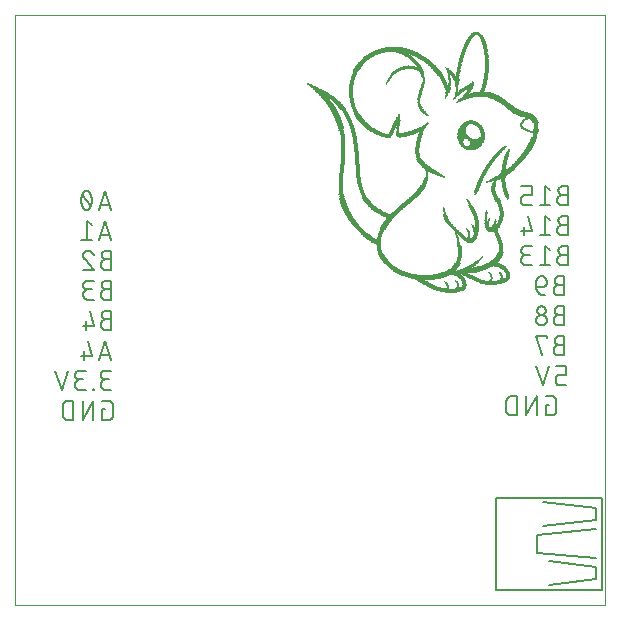
<source format=gbo>
G75*
%MOIN*%
%OFA0B0*%
%FSLAX25Y25*%
%IPPOS*%
%LPD*%
%AMOC8*
5,1,8,0,0,1.08239X$1,22.5*
%
%ADD10C,0.00000*%
%ADD11C,0.00600*%
%ADD12R,0.01500X0.00100*%
%ADD13R,0.03900X0.00100*%
%ADD14R,0.05200X0.00100*%
%ADD15R,0.06200X0.00100*%
%ADD16R,0.06900X0.00100*%
%ADD17R,0.07600X0.00100*%
%ADD18R,0.08200X0.00100*%
%ADD19R,0.08700X0.00100*%
%ADD20R,0.09200X0.00100*%
%ADD21R,0.09700X0.00100*%
%ADD22R,0.10100X0.00100*%
%ADD23R,0.10400X0.00100*%
%ADD24R,0.03600X0.00100*%
%ADD25R,0.05400X0.00100*%
%ADD26R,0.03100X0.00100*%
%ADD27R,0.00800X0.00100*%
%ADD28R,0.04200X0.00100*%
%ADD29R,0.03000X0.00100*%
%ADD30R,0.03800X0.00100*%
%ADD31R,0.03500X0.00100*%
%ADD32R,0.01900X0.00100*%
%ADD33R,0.03300X0.00100*%
%ADD34R,0.01800X0.00100*%
%ADD35R,0.03200X0.00100*%
%ADD36R,0.01600X0.00100*%
%ADD37R,0.00700X0.00100*%
%ADD38R,0.02900X0.00100*%
%ADD39R,0.01400X0.00100*%
%ADD40R,0.02800X0.00100*%
%ADD41R,0.01300X0.00100*%
%ADD42R,0.02600X0.00100*%
%ADD43R,0.00600X0.00100*%
%ADD44R,0.02500X0.00100*%
%ADD45R,0.05300X0.00100*%
%ADD46R,0.00500X0.00100*%
%ADD47R,0.07100X0.00100*%
%ADD48R,0.07700X0.00100*%
%ADD49R,0.00400X0.00100*%
%ADD50R,0.08800X0.00100*%
%ADD51R,0.00300X0.00100*%
%ADD52R,0.00200X0.00100*%
%ADD53R,0.10000X0.00100*%
%ADD54R,0.04000X0.00100*%
%ADD55R,0.01000X0.00100*%
%ADD56R,0.02700X0.00100*%
%ADD57R,0.00900X0.00100*%
%ADD58R,0.01200X0.00100*%
%ADD59R,0.05700X0.00100*%
%ADD60R,0.06700X0.00100*%
%ADD61R,0.07500X0.00100*%
%ADD62R,0.01700X0.00100*%
%ADD63R,0.08400X0.00100*%
%ADD64R,0.10900X0.00100*%
%ADD65R,0.11600X0.00100*%
%ADD66R,0.12300X0.00100*%
%ADD67R,0.13000X0.00100*%
%ADD68R,0.02000X0.00100*%
%ADD69R,0.13500X0.00100*%
%ADD70R,0.14100X0.00100*%
%ADD71R,0.02100X0.00100*%
%ADD72R,0.14600X0.00100*%
%ADD73R,0.02400X0.00100*%
%ADD74R,0.15100X0.00100*%
%ADD75R,0.01100X0.00100*%
%ADD76R,0.02300X0.00100*%
%ADD77R,0.15500X0.00100*%
%ADD78R,0.07000X0.00100*%
%ADD79R,0.06400X0.00100*%
%ADD80R,0.09600X0.00100*%
%ADD81R,0.04800X0.00100*%
%ADD82R,0.08000X0.00100*%
%ADD83R,0.04400X0.00100*%
%ADD84R,0.07200X0.00100*%
%ADD85R,0.03700X0.00100*%
%ADD86R,0.03400X0.00100*%
%ADD87R,0.10700X0.00100*%
%ADD88R,0.11100X0.00100*%
%ADD89R,0.08300X0.00100*%
%ADD90R,0.02200X0.00100*%
%ADD91R,0.05600X0.00100*%
%ADD92R,0.05000X0.00100*%
%ADD93R,0.04600X0.00100*%
%ADD94R,0.04100X0.00100*%
%ADD95R,0.07400X0.00100*%
%ADD96R,0.06000X0.00100*%
%ADD97R,0.05500X0.00100*%
%ADD98R,0.05100X0.00100*%
%ADD99R,0.04700X0.00100*%
%ADD100R,0.00100X0.00100*%
%ADD101R,0.04300X0.00100*%
%ADD102R,0.04500X0.00100*%
%ADD103R,0.04900X0.00100*%
%ADD104R,0.05800X0.00100*%
%ADD105R,0.06100X0.00100*%
%ADD106R,0.12000X0.00100*%
%ADD107R,0.11700X0.00100*%
%ADD108R,0.11400X0.00100*%
%ADD109R,0.10800X0.00100*%
%ADD110R,0.10500X0.00100*%
%ADD111R,0.10200X0.00100*%
%ADD112R,0.07900X0.00100*%
%ADD113R,0.06500X0.00100*%
%ADD114R,0.05900X0.00100*%
%ADD115R,0.06300X0.00100*%
%ADD116R,0.06800X0.00100*%
%ADD117R,0.13300X0.00100*%
%ADD118R,0.12800X0.00100*%
%ADD119R,0.11800X0.00100*%
%ADD120R,0.11200X0.00100*%
%ADD121R,0.10600X0.00100*%
%ADD122R,0.09300X0.00100*%
%ADD123C,0.00500*%
D10*
X0001400Y0007548D02*
X0001400Y0204398D01*
X0198250Y0204398D01*
X0198250Y0007548D01*
X0001400Y0007548D01*
D11*
X0019194Y0069348D02*
X0020971Y0069348D01*
X0020971Y0075748D01*
X0019194Y0075748D01*
X0019112Y0075746D01*
X0019030Y0075740D01*
X0018948Y0075731D01*
X0018867Y0075718D01*
X0018787Y0075701D01*
X0018707Y0075680D01*
X0018629Y0075656D01*
X0018552Y0075628D01*
X0018476Y0075597D01*
X0018401Y0075562D01*
X0018329Y0075523D01*
X0018258Y0075482D01*
X0018189Y0075437D01*
X0018123Y0075389D01*
X0018058Y0075338D01*
X0017996Y0075284D01*
X0017937Y0075227D01*
X0017880Y0075168D01*
X0017826Y0075106D01*
X0017775Y0075041D01*
X0017727Y0074975D01*
X0017682Y0074906D01*
X0017641Y0074835D01*
X0017602Y0074763D01*
X0017567Y0074688D01*
X0017536Y0074612D01*
X0017508Y0074535D01*
X0017484Y0074457D01*
X0017463Y0074377D01*
X0017446Y0074297D01*
X0017433Y0074216D01*
X0017424Y0074134D01*
X0017418Y0074052D01*
X0017416Y0073970D01*
X0017416Y0071126D01*
X0017418Y0071044D01*
X0017424Y0070962D01*
X0017433Y0070880D01*
X0017446Y0070799D01*
X0017463Y0070719D01*
X0017484Y0070639D01*
X0017508Y0070561D01*
X0017536Y0070484D01*
X0017567Y0070408D01*
X0017602Y0070333D01*
X0017641Y0070261D01*
X0017682Y0070190D01*
X0017727Y0070121D01*
X0017775Y0070055D01*
X0017826Y0069990D01*
X0017880Y0069928D01*
X0017937Y0069869D01*
X0017996Y0069812D01*
X0018058Y0069758D01*
X0018123Y0069707D01*
X0018189Y0069659D01*
X0018258Y0069614D01*
X0018329Y0069573D01*
X0018401Y0069534D01*
X0018476Y0069499D01*
X0018552Y0069468D01*
X0018629Y0069440D01*
X0018707Y0069416D01*
X0018787Y0069395D01*
X0018867Y0069378D01*
X0018948Y0069365D01*
X0019030Y0069356D01*
X0019112Y0069350D01*
X0019194Y0069348D01*
X0023980Y0069348D02*
X0023980Y0075748D01*
X0027536Y0075748D02*
X0023980Y0069348D01*
X0027536Y0069348D02*
X0027536Y0075748D01*
X0030544Y0075748D02*
X0032678Y0075748D01*
X0032752Y0075746D01*
X0032827Y0075740D01*
X0032900Y0075730D01*
X0032974Y0075717D01*
X0033046Y0075700D01*
X0033117Y0075678D01*
X0033188Y0075654D01*
X0033256Y0075625D01*
X0033324Y0075593D01*
X0033389Y0075557D01*
X0033452Y0075519D01*
X0033514Y0075476D01*
X0033573Y0075431D01*
X0033630Y0075383D01*
X0033684Y0075332D01*
X0033735Y0075278D01*
X0033783Y0075221D01*
X0033828Y0075162D01*
X0033871Y0075100D01*
X0033909Y0075037D01*
X0033945Y0074972D01*
X0033977Y0074904D01*
X0034006Y0074836D01*
X0034030Y0074765D01*
X0034052Y0074694D01*
X0034069Y0074622D01*
X0034082Y0074548D01*
X0034092Y0074475D01*
X0034098Y0074400D01*
X0034100Y0074326D01*
X0034100Y0070770D01*
X0034098Y0070696D01*
X0034092Y0070621D01*
X0034082Y0070548D01*
X0034069Y0070474D01*
X0034052Y0070402D01*
X0034030Y0070331D01*
X0034006Y0070260D01*
X0033977Y0070192D01*
X0033945Y0070124D01*
X0033909Y0070059D01*
X0033871Y0069996D01*
X0033828Y0069934D01*
X0033783Y0069875D01*
X0033735Y0069818D01*
X0033684Y0069764D01*
X0033630Y0069713D01*
X0033573Y0069665D01*
X0033514Y0069620D01*
X0033452Y0069577D01*
X0033389Y0069539D01*
X0033324Y0069503D01*
X0033256Y0069471D01*
X0033188Y0069442D01*
X0033117Y0069418D01*
X0033046Y0069396D01*
X0032974Y0069379D01*
X0032900Y0069366D01*
X0032827Y0069356D01*
X0032752Y0069350D01*
X0032678Y0069348D01*
X0030544Y0069348D01*
X0030544Y0072904D01*
X0031611Y0072904D01*
X0031822Y0079348D02*
X0033600Y0079348D01*
X0031822Y0079348D02*
X0031739Y0079350D01*
X0031656Y0079356D01*
X0031573Y0079366D01*
X0031490Y0079379D01*
X0031409Y0079397D01*
X0031328Y0079418D01*
X0031249Y0079443D01*
X0031171Y0079472D01*
X0031094Y0079504D01*
X0031019Y0079540D01*
X0030945Y0079579D01*
X0030874Y0079622D01*
X0030804Y0079668D01*
X0030737Y0079718D01*
X0030672Y0079770D01*
X0030610Y0079825D01*
X0030550Y0079884D01*
X0030493Y0079945D01*
X0030439Y0080008D01*
X0030388Y0080074D01*
X0030341Y0080143D01*
X0030296Y0080213D01*
X0030255Y0080286D01*
X0030218Y0080360D01*
X0030183Y0080436D01*
X0030153Y0080514D01*
X0030126Y0080592D01*
X0030103Y0080673D01*
X0030083Y0080754D01*
X0030068Y0080836D01*
X0030056Y0080918D01*
X0030048Y0081001D01*
X0030044Y0081084D01*
X0030044Y0081168D01*
X0030048Y0081251D01*
X0030056Y0081334D01*
X0030068Y0081416D01*
X0030083Y0081498D01*
X0030103Y0081579D01*
X0030126Y0081660D01*
X0030153Y0081738D01*
X0030183Y0081816D01*
X0030218Y0081892D01*
X0030255Y0081966D01*
X0030296Y0082039D01*
X0030341Y0082109D01*
X0030388Y0082178D01*
X0030439Y0082244D01*
X0030493Y0082307D01*
X0030550Y0082368D01*
X0030610Y0082427D01*
X0030672Y0082482D01*
X0030737Y0082534D01*
X0030804Y0082584D01*
X0030874Y0082630D01*
X0030945Y0082673D01*
X0031019Y0082712D01*
X0031094Y0082748D01*
X0031171Y0082780D01*
X0031249Y0082809D01*
X0031328Y0082834D01*
X0031409Y0082855D01*
X0031490Y0082873D01*
X0031573Y0082886D01*
X0031656Y0082896D01*
X0031739Y0082902D01*
X0031822Y0082904D01*
X0031467Y0082904D02*
X0032889Y0082904D01*
X0031467Y0082904D02*
X0031393Y0082906D01*
X0031318Y0082912D01*
X0031245Y0082922D01*
X0031171Y0082935D01*
X0031099Y0082952D01*
X0031028Y0082974D01*
X0030957Y0082998D01*
X0030889Y0083027D01*
X0030821Y0083059D01*
X0030756Y0083095D01*
X0030693Y0083133D01*
X0030631Y0083176D01*
X0030572Y0083221D01*
X0030515Y0083269D01*
X0030461Y0083320D01*
X0030410Y0083374D01*
X0030362Y0083431D01*
X0030317Y0083490D01*
X0030274Y0083552D01*
X0030236Y0083615D01*
X0030200Y0083680D01*
X0030168Y0083748D01*
X0030139Y0083816D01*
X0030115Y0083887D01*
X0030093Y0083958D01*
X0030076Y0084030D01*
X0030063Y0084104D01*
X0030053Y0084177D01*
X0030047Y0084252D01*
X0030045Y0084326D01*
X0030047Y0084400D01*
X0030053Y0084475D01*
X0030063Y0084548D01*
X0030076Y0084622D01*
X0030093Y0084694D01*
X0030115Y0084765D01*
X0030139Y0084836D01*
X0030168Y0084904D01*
X0030200Y0084972D01*
X0030236Y0085037D01*
X0030274Y0085100D01*
X0030317Y0085162D01*
X0030362Y0085221D01*
X0030410Y0085278D01*
X0030461Y0085332D01*
X0030515Y0085383D01*
X0030572Y0085431D01*
X0030631Y0085476D01*
X0030693Y0085519D01*
X0030756Y0085557D01*
X0030821Y0085593D01*
X0030889Y0085625D01*
X0030957Y0085654D01*
X0031028Y0085678D01*
X0031099Y0085700D01*
X0031171Y0085717D01*
X0031245Y0085730D01*
X0031318Y0085740D01*
X0031393Y0085746D01*
X0031467Y0085748D01*
X0033600Y0085748D01*
X0033600Y0089348D02*
X0031467Y0095748D01*
X0029333Y0089348D01*
X0029867Y0090948D02*
X0033067Y0090948D01*
X0027090Y0090770D02*
X0023535Y0090770D01*
X0024602Y0092192D02*
X0024602Y0089348D01*
X0027090Y0090770D02*
X0025668Y0095748D01*
X0025245Y0099348D02*
X0025245Y0102192D01*
X0024179Y0100770D02*
X0027734Y0100770D01*
X0026312Y0105748D01*
X0025956Y0109348D02*
X0027734Y0109348D01*
X0025956Y0109348D02*
X0025873Y0109350D01*
X0025790Y0109356D01*
X0025707Y0109366D01*
X0025624Y0109379D01*
X0025543Y0109397D01*
X0025462Y0109418D01*
X0025383Y0109443D01*
X0025305Y0109472D01*
X0025228Y0109504D01*
X0025153Y0109540D01*
X0025079Y0109579D01*
X0025008Y0109622D01*
X0024938Y0109668D01*
X0024871Y0109718D01*
X0024806Y0109770D01*
X0024744Y0109825D01*
X0024684Y0109884D01*
X0024627Y0109945D01*
X0024573Y0110008D01*
X0024522Y0110074D01*
X0024475Y0110143D01*
X0024430Y0110213D01*
X0024389Y0110286D01*
X0024352Y0110360D01*
X0024317Y0110436D01*
X0024287Y0110514D01*
X0024260Y0110592D01*
X0024237Y0110673D01*
X0024217Y0110754D01*
X0024202Y0110836D01*
X0024190Y0110918D01*
X0024182Y0111001D01*
X0024178Y0111084D01*
X0024178Y0111168D01*
X0024182Y0111251D01*
X0024190Y0111334D01*
X0024202Y0111416D01*
X0024217Y0111498D01*
X0024237Y0111579D01*
X0024260Y0111660D01*
X0024287Y0111738D01*
X0024317Y0111816D01*
X0024352Y0111892D01*
X0024389Y0111966D01*
X0024430Y0112039D01*
X0024475Y0112109D01*
X0024522Y0112178D01*
X0024573Y0112244D01*
X0024627Y0112307D01*
X0024684Y0112368D01*
X0024744Y0112427D01*
X0024806Y0112482D01*
X0024871Y0112534D01*
X0024938Y0112584D01*
X0025008Y0112630D01*
X0025079Y0112673D01*
X0025153Y0112712D01*
X0025228Y0112748D01*
X0025305Y0112780D01*
X0025383Y0112809D01*
X0025462Y0112834D01*
X0025543Y0112855D01*
X0025624Y0112873D01*
X0025707Y0112886D01*
X0025790Y0112896D01*
X0025873Y0112902D01*
X0025956Y0112904D01*
X0025601Y0112904D02*
X0027023Y0112904D01*
X0025601Y0112904D02*
X0025527Y0112906D01*
X0025452Y0112912D01*
X0025379Y0112922D01*
X0025305Y0112935D01*
X0025233Y0112952D01*
X0025162Y0112974D01*
X0025091Y0112998D01*
X0025023Y0113027D01*
X0024955Y0113059D01*
X0024890Y0113095D01*
X0024827Y0113133D01*
X0024765Y0113176D01*
X0024706Y0113221D01*
X0024649Y0113269D01*
X0024595Y0113320D01*
X0024544Y0113374D01*
X0024496Y0113431D01*
X0024451Y0113490D01*
X0024408Y0113552D01*
X0024370Y0113615D01*
X0024334Y0113680D01*
X0024302Y0113748D01*
X0024273Y0113816D01*
X0024249Y0113887D01*
X0024227Y0113958D01*
X0024210Y0114030D01*
X0024197Y0114104D01*
X0024187Y0114177D01*
X0024181Y0114252D01*
X0024179Y0114326D01*
X0024181Y0114400D01*
X0024187Y0114475D01*
X0024197Y0114548D01*
X0024210Y0114622D01*
X0024227Y0114694D01*
X0024249Y0114765D01*
X0024273Y0114836D01*
X0024302Y0114904D01*
X0024334Y0114972D01*
X0024370Y0115037D01*
X0024408Y0115100D01*
X0024451Y0115162D01*
X0024496Y0115221D01*
X0024544Y0115278D01*
X0024595Y0115332D01*
X0024649Y0115383D01*
X0024706Y0115431D01*
X0024765Y0115476D01*
X0024827Y0115519D01*
X0024890Y0115557D01*
X0024955Y0115593D01*
X0025023Y0115625D01*
X0025091Y0115654D01*
X0025162Y0115678D01*
X0025233Y0115700D01*
X0025305Y0115717D01*
X0025379Y0115730D01*
X0025452Y0115740D01*
X0025527Y0115746D01*
X0025601Y0115748D01*
X0027734Y0115748D01*
X0027734Y0119348D02*
X0024179Y0119348D01*
X0027734Y0119348D02*
X0024712Y0122904D01*
X0025779Y0125748D02*
X0025868Y0125746D01*
X0025957Y0125740D01*
X0026046Y0125731D01*
X0026134Y0125717D01*
X0026221Y0125700D01*
X0026308Y0125679D01*
X0026394Y0125654D01*
X0026478Y0125626D01*
X0026561Y0125593D01*
X0026643Y0125558D01*
X0026723Y0125518D01*
X0026801Y0125476D01*
X0026878Y0125430D01*
X0026952Y0125381D01*
X0027024Y0125328D01*
X0027094Y0125273D01*
X0027161Y0125214D01*
X0027226Y0125153D01*
X0027288Y0125089D01*
X0027347Y0125022D01*
X0027403Y0124953D01*
X0027456Y0124881D01*
X0027506Y0124807D01*
X0027553Y0124731D01*
X0027596Y0124654D01*
X0027636Y0124574D01*
X0027673Y0124492D01*
X0027706Y0124410D01*
X0027735Y0124325D01*
X0024711Y0122903D02*
X0024654Y0122961D01*
X0024598Y0123022D01*
X0024546Y0123085D01*
X0024497Y0123150D01*
X0024451Y0123218D01*
X0024409Y0123288D01*
X0024369Y0123360D01*
X0024334Y0123433D01*
X0024301Y0123509D01*
X0024273Y0123585D01*
X0024248Y0123663D01*
X0024227Y0123742D01*
X0024209Y0123822D01*
X0024196Y0123903D01*
X0024186Y0123984D01*
X0024180Y0124066D01*
X0024178Y0124148D01*
X0024179Y0124148D02*
X0024181Y0124227D01*
X0024187Y0124305D01*
X0024196Y0124383D01*
X0024210Y0124460D01*
X0024227Y0124537D01*
X0024248Y0124612D01*
X0024273Y0124687D01*
X0024301Y0124760D01*
X0024333Y0124832D01*
X0024368Y0124902D01*
X0024407Y0124971D01*
X0024449Y0125037D01*
X0024494Y0125101D01*
X0024542Y0125163D01*
X0024593Y0125222D01*
X0024648Y0125279D01*
X0024705Y0125334D01*
X0024764Y0125385D01*
X0024826Y0125433D01*
X0024890Y0125478D01*
X0024956Y0125520D01*
X0025025Y0125559D01*
X0025095Y0125594D01*
X0025167Y0125626D01*
X0025240Y0125654D01*
X0025315Y0125679D01*
X0025390Y0125700D01*
X0025467Y0125717D01*
X0025544Y0125731D01*
X0025622Y0125740D01*
X0025700Y0125746D01*
X0025779Y0125748D01*
X0025313Y0129348D02*
X0025313Y0135748D01*
X0027090Y0134326D01*
X0029867Y0130948D02*
X0033067Y0130948D01*
X0033600Y0129348D02*
X0031467Y0135748D01*
X0029333Y0129348D01*
X0027090Y0129348D02*
X0023535Y0129348D01*
X0031822Y0125748D02*
X0033600Y0125748D01*
X0033600Y0119348D01*
X0031822Y0119348D01*
X0031739Y0119350D01*
X0031656Y0119356D01*
X0031573Y0119366D01*
X0031490Y0119379D01*
X0031409Y0119397D01*
X0031328Y0119418D01*
X0031249Y0119443D01*
X0031171Y0119472D01*
X0031094Y0119504D01*
X0031019Y0119540D01*
X0030945Y0119579D01*
X0030874Y0119622D01*
X0030804Y0119668D01*
X0030737Y0119718D01*
X0030672Y0119770D01*
X0030610Y0119825D01*
X0030550Y0119884D01*
X0030493Y0119945D01*
X0030439Y0120008D01*
X0030388Y0120074D01*
X0030341Y0120143D01*
X0030296Y0120213D01*
X0030255Y0120286D01*
X0030218Y0120360D01*
X0030183Y0120436D01*
X0030153Y0120514D01*
X0030126Y0120592D01*
X0030103Y0120673D01*
X0030083Y0120754D01*
X0030068Y0120836D01*
X0030056Y0120918D01*
X0030048Y0121001D01*
X0030044Y0121084D01*
X0030044Y0121168D01*
X0030048Y0121251D01*
X0030056Y0121334D01*
X0030068Y0121416D01*
X0030083Y0121498D01*
X0030103Y0121579D01*
X0030126Y0121660D01*
X0030153Y0121738D01*
X0030183Y0121816D01*
X0030218Y0121892D01*
X0030255Y0121966D01*
X0030296Y0122039D01*
X0030341Y0122109D01*
X0030388Y0122178D01*
X0030439Y0122244D01*
X0030493Y0122307D01*
X0030550Y0122368D01*
X0030610Y0122427D01*
X0030672Y0122482D01*
X0030737Y0122534D01*
X0030804Y0122584D01*
X0030874Y0122630D01*
X0030945Y0122673D01*
X0031019Y0122712D01*
X0031094Y0122748D01*
X0031171Y0122780D01*
X0031249Y0122809D01*
X0031328Y0122834D01*
X0031409Y0122855D01*
X0031490Y0122873D01*
X0031573Y0122886D01*
X0031656Y0122896D01*
X0031739Y0122902D01*
X0031822Y0122904D01*
X0033600Y0122904D01*
X0031822Y0122904D02*
X0031748Y0122906D01*
X0031673Y0122912D01*
X0031600Y0122922D01*
X0031526Y0122935D01*
X0031454Y0122952D01*
X0031383Y0122974D01*
X0031312Y0122998D01*
X0031244Y0123027D01*
X0031176Y0123059D01*
X0031111Y0123095D01*
X0031048Y0123133D01*
X0030986Y0123176D01*
X0030927Y0123221D01*
X0030870Y0123269D01*
X0030816Y0123320D01*
X0030765Y0123374D01*
X0030717Y0123431D01*
X0030672Y0123490D01*
X0030629Y0123552D01*
X0030591Y0123615D01*
X0030555Y0123680D01*
X0030523Y0123748D01*
X0030494Y0123816D01*
X0030470Y0123887D01*
X0030448Y0123958D01*
X0030431Y0124030D01*
X0030418Y0124104D01*
X0030408Y0124177D01*
X0030402Y0124252D01*
X0030400Y0124326D01*
X0030402Y0124400D01*
X0030408Y0124475D01*
X0030418Y0124548D01*
X0030431Y0124622D01*
X0030448Y0124694D01*
X0030470Y0124765D01*
X0030494Y0124836D01*
X0030523Y0124904D01*
X0030555Y0124972D01*
X0030591Y0125037D01*
X0030629Y0125100D01*
X0030672Y0125162D01*
X0030717Y0125221D01*
X0030765Y0125278D01*
X0030816Y0125332D01*
X0030870Y0125383D01*
X0030927Y0125431D01*
X0030986Y0125476D01*
X0031048Y0125519D01*
X0031111Y0125557D01*
X0031176Y0125593D01*
X0031244Y0125625D01*
X0031312Y0125654D01*
X0031383Y0125678D01*
X0031454Y0125700D01*
X0031526Y0125717D01*
X0031600Y0125730D01*
X0031673Y0125740D01*
X0031748Y0125746D01*
X0031822Y0125748D01*
X0031822Y0115748D02*
X0033600Y0115748D01*
X0033600Y0109348D01*
X0031822Y0109348D01*
X0031739Y0109350D01*
X0031656Y0109356D01*
X0031573Y0109366D01*
X0031490Y0109379D01*
X0031409Y0109397D01*
X0031328Y0109418D01*
X0031249Y0109443D01*
X0031171Y0109472D01*
X0031094Y0109504D01*
X0031019Y0109540D01*
X0030945Y0109579D01*
X0030874Y0109622D01*
X0030804Y0109668D01*
X0030737Y0109718D01*
X0030672Y0109770D01*
X0030610Y0109825D01*
X0030550Y0109884D01*
X0030493Y0109945D01*
X0030439Y0110008D01*
X0030388Y0110074D01*
X0030341Y0110143D01*
X0030296Y0110213D01*
X0030255Y0110286D01*
X0030218Y0110360D01*
X0030183Y0110436D01*
X0030153Y0110514D01*
X0030126Y0110592D01*
X0030103Y0110673D01*
X0030083Y0110754D01*
X0030068Y0110836D01*
X0030056Y0110918D01*
X0030048Y0111001D01*
X0030044Y0111084D01*
X0030044Y0111168D01*
X0030048Y0111251D01*
X0030056Y0111334D01*
X0030068Y0111416D01*
X0030083Y0111498D01*
X0030103Y0111579D01*
X0030126Y0111660D01*
X0030153Y0111738D01*
X0030183Y0111816D01*
X0030218Y0111892D01*
X0030255Y0111966D01*
X0030296Y0112039D01*
X0030341Y0112109D01*
X0030388Y0112178D01*
X0030439Y0112244D01*
X0030493Y0112307D01*
X0030550Y0112368D01*
X0030610Y0112427D01*
X0030672Y0112482D01*
X0030737Y0112534D01*
X0030804Y0112584D01*
X0030874Y0112630D01*
X0030945Y0112673D01*
X0031019Y0112712D01*
X0031094Y0112748D01*
X0031171Y0112780D01*
X0031249Y0112809D01*
X0031328Y0112834D01*
X0031409Y0112855D01*
X0031490Y0112873D01*
X0031573Y0112886D01*
X0031656Y0112896D01*
X0031739Y0112902D01*
X0031822Y0112904D01*
X0033600Y0112904D01*
X0031822Y0112904D02*
X0031748Y0112906D01*
X0031673Y0112912D01*
X0031600Y0112922D01*
X0031526Y0112935D01*
X0031454Y0112952D01*
X0031383Y0112974D01*
X0031312Y0112998D01*
X0031244Y0113027D01*
X0031176Y0113059D01*
X0031111Y0113095D01*
X0031048Y0113133D01*
X0030986Y0113176D01*
X0030927Y0113221D01*
X0030870Y0113269D01*
X0030816Y0113320D01*
X0030765Y0113374D01*
X0030717Y0113431D01*
X0030672Y0113490D01*
X0030629Y0113552D01*
X0030591Y0113615D01*
X0030555Y0113680D01*
X0030523Y0113748D01*
X0030494Y0113816D01*
X0030470Y0113887D01*
X0030448Y0113958D01*
X0030431Y0114030D01*
X0030418Y0114104D01*
X0030408Y0114177D01*
X0030402Y0114252D01*
X0030400Y0114326D01*
X0030402Y0114400D01*
X0030408Y0114475D01*
X0030418Y0114548D01*
X0030431Y0114622D01*
X0030448Y0114694D01*
X0030470Y0114765D01*
X0030494Y0114836D01*
X0030523Y0114904D01*
X0030555Y0114972D01*
X0030591Y0115037D01*
X0030629Y0115100D01*
X0030672Y0115162D01*
X0030717Y0115221D01*
X0030765Y0115278D01*
X0030816Y0115332D01*
X0030870Y0115383D01*
X0030927Y0115431D01*
X0030986Y0115476D01*
X0031048Y0115519D01*
X0031111Y0115557D01*
X0031176Y0115593D01*
X0031244Y0115625D01*
X0031312Y0115654D01*
X0031383Y0115678D01*
X0031454Y0115700D01*
X0031526Y0115717D01*
X0031600Y0115730D01*
X0031673Y0115740D01*
X0031748Y0115746D01*
X0031822Y0115748D01*
X0031822Y0105748D02*
X0033600Y0105748D01*
X0033600Y0099348D01*
X0031822Y0099348D01*
X0031739Y0099350D01*
X0031656Y0099356D01*
X0031573Y0099366D01*
X0031490Y0099379D01*
X0031409Y0099397D01*
X0031328Y0099418D01*
X0031249Y0099443D01*
X0031171Y0099472D01*
X0031094Y0099504D01*
X0031019Y0099540D01*
X0030945Y0099579D01*
X0030874Y0099622D01*
X0030804Y0099668D01*
X0030737Y0099718D01*
X0030672Y0099770D01*
X0030610Y0099825D01*
X0030550Y0099884D01*
X0030493Y0099945D01*
X0030439Y0100008D01*
X0030388Y0100074D01*
X0030341Y0100143D01*
X0030296Y0100213D01*
X0030255Y0100286D01*
X0030218Y0100360D01*
X0030183Y0100436D01*
X0030153Y0100514D01*
X0030126Y0100592D01*
X0030103Y0100673D01*
X0030083Y0100754D01*
X0030068Y0100836D01*
X0030056Y0100918D01*
X0030048Y0101001D01*
X0030044Y0101084D01*
X0030044Y0101168D01*
X0030048Y0101251D01*
X0030056Y0101334D01*
X0030068Y0101416D01*
X0030083Y0101498D01*
X0030103Y0101579D01*
X0030126Y0101660D01*
X0030153Y0101738D01*
X0030183Y0101816D01*
X0030218Y0101892D01*
X0030255Y0101966D01*
X0030296Y0102039D01*
X0030341Y0102109D01*
X0030388Y0102178D01*
X0030439Y0102244D01*
X0030493Y0102307D01*
X0030550Y0102368D01*
X0030610Y0102427D01*
X0030672Y0102482D01*
X0030737Y0102534D01*
X0030804Y0102584D01*
X0030874Y0102630D01*
X0030945Y0102673D01*
X0031019Y0102712D01*
X0031094Y0102748D01*
X0031171Y0102780D01*
X0031249Y0102809D01*
X0031328Y0102834D01*
X0031409Y0102855D01*
X0031490Y0102873D01*
X0031573Y0102886D01*
X0031656Y0102896D01*
X0031739Y0102902D01*
X0031822Y0102904D01*
X0033600Y0102904D01*
X0031822Y0102904D02*
X0031748Y0102906D01*
X0031673Y0102912D01*
X0031600Y0102922D01*
X0031526Y0102935D01*
X0031454Y0102952D01*
X0031383Y0102974D01*
X0031312Y0102998D01*
X0031244Y0103027D01*
X0031176Y0103059D01*
X0031111Y0103095D01*
X0031048Y0103133D01*
X0030986Y0103176D01*
X0030927Y0103221D01*
X0030870Y0103269D01*
X0030816Y0103320D01*
X0030765Y0103374D01*
X0030717Y0103431D01*
X0030672Y0103490D01*
X0030629Y0103552D01*
X0030591Y0103615D01*
X0030555Y0103680D01*
X0030523Y0103748D01*
X0030494Y0103816D01*
X0030470Y0103887D01*
X0030448Y0103958D01*
X0030431Y0104030D01*
X0030418Y0104104D01*
X0030408Y0104177D01*
X0030402Y0104252D01*
X0030400Y0104326D01*
X0030402Y0104400D01*
X0030408Y0104475D01*
X0030418Y0104548D01*
X0030431Y0104622D01*
X0030448Y0104694D01*
X0030470Y0104765D01*
X0030494Y0104836D01*
X0030523Y0104904D01*
X0030555Y0104972D01*
X0030591Y0105037D01*
X0030629Y0105100D01*
X0030672Y0105162D01*
X0030717Y0105221D01*
X0030765Y0105278D01*
X0030816Y0105332D01*
X0030870Y0105383D01*
X0030927Y0105431D01*
X0030986Y0105476D01*
X0031048Y0105519D01*
X0031111Y0105557D01*
X0031176Y0105593D01*
X0031244Y0105625D01*
X0031312Y0105654D01*
X0031383Y0105678D01*
X0031454Y0105700D01*
X0031526Y0105717D01*
X0031600Y0105730D01*
X0031673Y0105740D01*
X0031748Y0105746D01*
X0031822Y0105748D01*
X0024984Y0085748D02*
X0022851Y0085748D01*
X0022777Y0085746D01*
X0022702Y0085740D01*
X0022629Y0085730D01*
X0022555Y0085717D01*
X0022483Y0085700D01*
X0022412Y0085678D01*
X0022341Y0085654D01*
X0022273Y0085625D01*
X0022205Y0085593D01*
X0022140Y0085557D01*
X0022077Y0085519D01*
X0022015Y0085476D01*
X0021956Y0085431D01*
X0021899Y0085383D01*
X0021845Y0085332D01*
X0021794Y0085278D01*
X0021746Y0085221D01*
X0021701Y0085162D01*
X0021658Y0085100D01*
X0021620Y0085037D01*
X0021584Y0084972D01*
X0021552Y0084904D01*
X0021523Y0084836D01*
X0021499Y0084765D01*
X0021477Y0084694D01*
X0021460Y0084622D01*
X0021447Y0084548D01*
X0021437Y0084475D01*
X0021431Y0084400D01*
X0021429Y0084326D01*
X0021431Y0084252D01*
X0021437Y0084177D01*
X0021447Y0084104D01*
X0021460Y0084030D01*
X0021477Y0083958D01*
X0021499Y0083887D01*
X0021523Y0083816D01*
X0021552Y0083748D01*
X0021584Y0083680D01*
X0021620Y0083615D01*
X0021658Y0083552D01*
X0021701Y0083490D01*
X0021746Y0083431D01*
X0021794Y0083374D01*
X0021845Y0083320D01*
X0021899Y0083269D01*
X0021956Y0083221D01*
X0022015Y0083176D01*
X0022077Y0083133D01*
X0022140Y0083095D01*
X0022205Y0083059D01*
X0022273Y0083027D01*
X0022341Y0082998D01*
X0022412Y0082974D01*
X0022483Y0082952D01*
X0022555Y0082935D01*
X0022629Y0082922D01*
X0022702Y0082912D01*
X0022777Y0082906D01*
X0022851Y0082904D01*
X0024273Y0082904D01*
X0023207Y0082904D02*
X0023124Y0082902D01*
X0023041Y0082896D01*
X0022958Y0082886D01*
X0022875Y0082873D01*
X0022794Y0082855D01*
X0022713Y0082834D01*
X0022634Y0082809D01*
X0022556Y0082780D01*
X0022479Y0082748D01*
X0022404Y0082712D01*
X0022330Y0082673D01*
X0022259Y0082630D01*
X0022189Y0082584D01*
X0022122Y0082534D01*
X0022057Y0082482D01*
X0021995Y0082427D01*
X0021935Y0082368D01*
X0021878Y0082307D01*
X0021824Y0082244D01*
X0021773Y0082178D01*
X0021726Y0082109D01*
X0021681Y0082039D01*
X0021640Y0081966D01*
X0021603Y0081892D01*
X0021568Y0081816D01*
X0021538Y0081738D01*
X0021511Y0081660D01*
X0021488Y0081579D01*
X0021468Y0081498D01*
X0021453Y0081416D01*
X0021441Y0081334D01*
X0021433Y0081251D01*
X0021429Y0081168D01*
X0021429Y0081084D01*
X0021433Y0081001D01*
X0021441Y0080918D01*
X0021453Y0080836D01*
X0021468Y0080754D01*
X0021488Y0080673D01*
X0021511Y0080592D01*
X0021538Y0080514D01*
X0021568Y0080436D01*
X0021603Y0080360D01*
X0021640Y0080286D01*
X0021681Y0080213D01*
X0021726Y0080143D01*
X0021773Y0080074D01*
X0021824Y0080008D01*
X0021878Y0079945D01*
X0021935Y0079884D01*
X0021995Y0079825D01*
X0022057Y0079770D01*
X0022122Y0079718D01*
X0022189Y0079668D01*
X0022259Y0079622D01*
X0022330Y0079579D01*
X0022404Y0079540D01*
X0022479Y0079504D01*
X0022556Y0079472D01*
X0022634Y0079443D01*
X0022713Y0079418D01*
X0022794Y0079397D01*
X0022875Y0079379D01*
X0022958Y0079366D01*
X0023041Y0079356D01*
X0023124Y0079350D01*
X0023207Y0079348D01*
X0024984Y0079348D01*
X0027337Y0079348D02*
X0027692Y0079348D01*
X0027692Y0079704D01*
X0027337Y0079704D01*
X0027337Y0079348D01*
X0017053Y0079348D02*
X0019186Y0085748D01*
X0014919Y0085748D02*
X0017053Y0079348D01*
X0029333Y0139348D02*
X0031467Y0145748D01*
X0033600Y0139348D01*
X0033067Y0140948D02*
X0029867Y0140948D01*
X0024068Y0140237D02*
X0024008Y0140364D01*
X0023952Y0140493D01*
X0023899Y0140623D01*
X0023849Y0140755D01*
X0023803Y0140888D01*
X0023761Y0141022D01*
X0023722Y0141157D01*
X0023686Y0141294D01*
X0023655Y0141431D01*
X0023627Y0141569D01*
X0023602Y0141707D01*
X0023582Y0141846D01*
X0023565Y0141986D01*
X0023552Y0142126D01*
X0023543Y0142267D01*
X0023537Y0142407D01*
X0023535Y0142548D01*
X0027090Y0142548D02*
X0027088Y0142689D01*
X0027082Y0142829D01*
X0027073Y0142970D01*
X0027060Y0143110D01*
X0027043Y0143250D01*
X0027023Y0143389D01*
X0026998Y0143527D01*
X0026970Y0143665D01*
X0026939Y0143802D01*
X0026903Y0143939D01*
X0026864Y0144074D01*
X0026822Y0144208D01*
X0026776Y0144341D01*
X0026726Y0144473D01*
X0026673Y0144603D01*
X0026617Y0144732D01*
X0026557Y0144859D01*
X0026558Y0144859D02*
X0026533Y0144925D01*
X0026505Y0144990D01*
X0026473Y0145054D01*
X0026438Y0145115D01*
X0026399Y0145175D01*
X0026358Y0145233D01*
X0026313Y0145288D01*
X0026265Y0145340D01*
X0026215Y0145390D01*
X0026162Y0145438D01*
X0026107Y0145482D01*
X0026049Y0145523D01*
X0025989Y0145561D01*
X0025927Y0145596D01*
X0025863Y0145627D01*
X0025798Y0145655D01*
X0025731Y0145680D01*
X0025664Y0145700D01*
X0025595Y0145717D01*
X0025525Y0145731D01*
X0025455Y0145740D01*
X0025384Y0145746D01*
X0025313Y0145748D01*
X0025242Y0145746D01*
X0025171Y0145740D01*
X0025101Y0145731D01*
X0025031Y0145717D01*
X0024962Y0145700D01*
X0024895Y0145680D01*
X0024828Y0145655D01*
X0024763Y0145627D01*
X0024699Y0145596D01*
X0024637Y0145561D01*
X0024577Y0145523D01*
X0024520Y0145482D01*
X0024464Y0145438D01*
X0024411Y0145390D01*
X0024361Y0145340D01*
X0024313Y0145288D01*
X0024268Y0145233D01*
X0024227Y0145175D01*
X0024188Y0145115D01*
X0024153Y0145054D01*
X0024121Y0144990D01*
X0024093Y0144925D01*
X0024068Y0144859D01*
X0023890Y0144326D02*
X0026735Y0140770D01*
X0025313Y0139348D02*
X0025242Y0139350D01*
X0025171Y0139356D01*
X0025101Y0139365D01*
X0025031Y0139379D01*
X0024962Y0139396D01*
X0024895Y0139416D01*
X0024828Y0139441D01*
X0024763Y0139469D01*
X0024699Y0139500D01*
X0024637Y0139535D01*
X0024577Y0139573D01*
X0024520Y0139614D01*
X0024464Y0139658D01*
X0024411Y0139706D01*
X0024361Y0139756D01*
X0024313Y0139808D01*
X0024268Y0139863D01*
X0024227Y0139921D01*
X0024188Y0139981D01*
X0024153Y0140042D01*
X0024121Y0140106D01*
X0024093Y0140171D01*
X0024068Y0140237D01*
X0025313Y0139348D02*
X0025384Y0139350D01*
X0025455Y0139356D01*
X0025525Y0139365D01*
X0025595Y0139379D01*
X0025664Y0139396D01*
X0025731Y0139416D01*
X0025798Y0139441D01*
X0025863Y0139469D01*
X0025927Y0139500D01*
X0025989Y0139535D01*
X0026049Y0139573D01*
X0026107Y0139614D01*
X0026162Y0139658D01*
X0026215Y0139706D01*
X0026265Y0139756D01*
X0026313Y0139808D01*
X0026358Y0139863D01*
X0026399Y0139921D01*
X0026438Y0139981D01*
X0026473Y0140042D01*
X0026505Y0140106D01*
X0026533Y0140171D01*
X0026558Y0140237D01*
X0023535Y0142548D02*
X0023537Y0142689D01*
X0023543Y0142829D01*
X0023552Y0142970D01*
X0023565Y0143110D01*
X0023582Y0143250D01*
X0023602Y0143389D01*
X0023627Y0143527D01*
X0023655Y0143665D01*
X0023686Y0143802D01*
X0023722Y0143939D01*
X0023761Y0144074D01*
X0023803Y0144208D01*
X0023849Y0144341D01*
X0023899Y0144473D01*
X0023952Y0144603D01*
X0024008Y0144732D01*
X0024068Y0144859D01*
X0027090Y0142548D02*
X0027088Y0142407D01*
X0027082Y0142267D01*
X0027073Y0142126D01*
X0027060Y0141986D01*
X0027043Y0141846D01*
X0027023Y0141707D01*
X0026998Y0141569D01*
X0026970Y0141431D01*
X0026939Y0141294D01*
X0026903Y0141157D01*
X0026864Y0141022D01*
X0026822Y0140888D01*
X0026776Y0140755D01*
X0026726Y0140623D01*
X0026673Y0140493D01*
X0026617Y0140364D01*
X0026557Y0140237D01*
X0165200Y0075470D02*
X0165200Y0072626D01*
X0165202Y0072544D01*
X0165208Y0072462D01*
X0165217Y0072380D01*
X0165230Y0072299D01*
X0165247Y0072219D01*
X0165268Y0072139D01*
X0165292Y0072061D01*
X0165320Y0071984D01*
X0165351Y0071908D01*
X0165386Y0071833D01*
X0165425Y0071761D01*
X0165466Y0071690D01*
X0165511Y0071621D01*
X0165559Y0071555D01*
X0165610Y0071490D01*
X0165664Y0071428D01*
X0165721Y0071369D01*
X0165780Y0071312D01*
X0165842Y0071258D01*
X0165907Y0071207D01*
X0165973Y0071159D01*
X0166042Y0071114D01*
X0166113Y0071073D01*
X0166185Y0071034D01*
X0166260Y0070999D01*
X0166336Y0070968D01*
X0166413Y0070940D01*
X0166491Y0070916D01*
X0166571Y0070895D01*
X0166651Y0070878D01*
X0166732Y0070865D01*
X0166814Y0070856D01*
X0166896Y0070850D01*
X0166978Y0070848D01*
X0168756Y0070848D01*
X0168756Y0077248D01*
X0166978Y0077248D01*
X0166896Y0077246D01*
X0166814Y0077240D01*
X0166732Y0077231D01*
X0166651Y0077218D01*
X0166571Y0077201D01*
X0166491Y0077180D01*
X0166413Y0077156D01*
X0166336Y0077128D01*
X0166260Y0077097D01*
X0166185Y0077062D01*
X0166113Y0077023D01*
X0166042Y0076982D01*
X0165973Y0076937D01*
X0165907Y0076889D01*
X0165842Y0076838D01*
X0165780Y0076784D01*
X0165721Y0076727D01*
X0165664Y0076668D01*
X0165610Y0076606D01*
X0165559Y0076541D01*
X0165511Y0076475D01*
X0165466Y0076406D01*
X0165425Y0076335D01*
X0165386Y0076263D01*
X0165351Y0076188D01*
X0165320Y0076112D01*
X0165292Y0076035D01*
X0165268Y0075957D01*
X0165247Y0075877D01*
X0165230Y0075797D01*
X0165217Y0075716D01*
X0165208Y0075634D01*
X0165202Y0075552D01*
X0165200Y0075470D01*
X0171764Y0077248D02*
X0171764Y0070848D01*
X0175320Y0077248D01*
X0175320Y0070848D01*
X0178329Y0070848D02*
X0178329Y0074404D01*
X0179395Y0074404D01*
X0181884Y0075826D02*
X0181882Y0075900D01*
X0181876Y0075975D01*
X0181866Y0076048D01*
X0181853Y0076122D01*
X0181836Y0076194D01*
X0181814Y0076265D01*
X0181790Y0076336D01*
X0181761Y0076404D01*
X0181729Y0076472D01*
X0181693Y0076537D01*
X0181655Y0076600D01*
X0181612Y0076662D01*
X0181567Y0076721D01*
X0181519Y0076778D01*
X0181468Y0076832D01*
X0181414Y0076883D01*
X0181357Y0076931D01*
X0181298Y0076976D01*
X0181236Y0077019D01*
X0181173Y0077057D01*
X0181108Y0077093D01*
X0181040Y0077125D01*
X0180972Y0077154D01*
X0180901Y0077178D01*
X0180830Y0077200D01*
X0180758Y0077217D01*
X0180684Y0077230D01*
X0180611Y0077240D01*
X0180536Y0077246D01*
X0180462Y0077248D01*
X0178329Y0077248D01*
X0181884Y0075826D02*
X0181884Y0072270D01*
X0181882Y0072196D01*
X0181876Y0072121D01*
X0181866Y0072048D01*
X0181853Y0071974D01*
X0181836Y0071902D01*
X0181814Y0071831D01*
X0181790Y0071760D01*
X0181761Y0071692D01*
X0181729Y0071624D01*
X0181693Y0071559D01*
X0181655Y0071496D01*
X0181612Y0071434D01*
X0181567Y0071375D01*
X0181519Y0071318D01*
X0181468Y0071264D01*
X0181414Y0071213D01*
X0181357Y0071165D01*
X0181298Y0071120D01*
X0181236Y0071077D01*
X0181173Y0071039D01*
X0181108Y0071003D01*
X0181040Y0070971D01*
X0180972Y0070942D01*
X0180901Y0070918D01*
X0180830Y0070896D01*
X0180758Y0070879D01*
X0180684Y0070866D01*
X0180611Y0070856D01*
X0180536Y0070850D01*
X0180462Y0070848D01*
X0178329Y0070848D01*
X0177333Y0080848D02*
X0175200Y0087248D01*
X0176978Y0090848D02*
X0175200Y0097248D01*
X0178756Y0097248D01*
X0178756Y0096537D01*
X0182844Y0097248D02*
X0184621Y0097248D01*
X0184621Y0090848D01*
X0182844Y0090848D01*
X0182761Y0090850D01*
X0182678Y0090856D01*
X0182595Y0090866D01*
X0182512Y0090879D01*
X0182431Y0090897D01*
X0182350Y0090918D01*
X0182271Y0090943D01*
X0182193Y0090972D01*
X0182116Y0091004D01*
X0182041Y0091040D01*
X0181967Y0091079D01*
X0181896Y0091122D01*
X0181826Y0091168D01*
X0181759Y0091218D01*
X0181694Y0091270D01*
X0181632Y0091325D01*
X0181572Y0091384D01*
X0181515Y0091445D01*
X0181461Y0091508D01*
X0181410Y0091574D01*
X0181363Y0091643D01*
X0181318Y0091713D01*
X0181277Y0091786D01*
X0181240Y0091860D01*
X0181205Y0091936D01*
X0181175Y0092014D01*
X0181148Y0092092D01*
X0181125Y0092173D01*
X0181105Y0092254D01*
X0181090Y0092336D01*
X0181078Y0092418D01*
X0181070Y0092501D01*
X0181066Y0092584D01*
X0181066Y0092668D01*
X0181070Y0092751D01*
X0181078Y0092834D01*
X0181090Y0092916D01*
X0181105Y0092998D01*
X0181125Y0093079D01*
X0181148Y0093160D01*
X0181175Y0093238D01*
X0181205Y0093316D01*
X0181240Y0093392D01*
X0181277Y0093466D01*
X0181318Y0093539D01*
X0181363Y0093609D01*
X0181410Y0093678D01*
X0181461Y0093744D01*
X0181515Y0093807D01*
X0181572Y0093868D01*
X0181632Y0093927D01*
X0181694Y0093982D01*
X0181759Y0094034D01*
X0181826Y0094084D01*
X0181896Y0094130D01*
X0181967Y0094173D01*
X0182041Y0094212D01*
X0182116Y0094248D01*
X0182193Y0094280D01*
X0182271Y0094309D01*
X0182350Y0094334D01*
X0182431Y0094355D01*
X0182512Y0094373D01*
X0182595Y0094386D01*
X0182678Y0094396D01*
X0182761Y0094402D01*
X0182844Y0094404D01*
X0184621Y0094404D01*
X0182844Y0094404D02*
X0182770Y0094406D01*
X0182695Y0094412D01*
X0182622Y0094422D01*
X0182548Y0094435D01*
X0182476Y0094452D01*
X0182405Y0094474D01*
X0182334Y0094498D01*
X0182266Y0094527D01*
X0182198Y0094559D01*
X0182133Y0094595D01*
X0182070Y0094633D01*
X0182008Y0094676D01*
X0181949Y0094721D01*
X0181892Y0094769D01*
X0181838Y0094820D01*
X0181787Y0094874D01*
X0181739Y0094931D01*
X0181694Y0094990D01*
X0181651Y0095052D01*
X0181613Y0095115D01*
X0181577Y0095180D01*
X0181545Y0095248D01*
X0181516Y0095316D01*
X0181492Y0095387D01*
X0181470Y0095458D01*
X0181453Y0095530D01*
X0181440Y0095604D01*
X0181430Y0095677D01*
X0181424Y0095752D01*
X0181422Y0095826D01*
X0181424Y0095900D01*
X0181430Y0095975D01*
X0181440Y0096048D01*
X0181453Y0096122D01*
X0181470Y0096194D01*
X0181492Y0096265D01*
X0181516Y0096336D01*
X0181545Y0096404D01*
X0181577Y0096472D01*
X0181613Y0096537D01*
X0181651Y0096600D01*
X0181694Y0096662D01*
X0181739Y0096721D01*
X0181787Y0096778D01*
X0181838Y0096832D01*
X0181892Y0096883D01*
X0181949Y0096931D01*
X0182008Y0096976D01*
X0182070Y0097019D01*
X0182133Y0097057D01*
X0182198Y0097093D01*
X0182266Y0097125D01*
X0182334Y0097154D01*
X0182405Y0097178D01*
X0182476Y0097200D01*
X0182548Y0097217D01*
X0182622Y0097230D01*
X0182695Y0097240D01*
X0182770Y0097246D01*
X0182844Y0097248D01*
X0182844Y0100848D02*
X0184621Y0100848D01*
X0184621Y0107248D01*
X0182844Y0107248D01*
X0182770Y0107246D01*
X0182695Y0107240D01*
X0182622Y0107230D01*
X0182548Y0107217D01*
X0182476Y0107200D01*
X0182405Y0107178D01*
X0182334Y0107154D01*
X0182266Y0107125D01*
X0182198Y0107093D01*
X0182133Y0107057D01*
X0182070Y0107019D01*
X0182008Y0106976D01*
X0181949Y0106931D01*
X0181892Y0106883D01*
X0181838Y0106832D01*
X0181787Y0106778D01*
X0181739Y0106721D01*
X0181694Y0106662D01*
X0181651Y0106600D01*
X0181613Y0106537D01*
X0181577Y0106472D01*
X0181545Y0106404D01*
X0181516Y0106336D01*
X0181492Y0106265D01*
X0181470Y0106194D01*
X0181453Y0106122D01*
X0181440Y0106048D01*
X0181430Y0105975D01*
X0181424Y0105900D01*
X0181422Y0105826D01*
X0181424Y0105752D01*
X0181430Y0105677D01*
X0181440Y0105604D01*
X0181453Y0105530D01*
X0181470Y0105458D01*
X0181492Y0105387D01*
X0181516Y0105316D01*
X0181545Y0105248D01*
X0181577Y0105180D01*
X0181613Y0105115D01*
X0181651Y0105052D01*
X0181694Y0104990D01*
X0181739Y0104931D01*
X0181787Y0104874D01*
X0181838Y0104820D01*
X0181892Y0104769D01*
X0181949Y0104721D01*
X0182008Y0104676D01*
X0182070Y0104633D01*
X0182133Y0104595D01*
X0182198Y0104559D01*
X0182266Y0104527D01*
X0182334Y0104498D01*
X0182405Y0104474D01*
X0182476Y0104452D01*
X0182548Y0104435D01*
X0182622Y0104422D01*
X0182695Y0104412D01*
X0182770Y0104406D01*
X0182844Y0104404D01*
X0184621Y0104404D01*
X0182844Y0104404D02*
X0182761Y0104402D01*
X0182678Y0104396D01*
X0182595Y0104386D01*
X0182512Y0104373D01*
X0182431Y0104355D01*
X0182350Y0104334D01*
X0182271Y0104309D01*
X0182193Y0104280D01*
X0182116Y0104248D01*
X0182041Y0104212D01*
X0181967Y0104173D01*
X0181896Y0104130D01*
X0181826Y0104084D01*
X0181759Y0104034D01*
X0181694Y0103982D01*
X0181632Y0103927D01*
X0181572Y0103868D01*
X0181515Y0103807D01*
X0181461Y0103744D01*
X0181410Y0103678D01*
X0181363Y0103609D01*
X0181318Y0103539D01*
X0181277Y0103466D01*
X0181240Y0103392D01*
X0181205Y0103316D01*
X0181175Y0103238D01*
X0181148Y0103160D01*
X0181125Y0103079D01*
X0181105Y0102998D01*
X0181090Y0102916D01*
X0181078Y0102834D01*
X0181070Y0102751D01*
X0181066Y0102668D01*
X0181066Y0102584D01*
X0181070Y0102501D01*
X0181078Y0102418D01*
X0181090Y0102336D01*
X0181105Y0102254D01*
X0181125Y0102173D01*
X0181148Y0102092D01*
X0181175Y0102014D01*
X0181205Y0101936D01*
X0181240Y0101860D01*
X0181277Y0101786D01*
X0181318Y0101713D01*
X0181363Y0101643D01*
X0181410Y0101574D01*
X0181461Y0101508D01*
X0181515Y0101445D01*
X0181572Y0101384D01*
X0181632Y0101325D01*
X0181694Y0101270D01*
X0181759Y0101218D01*
X0181826Y0101168D01*
X0181896Y0101122D01*
X0181967Y0101079D01*
X0182041Y0101040D01*
X0182116Y0101004D01*
X0182193Y0100972D01*
X0182271Y0100943D01*
X0182350Y0100918D01*
X0182431Y0100897D01*
X0182512Y0100879D01*
X0182595Y0100866D01*
X0182678Y0100856D01*
X0182761Y0100850D01*
X0182844Y0100848D01*
X0178756Y0102626D02*
X0178754Y0102543D01*
X0178748Y0102460D01*
X0178738Y0102377D01*
X0178725Y0102294D01*
X0178707Y0102213D01*
X0178686Y0102132D01*
X0178661Y0102053D01*
X0178632Y0101975D01*
X0178600Y0101898D01*
X0178564Y0101823D01*
X0178525Y0101749D01*
X0178482Y0101678D01*
X0178436Y0101608D01*
X0178386Y0101541D01*
X0178334Y0101476D01*
X0178279Y0101414D01*
X0178220Y0101354D01*
X0178159Y0101297D01*
X0178096Y0101243D01*
X0178030Y0101192D01*
X0177961Y0101145D01*
X0177891Y0101100D01*
X0177818Y0101059D01*
X0177744Y0101022D01*
X0177668Y0100987D01*
X0177590Y0100957D01*
X0177512Y0100930D01*
X0177431Y0100907D01*
X0177350Y0100887D01*
X0177268Y0100872D01*
X0177186Y0100860D01*
X0177103Y0100852D01*
X0177020Y0100848D01*
X0176936Y0100848D01*
X0176853Y0100852D01*
X0176770Y0100860D01*
X0176688Y0100872D01*
X0176606Y0100887D01*
X0176525Y0100907D01*
X0176444Y0100930D01*
X0176366Y0100957D01*
X0176288Y0100987D01*
X0176212Y0101022D01*
X0176138Y0101059D01*
X0176065Y0101100D01*
X0175995Y0101145D01*
X0175926Y0101192D01*
X0175860Y0101243D01*
X0175797Y0101297D01*
X0175736Y0101354D01*
X0175677Y0101414D01*
X0175622Y0101476D01*
X0175570Y0101541D01*
X0175520Y0101608D01*
X0175474Y0101678D01*
X0175431Y0101749D01*
X0175392Y0101823D01*
X0175356Y0101898D01*
X0175324Y0101975D01*
X0175295Y0102053D01*
X0175270Y0102132D01*
X0175249Y0102213D01*
X0175231Y0102294D01*
X0175218Y0102377D01*
X0175208Y0102460D01*
X0175202Y0102543D01*
X0175200Y0102626D01*
X0175202Y0102709D01*
X0175208Y0102792D01*
X0175218Y0102875D01*
X0175231Y0102958D01*
X0175249Y0103039D01*
X0175270Y0103120D01*
X0175295Y0103199D01*
X0175324Y0103277D01*
X0175356Y0103354D01*
X0175392Y0103429D01*
X0175431Y0103503D01*
X0175474Y0103574D01*
X0175520Y0103644D01*
X0175570Y0103711D01*
X0175622Y0103776D01*
X0175677Y0103838D01*
X0175736Y0103898D01*
X0175797Y0103955D01*
X0175860Y0104009D01*
X0175926Y0104060D01*
X0175995Y0104107D01*
X0176065Y0104152D01*
X0176138Y0104193D01*
X0176212Y0104230D01*
X0176288Y0104265D01*
X0176366Y0104295D01*
X0176444Y0104322D01*
X0176525Y0104345D01*
X0176606Y0104365D01*
X0176688Y0104380D01*
X0176770Y0104392D01*
X0176853Y0104400D01*
X0176936Y0104404D01*
X0177020Y0104404D01*
X0177103Y0104400D01*
X0177186Y0104392D01*
X0177268Y0104380D01*
X0177350Y0104365D01*
X0177431Y0104345D01*
X0177512Y0104322D01*
X0177590Y0104295D01*
X0177668Y0104265D01*
X0177744Y0104230D01*
X0177818Y0104193D01*
X0177891Y0104152D01*
X0177961Y0104107D01*
X0178030Y0104060D01*
X0178096Y0104009D01*
X0178159Y0103955D01*
X0178220Y0103898D01*
X0178279Y0103838D01*
X0178334Y0103776D01*
X0178386Y0103711D01*
X0178436Y0103644D01*
X0178482Y0103574D01*
X0178525Y0103503D01*
X0178564Y0103429D01*
X0178600Y0103354D01*
X0178632Y0103277D01*
X0178661Y0103199D01*
X0178686Y0103120D01*
X0178707Y0103039D01*
X0178725Y0102958D01*
X0178738Y0102875D01*
X0178748Y0102792D01*
X0178754Y0102709D01*
X0178756Y0102626D01*
X0178400Y0105826D02*
X0178398Y0105752D01*
X0178392Y0105677D01*
X0178382Y0105604D01*
X0178369Y0105530D01*
X0178352Y0105458D01*
X0178330Y0105387D01*
X0178306Y0105316D01*
X0178277Y0105248D01*
X0178245Y0105180D01*
X0178209Y0105115D01*
X0178171Y0105052D01*
X0178128Y0104990D01*
X0178083Y0104931D01*
X0178035Y0104874D01*
X0177984Y0104820D01*
X0177930Y0104769D01*
X0177873Y0104721D01*
X0177814Y0104676D01*
X0177752Y0104633D01*
X0177689Y0104595D01*
X0177624Y0104559D01*
X0177556Y0104527D01*
X0177488Y0104498D01*
X0177417Y0104474D01*
X0177346Y0104452D01*
X0177274Y0104435D01*
X0177200Y0104422D01*
X0177127Y0104412D01*
X0177052Y0104406D01*
X0176978Y0104404D01*
X0176904Y0104406D01*
X0176829Y0104412D01*
X0176756Y0104422D01*
X0176682Y0104435D01*
X0176610Y0104452D01*
X0176539Y0104474D01*
X0176468Y0104498D01*
X0176400Y0104527D01*
X0176332Y0104559D01*
X0176267Y0104595D01*
X0176204Y0104633D01*
X0176142Y0104676D01*
X0176083Y0104721D01*
X0176026Y0104769D01*
X0175972Y0104820D01*
X0175921Y0104874D01*
X0175873Y0104931D01*
X0175828Y0104990D01*
X0175785Y0105052D01*
X0175747Y0105115D01*
X0175711Y0105180D01*
X0175679Y0105248D01*
X0175650Y0105316D01*
X0175626Y0105387D01*
X0175604Y0105458D01*
X0175587Y0105530D01*
X0175574Y0105604D01*
X0175564Y0105677D01*
X0175558Y0105752D01*
X0175556Y0105826D01*
X0175558Y0105900D01*
X0175564Y0105975D01*
X0175574Y0106048D01*
X0175587Y0106122D01*
X0175604Y0106194D01*
X0175626Y0106265D01*
X0175650Y0106336D01*
X0175679Y0106404D01*
X0175711Y0106472D01*
X0175747Y0106537D01*
X0175785Y0106600D01*
X0175828Y0106662D01*
X0175873Y0106721D01*
X0175921Y0106778D01*
X0175972Y0106832D01*
X0176026Y0106883D01*
X0176083Y0106931D01*
X0176142Y0106976D01*
X0176204Y0107019D01*
X0176267Y0107057D01*
X0176332Y0107093D01*
X0176400Y0107125D01*
X0176468Y0107154D01*
X0176539Y0107178D01*
X0176610Y0107200D01*
X0176682Y0107217D01*
X0176756Y0107230D01*
X0176829Y0107240D01*
X0176904Y0107246D01*
X0176978Y0107248D01*
X0177052Y0107246D01*
X0177127Y0107240D01*
X0177200Y0107230D01*
X0177274Y0107217D01*
X0177346Y0107200D01*
X0177417Y0107178D01*
X0177488Y0107154D01*
X0177556Y0107125D01*
X0177624Y0107093D01*
X0177689Y0107057D01*
X0177752Y0107019D01*
X0177814Y0106976D01*
X0177873Y0106931D01*
X0177930Y0106883D01*
X0177984Y0106832D01*
X0178035Y0106778D01*
X0178083Y0106721D01*
X0178128Y0106662D01*
X0178171Y0106600D01*
X0178209Y0106537D01*
X0178245Y0106472D01*
X0178277Y0106404D01*
X0178306Y0106336D01*
X0178330Y0106265D01*
X0178352Y0106194D01*
X0178369Y0106122D01*
X0178382Y0106048D01*
X0178392Y0105975D01*
X0178398Y0105900D01*
X0178400Y0105826D01*
X0182844Y0110848D02*
X0184621Y0110848D01*
X0184621Y0117248D01*
X0182844Y0117248D01*
X0182770Y0117246D01*
X0182695Y0117240D01*
X0182622Y0117230D01*
X0182548Y0117217D01*
X0182476Y0117200D01*
X0182405Y0117178D01*
X0182334Y0117154D01*
X0182266Y0117125D01*
X0182198Y0117093D01*
X0182133Y0117057D01*
X0182070Y0117019D01*
X0182008Y0116976D01*
X0181949Y0116931D01*
X0181892Y0116883D01*
X0181838Y0116832D01*
X0181787Y0116778D01*
X0181739Y0116721D01*
X0181694Y0116662D01*
X0181651Y0116600D01*
X0181613Y0116537D01*
X0181577Y0116472D01*
X0181545Y0116404D01*
X0181516Y0116336D01*
X0181492Y0116265D01*
X0181470Y0116194D01*
X0181453Y0116122D01*
X0181440Y0116048D01*
X0181430Y0115975D01*
X0181424Y0115900D01*
X0181422Y0115826D01*
X0181424Y0115752D01*
X0181430Y0115677D01*
X0181440Y0115604D01*
X0181453Y0115530D01*
X0181470Y0115458D01*
X0181492Y0115387D01*
X0181516Y0115316D01*
X0181545Y0115248D01*
X0181577Y0115180D01*
X0181613Y0115115D01*
X0181651Y0115052D01*
X0181694Y0114990D01*
X0181739Y0114931D01*
X0181787Y0114874D01*
X0181838Y0114820D01*
X0181892Y0114769D01*
X0181949Y0114721D01*
X0182008Y0114676D01*
X0182070Y0114633D01*
X0182133Y0114595D01*
X0182198Y0114559D01*
X0182266Y0114527D01*
X0182334Y0114498D01*
X0182405Y0114474D01*
X0182476Y0114452D01*
X0182548Y0114435D01*
X0182622Y0114422D01*
X0182695Y0114412D01*
X0182770Y0114406D01*
X0182844Y0114404D01*
X0184621Y0114404D01*
X0182844Y0114404D02*
X0182761Y0114402D01*
X0182678Y0114396D01*
X0182595Y0114386D01*
X0182512Y0114373D01*
X0182431Y0114355D01*
X0182350Y0114334D01*
X0182271Y0114309D01*
X0182193Y0114280D01*
X0182116Y0114248D01*
X0182041Y0114212D01*
X0181967Y0114173D01*
X0181896Y0114130D01*
X0181826Y0114084D01*
X0181759Y0114034D01*
X0181694Y0113982D01*
X0181632Y0113927D01*
X0181572Y0113868D01*
X0181515Y0113807D01*
X0181461Y0113744D01*
X0181410Y0113678D01*
X0181363Y0113609D01*
X0181318Y0113539D01*
X0181277Y0113466D01*
X0181240Y0113392D01*
X0181205Y0113316D01*
X0181175Y0113238D01*
X0181148Y0113160D01*
X0181125Y0113079D01*
X0181105Y0112998D01*
X0181090Y0112916D01*
X0181078Y0112834D01*
X0181070Y0112751D01*
X0181066Y0112668D01*
X0181066Y0112584D01*
X0181070Y0112501D01*
X0181078Y0112418D01*
X0181090Y0112336D01*
X0181105Y0112254D01*
X0181125Y0112173D01*
X0181148Y0112092D01*
X0181175Y0112014D01*
X0181205Y0111936D01*
X0181240Y0111860D01*
X0181277Y0111786D01*
X0181318Y0111713D01*
X0181363Y0111643D01*
X0181410Y0111574D01*
X0181461Y0111508D01*
X0181515Y0111445D01*
X0181572Y0111384D01*
X0181632Y0111325D01*
X0181694Y0111270D01*
X0181759Y0111218D01*
X0181826Y0111168D01*
X0181896Y0111122D01*
X0181967Y0111079D01*
X0182041Y0111040D01*
X0182116Y0111004D01*
X0182193Y0110972D01*
X0182271Y0110943D01*
X0182350Y0110918D01*
X0182431Y0110897D01*
X0182512Y0110879D01*
X0182595Y0110866D01*
X0182678Y0110856D01*
X0182761Y0110850D01*
X0182844Y0110848D01*
X0178044Y0110848D02*
X0177940Y0110850D01*
X0177836Y0110856D01*
X0177733Y0110865D01*
X0177630Y0110878D01*
X0177527Y0110895D01*
X0177426Y0110916D01*
X0177325Y0110940D01*
X0177225Y0110969D01*
X0177126Y0111000D01*
X0177028Y0111036D01*
X0176932Y0111075D01*
X0176837Y0111117D01*
X0176744Y0111163D01*
X0176652Y0111212D01*
X0176562Y0111264D01*
X0176475Y0111320D01*
X0176389Y0111379D01*
X0176306Y0111441D01*
X0176225Y0111506D01*
X0176146Y0111574D01*
X0176070Y0111645D01*
X0175997Y0111718D01*
X0175926Y0111794D01*
X0175858Y0111873D01*
X0175793Y0111954D01*
X0175731Y0112037D01*
X0175672Y0112123D01*
X0175616Y0112210D01*
X0175564Y0112300D01*
X0175515Y0112392D01*
X0175469Y0112485D01*
X0175427Y0112580D01*
X0175388Y0112676D01*
X0175352Y0112774D01*
X0175321Y0112873D01*
X0175292Y0112973D01*
X0175268Y0113074D01*
X0175247Y0113175D01*
X0175230Y0113278D01*
X0175217Y0113381D01*
X0175208Y0113484D01*
X0175202Y0113588D01*
X0175200Y0113692D01*
X0175200Y0115470D01*
X0175200Y0113692D02*
X0177333Y0113692D01*
X0177333Y0113693D02*
X0177407Y0113695D01*
X0177482Y0113701D01*
X0177555Y0113711D01*
X0177629Y0113724D01*
X0177701Y0113741D01*
X0177772Y0113763D01*
X0177843Y0113787D01*
X0177911Y0113816D01*
X0177979Y0113848D01*
X0178044Y0113884D01*
X0178107Y0113922D01*
X0178169Y0113965D01*
X0178228Y0114010D01*
X0178285Y0114058D01*
X0178339Y0114109D01*
X0178390Y0114163D01*
X0178438Y0114220D01*
X0178483Y0114279D01*
X0178526Y0114341D01*
X0178564Y0114404D01*
X0178600Y0114469D01*
X0178632Y0114537D01*
X0178661Y0114605D01*
X0178685Y0114676D01*
X0178707Y0114747D01*
X0178724Y0114819D01*
X0178737Y0114893D01*
X0178747Y0114966D01*
X0178753Y0115041D01*
X0178755Y0115115D01*
X0178756Y0115115D02*
X0178756Y0115470D01*
X0178754Y0115553D01*
X0178748Y0115636D01*
X0178738Y0115719D01*
X0178725Y0115802D01*
X0178707Y0115883D01*
X0178686Y0115964D01*
X0178661Y0116043D01*
X0178632Y0116121D01*
X0178600Y0116198D01*
X0178564Y0116273D01*
X0178525Y0116347D01*
X0178482Y0116418D01*
X0178436Y0116488D01*
X0178386Y0116555D01*
X0178334Y0116620D01*
X0178279Y0116682D01*
X0178220Y0116742D01*
X0178159Y0116799D01*
X0178096Y0116853D01*
X0178030Y0116904D01*
X0177961Y0116951D01*
X0177891Y0116996D01*
X0177818Y0117037D01*
X0177744Y0117074D01*
X0177668Y0117109D01*
X0177590Y0117139D01*
X0177512Y0117166D01*
X0177431Y0117189D01*
X0177350Y0117209D01*
X0177268Y0117224D01*
X0177186Y0117236D01*
X0177103Y0117244D01*
X0177020Y0117248D01*
X0176936Y0117248D01*
X0176853Y0117244D01*
X0176770Y0117236D01*
X0176688Y0117224D01*
X0176606Y0117209D01*
X0176525Y0117189D01*
X0176444Y0117166D01*
X0176366Y0117139D01*
X0176288Y0117109D01*
X0176212Y0117074D01*
X0176138Y0117037D01*
X0176065Y0116996D01*
X0175995Y0116951D01*
X0175926Y0116904D01*
X0175860Y0116853D01*
X0175797Y0116799D01*
X0175736Y0116742D01*
X0175677Y0116682D01*
X0175622Y0116620D01*
X0175570Y0116555D01*
X0175520Y0116488D01*
X0175474Y0116418D01*
X0175431Y0116347D01*
X0175392Y0116273D01*
X0175356Y0116198D01*
X0175324Y0116121D01*
X0175295Y0116043D01*
X0175270Y0115964D01*
X0175249Y0115883D01*
X0175231Y0115802D01*
X0175218Y0115719D01*
X0175208Y0115636D01*
X0175202Y0115553D01*
X0175200Y0115470D01*
X0176354Y0120848D02*
X0179910Y0120848D01*
X0178132Y0120848D02*
X0178132Y0127248D01*
X0179910Y0125826D01*
X0183998Y0127248D02*
X0183924Y0127246D01*
X0183849Y0127240D01*
X0183776Y0127230D01*
X0183702Y0127217D01*
X0183630Y0127200D01*
X0183559Y0127178D01*
X0183488Y0127154D01*
X0183420Y0127125D01*
X0183352Y0127093D01*
X0183287Y0127057D01*
X0183224Y0127019D01*
X0183162Y0126976D01*
X0183103Y0126931D01*
X0183046Y0126883D01*
X0182992Y0126832D01*
X0182941Y0126778D01*
X0182893Y0126721D01*
X0182848Y0126662D01*
X0182805Y0126600D01*
X0182767Y0126537D01*
X0182731Y0126472D01*
X0182699Y0126404D01*
X0182670Y0126336D01*
X0182646Y0126265D01*
X0182624Y0126194D01*
X0182607Y0126122D01*
X0182594Y0126048D01*
X0182584Y0125975D01*
X0182578Y0125900D01*
X0182576Y0125826D01*
X0182578Y0125752D01*
X0182584Y0125677D01*
X0182594Y0125604D01*
X0182607Y0125530D01*
X0182624Y0125458D01*
X0182646Y0125387D01*
X0182670Y0125316D01*
X0182699Y0125248D01*
X0182731Y0125180D01*
X0182767Y0125115D01*
X0182805Y0125052D01*
X0182848Y0124990D01*
X0182893Y0124931D01*
X0182941Y0124874D01*
X0182992Y0124820D01*
X0183046Y0124769D01*
X0183103Y0124721D01*
X0183162Y0124676D01*
X0183224Y0124633D01*
X0183287Y0124595D01*
X0183352Y0124559D01*
X0183420Y0124527D01*
X0183488Y0124498D01*
X0183559Y0124474D01*
X0183630Y0124452D01*
X0183702Y0124435D01*
X0183776Y0124422D01*
X0183849Y0124412D01*
X0183924Y0124406D01*
X0183998Y0124404D01*
X0185775Y0124404D01*
X0183998Y0124404D02*
X0183915Y0124402D01*
X0183832Y0124396D01*
X0183749Y0124386D01*
X0183666Y0124373D01*
X0183585Y0124355D01*
X0183504Y0124334D01*
X0183425Y0124309D01*
X0183347Y0124280D01*
X0183270Y0124248D01*
X0183195Y0124212D01*
X0183121Y0124173D01*
X0183050Y0124130D01*
X0182980Y0124084D01*
X0182913Y0124034D01*
X0182848Y0123982D01*
X0182786Y0123927D01*
X0182726Y0123868D01*
X0182669Y0123807D01*
X0182615Y0123744D01*
X0182564Y0123678D01*
X0182517Y0123609D01*
X0182472Y0123539D01*
X0182431Y0123466D01*
X0182394Y0123392D01*
X0182359Y0123316D01*
X0182329Y0123238D01*
X0182302Y0123160D01*
X0182279Y0123079D01*
X0182259Y0122998D01*
X0182244Y0122916D01*
X0182232Y0122834D01*
X0182224Y0122751D01*
X0182220Y0122668D01*
X0182220Y0122584D01*
X0182224Y0122501D01*
X0182232Y0122418D01*
X0182244Y0122336D01*
X0182259Y0122254D01*
X0182279Y0122173D01*
X0182302Y0122092D01*
X0182329Y0122014D01*
X0182359Y0121936D01*
X0182394Y0121860D01*
X0182431Y0121786D01*
X0182472Y0121713D01*
X0182517Y0121643D01*
X0182564Y0121574D01*
X0182615Y0121508D01*
X0182669Y0121445D01*
X0182726Y0121384D01*
X0182786Y0121325D01*
X0182848Y0121270D01*
X0182913Y0121218D01*
X0182980Y0121168D01*
X0183050Y0121122D01*
X0183121Y0121079D01*
X0183195Y0121040D01*
X0183270Y0121004D01*
X0183347Y0120972D01*
X0183425Y0120943D01*
X0183504Y0120918D01*
X0183585Y0120897D01*
X0183666Y0120879D01*
X0183749Y0120866D01*
X0183832Y0120856D01*
X0183915Y0120850D01*
X0183998Y0120848D01*
X0185775Y0120848D01*
X0185775Y0127248D01*
X0183998Y0127248D01*
X0183998Y0130848D02*
X0185775Y0130848D01*
X0185775Y0137248D01*
X0183998Y0137248D01*
X0183924Y0137246D01*
X0183849Y0137240D01*
X0183776Y0137230D01*
X0183702Y0137217D01*
X0183630Y0137200D01*
X0183559Y0137178D01*
X0183488Y0137154D01*
X0183420Y0137125D01*
X0183352Y0137093D01*
X0183287Y0137057D01*
X0183224Y0137019D01*
X0183162Y0136976D01*
X0183103Y0136931D01*
X0183046Y0136883D01*
X0182992Y0136832D01*
X0182941Y0136778D01*
X0182893Y0136721D01*
X0182848Y0136662D01*
X0182805Y0136600D01*
X0182767Y0136537D01*
X0182731Y0136472D01*
X0182699Y0136404D01*
X0182670Y0136336D01*
X0182646Y0136265D01*
X0182624Y0136194D01*
X0182607Y0136122D01*
X0182594Y0136048D01*
X0182584Y0135975D01*
X0182578Y0135900D01*
X0182576Y0135826D01*
X0182578Y0135752D01*
X0182584Y0135677D01*
X0182594Y0135604D01*
X0182607Y0135530D01*
X0182624Y0135458D01*
X0182646Y0135387D01*
X0182670Y0135316D01*
X0182699Y0135248D01*
X0182731Y0135180D01*
X0182767Y0135115D01*
X0182805Y0135052D01*
X0182848Y0134990D01*
X0182893Y0134931D01*
X0182941Y0134874D01*
X0182992Y0134820D01*
X0183046Y0134769D01*
X0183103Y0134721D01*
X0183162Y0134676D01*
X0183224Y0134633D01*
X0183287Y0134595D01*
X0183352Y0134559D01*
X0183420Y0134527D01*
X0183488Y0134498D01*
X0183559Y0134474D01*
X0183630Y0134452D01*
X0183702Y0134435D01*
X0183776Y0134422D01*
X0183849Y0134412D01*
X0183924Y0134406D01*
X0183998Y0134404D01*
X0185775Y0134404D01*
X0183998Y0134404D02*
X0183915Y0134402D01*
X0183832Y0134396D01*
X0183749Y0134386D01*
X0183666Y0134373D01*
X0183585Y0134355D01*
X0183504Y0134334D01*
X0183425Y0134309D01*
X0183347Y0134280D01*
X0183270Y0134248D01*
X0183195Y0134212D01*
X0183121Y0134173D01*
X0183050Y0134130D01*
X0182980Y0134084D01*
X0182913Y0134034D01*
X0182848Y0133982D01*
X0182786Y0133927D01*
X0182726Y0133868D01*
X0182669Y0133807D01*
X0182615Y0133744D01*
X0182564Y0133678D01*
X0182517Y0133609D01*
X0182472Y0133539D01*
X0182431Y0133466D01*
X0182394Y0133392D01*
X0182359Y0133316D01*
X0182329Y0133238D01*
X0182302Y0133160D01*
X0182279Y0133079D01*
X0182259Y0132998D01*
X0182244Y0132916D01*
X0182232Y0132834D01*
X0182224Y0132751D01*
X0182220Y0132668D01*
X0182220Y0132584D01*
X0182224Y0132501D01*
X0182232Y0132418D01*
X0182244Y0132336D01*
X0182259Y0132254D01*
X0182279Y0132173D01*
X0182302Y0132092D01*
X0182329Y0132014D01*
X0182359Y0131936D01*
X0182394Y0131860D01*
X0182431Y0131786D01*
X0182472Y0131713D01*
X0182517Y0131643D01*
X0182564Y0131574D01*
X0182615Y0131508D01*
X0182669Y0131445D01*
X0182726Y0131384D01*
X0182786Y0131325D01*
X0182848Y0131270D01*
X0182913Y0131218D01*
X0182980Y0131168D01*
X0183050Y0131122D01*
X0183121Y0131079D01*
X0183195Y0131040D01*
X0183270Y0131004D01*
X0183347Y0130972D01*
X0183425Y0130943D01*
X0183504Y0130918D01*
X0183585Y0130897D01*
X0183666Y0130879D01*
X0183749Y0130866D01*
X0183832Y0130856D01*
X0183915Y0130850D01*
X0183998Y0130848D01*
X0179910Y0130848D02*
X0176354Y0130848D01*
X0178132Y0130848D02*
X0178132Y0137248D01*
X0179910Y0135826D01*
X0179910Y0140848D02*
X0176354Y0140848D01*
X0178132Y0140848D02*
X0178132Y0147248D01*
X0179910Y0145826D01*
X0183998Y0147248D02*
X0183924Y0147246D01*
X0183849Y0147240D01*
X0183776Y0147230D01*
X0183702Y0147217D01*
X0183630Y0147200D01*
X0183559Y0147178D01*
X0183488Y0147154D01*
X0183420Y0147125D01*
X0183352Y0147093D01*
X0183287Y0147057D01*
X0183224Y0147019D01*
X0183162Y0146976D01*
X0183103Y0146931D01*
X0183046Y0146883D01*
X0182992Y0146832D01*
X0182941Y0146778D01*
X0182893Y0146721D01*
X0182848Y0146662D01*
X0182805Y0146600D01*
X0182767Y0146537D01*
X0182731Y0146472D01*
X0182699Y0146404D01*
X0182670Y0146336D01*
X0182646Y0146265D01*
X0182624Y0146194D01*
X0182607Y0146122D01*
X0182594Y0146048D01*
X0182584Y0145975D01*
X0182578Y0145900D01*
X0182576Y0145826D01*
X0182578Y0145752D01*
X0182584Y0145677D01*
X0182594Y0145604D01*
X0182607Y0145530D01*
X0182624Y0145458D01*
X0182646Y0145387D01*
X0182670Y0145316D01*
X0182699Y0145248D01*
X0182731Y0145180D01*
X0182767Y0145115D01*
X0182805Y0145052D01*
X0182848Y0144990D01*
X0182893Y0144931D01*
X0182941Y0144874D01*
X0182992Y0144820D01*
X0183046Y0144769D01*
X0183103Y0144721D01*
X0183162Y0144676D01*
X0183224Y0144633D01*
X0183287Y0144595D01*
X0183352Y0144559D01*
X0183420Y0144527D01*
X0183488Y0144498D01*
X0183559Y0144474D01*
X0183630Y0144452D01*
X0183702Y0144435D01*
X0183776Y0144422D01*
X0183849Y0144412D01*
X0183924Y0144406D01*
X0183998Y0144404D01*
X0185775Y0144404D01*
X0183998Y0144404D02*
X0183915Y0144402D01*
X0183832Y0144396D01*
X0183749Y0144386D01*
X0183666Y0144373D01*
X0183585Y0144355D01*
X0183504Y0144334D01*
X0183425Y0144309D01*
X0183347Y0144280D01*
X0183270Y0144248D01*
X0183195Y0144212D01*
X0183121Y0144173D01*
X0183050Y0144130D01*
X0182980Y0144084D01*
X0182913Y0144034D01*
X0182848Y0143982D01*
X0182786Y0143927D01*
X0182726Y0143868D01*
X0182669Y0143807D01*
X0182615Y0143744D01*
X0182564Y0143678D01*
X0182517Y0143609D01*
X0182472Y0143539D01*
X0182431Y0143466D01*
X0182394Y0143392D01*
X0182359Y0143316D01*
X0182329Y0143238D01*
X0182302Y0143160D01*
X0182279Y0143079D01*
X0182259Y0142998D01*
X0182244Y0142916D01*
X0182232Y0142834D01*
X0182224Y0142751D01*
X0182220Y0142668D01*
X0182220Y0142584D01*
X0182224Y0142501D01*
X0182232Y0142418D01*
X0182244Y0142336D01*
X0182259Y0142254D01*
X0182279Y0142173D01*
X0182302Y0142092D01*
X0182329Y0142014D01*
X0182359Y0141936D01*
X0182394Y0141860D01*
X0182431Y0141786D01*
X0182472Y0141713D01*
X0182517Y0141643D01*
X0182564Y0141574D01*
X0182615Y0141508D01*
X0182669Y0141445D01*
X0182726Y0141384D01*
X0182786Y0141325D01*
X0182848Y0141270D01*
X0182913Y0141218D01*
X0182980Y0141168D01*
X0183050Y0141122D01*
X0183121Y0141079D01*
X0183195Y0141040D01*
X0183270Y0141004D01*
X0183347Y0140972D01*
X0183425Y0140943D01*
X0183504Y0140918D01*
X0183585Y0140897D01*
X0183666Y0140879D01*
X0183749Y0140866D01*
X0183832Y0140856D01*
X0183915Y0140850D01*
X0183998Y0140848D01*
X0185775Y0140848D01*
X0185775Y0147248D01*
X0183998Y0147248D01*
X0173756Y0147248D02*
X0173756Y0144404D01*
X0171622Y0144404D01*
X0171622Y0144403D02*
X0171548Y0144401D01*
X0171473Y0144395D01*
X0171400Y0144385D01*
X0171326Y0144372D01*
X0171254Y0144355D01*
X0171183Y0144333D01*
X0171112Y0144309D01*
X0171044Y0144280D01*
X0170976Y0144248D01*
X0170911Y0144212D01*
X0170848Y0144174D01*
X0170786Y0144131D01*
X0170727Y0144086D01*
X0170670Y0144038D01*
X0170616Y0143987D01*
X0170565Y0143933D01*
X0170517Y0143876D01*
X0170472Y0143817D01*
X0170429Y0143755D01*
X0170391Y0143692D01*
X0170355Y0143627D01*
X0170323Y0143559D01*
X0170294Y0143491D01*
X0170270Y0143420D01*
X0170248Y0143349D01*
X0170231Y0143277D01*
X0170218Y0143203D01*
X0170208Y0143130D01*
X0170202Y0143055D01*
X0170200Y0142981D01*
X0170200Y0142270D01*
X0170202Y0142196D01*
X0170208Y0142121D01*
X0170218Y0142048D01*
X0170231Y0141974D01*
X0170248Y0141902D01*
X0170270Y0141831D01*
X0170294Y0141760D01*
X0170323Y0141692D01*
X0170355Y0141624D01*
X0170391Y0141559D01*
X0170429Y0141496D01*
X0170472Y0141434D01*
X0170517Y0141375D01*
X0170565Y0141318D01*
X0170616Y0141264D01*
X0170670Y0141213D01*
X0170727Y0141165D01*
X0170786Y0141120D01*
X0170848Y0141077D01*
X0170911Y0141039D01*
X0170976Y0141003D01*
X0171044Y0140971D01*
X0171112Y0140942D01*
X0171183Y0140918D01*
X0171254Y0140896D01*
X0171326Y0140879D01*
X0171400Y0140866D01*
X0171473Y0140856D01*
X0171548Y0140850D01*
X0171622Y0140848D01*
X0173756Y0140848D01*
X0172333Y0137248D02*
X0173756Y0132270D01*
X0170200Y0132270D01*
X0171267Y0133692D02*
X0171267Y0130848D01*
X0171622Y0127248D02*
X0173756Y0127248D01*
X0171622Y0127248D02*
X0171548Y0127246D01*
X0171473Y0127240D01*
X0171400Y0127230D01*
X0171326Y0127217D01*
X0171254Y0127200D01*
X0171183Y0127178D01*
X0171112Y0127154D01*
X0171044Y0127125D01*
X0170976Y0127093D01*
X0170911Y0127057D01*
X0170848Y0127019D01*
X0170786Y0126976D01*
X0170727Y0126931D01*
X0170670Y0126883D01*
X0170616Y0126832D01*
X0170565Y0126778D01*
X0170517Y0126721D01*
X0170472Y0126662D01*
X0170429Y0126600D01*
X0170391Y0126537D01*
X0170355Y0126472D01*
X0170323Y0126404D01*
X0170294Y0126336D01*
X0170270Y0126265D01*
X0170248Y0126194D01*
X0170231Y0126122D01*
X0170218Y0126048D01*
X0170208Y0125975D01*
X0170202Y0125900D01*
X0170200Y0125826D01*
X0170202Y0125752D01*
X0170208Y0125677D01*
X0170218Y0125604D01*
X0170231Y0125530D01*
X0170248Y0125458D01*
X0170270Y0125387D01*
X0170294Y0125316D01*
X0170323Y0125248D01*
X0170355Y0125180D01*
X0170391Y0125115D01*
X0170429Y0125052D01*
X0170472Y0124990D01*
X0170517Y0124931D01*
X0170565Y0124874D01*
X0170616Y0124820D01*
X0170670Y0124769D01*
X0170727Y0124721D01*
X0170786Y0124676D01*
X0170848Y0124633D01*
X0170911Y0124595D01*
X0170976Y0124559D01*
X0171044Y0124527D01*
X0171112Y0124498D01*
X0171183Y0124474D01*
X0171254Y0124452D01*
X0171326Y0124435D01*
X0171400Y0124422D01*
X0171473Y0124412D01*
X0171548Y0124406D01*
X0171622Y0124404D01*
X0173044Y0124404D01*
X0171978Y0124404D02*
X0171895Y0124402D01*
X0171812Y0124396D01*
X0171729Y0124386D01*
X0171646Y0124373D01*
X0171565Y0124355D01*
X0171484Y0124334D01*
X0171405Y0124309D01*
X0171327Y0124280D01*
X0171250Y0124248D01*
X0171175Y0124212D01*
X0171101Y0124173D01*
X0171030Y0124130D01*
X0170960Y0124084D01*
X0170893Y0124034D01*
X0170828Y0123982D01*
X0170766Y0123927D01*
X0170706Y0123868D01*
X0170649Y0123807D01*
X0170595Y0123744D01*
X0170544Y0123678D01*
X0170497Y0123609D01*
X0170452Y0123539D01*
X0170411Y0123466D01*
X0170374Y0123392D01*
X0170339Y0123316D01*
X0170309Y0123238D01*
X0170282Y0123160D01*
X0170259Y0123079D01*
X0170239Y0122998D01*
X0170224Y0122916D01*
X0170212Y0122834D01*
X0170204Y0122751D01*
X0170200Y0122668D01*
X0170200Y0122584D01*
X0170204Y0122501D01*
X0170212Y0122418D01*
X0170224Y0122336D01*
X0170239Y0122254D01*
X0170259Y0122173D01*
X0170282Y0122092D01*
X0170309Y0122014D01*
X0170339Y0121936D01*
X0170374Y0121860D01*
X0170411Y0121786D01*
X0170452Y0121713D01*
X0170497Y0121643D01*
X0170544Y0121574D01*
X0170595Y0121508D01*
X0170649Y0121445D01*
X0170706Y0121384D01*
X0170766Y0121325D01*
X0170828Y0121270D01*
X0170893Y0121218D01*
X0170960Y0121168D01*
X0171030Y0121122D01*
X0171101Y0121079D01*
X0171175Y0121040D01*
X0171250Y0121004D01*
X0171327Y0120972D01*
X0171405Y0120943D01*
X0171484Y0120918D01*
X0171565Y0120897D01*
X0171646Y0120879D01*
X0171729Y0120866D01*
X0171812Y0120856D01*
X0171895Y0120850D01*
X0171978Y0120848D01*
X0173756Y0120848D01*
X0173756Y0147248D02*
X0170200Y0147248D01*
X0179467Y0087248D02*
X0177333Y0080848D01*
X0181710Y0082270D02*
X0181710Y0082981D01*
X0181712Y0083055D01*
X0181718Y0083130D01*
X0181728Y0083203D01*
X0181741Y0083277D01*
X0181758Y0083349D01*
X0181780Y0083420D01*
X0181804Y0083491D01*
X0181833Y0083559D01*
X0181865Y0083627D01*
X0181901Y0083692D01*
X0181939Y0083755D01*
X0181982Y0083817D01*
X0182027Y0083876D01*
X0182075Y0083933D01*
X0182126Y0083987D01*
X0182180Y0084038D01*
X0182237Y0084086D01*
X0182296Y0084131D01*
X0182358Y0084174D01*
X0182421Y0084212D01*
X0182486Y0084248D01*
X0182554Y0084280D01*
X0182622Y0084309D01*
X0182693Y0084333D01*
X0182764Y0084355D01*
X0182836Y0084372D01*
X0182910Y0084385D01*
X0182983Y0084395D01*
X0183058Y0084401D01*
X0183132Y0084403D01*
X0183132Y0084404D02*
X0185265Y0084404D01*
X0185265Y0087248D01*
X0181710Y0087248D01*
X0181710Y0082270D02*
X0181712Y0082196D01*
X0181718Y0082121D01*
X0181728Y0082048D01*
X0181741Y0081974D01*
X0181758Y0081902D01*
X0181780Y0081831D01*
X0181804Y0081760D01*
X0181833Y0081692D01*
X0181865Y0081624D01*
X0181901Y0081559D01*
X0181939Y0081496D01*
X0181982Y0081434D01*
X0182027Y0081375D01*
X0182075Y0081318D01*
X0182126Y0081264D01*
X0182180Y0081213D01*
X0182237Y0081165D01*
X0182296Y0081120D01*
X0182358Y0081077D01*
X0182421Y0081039D01*
X0182486Y0081003D01*
X0182554Y0080971D01*
X0182622Y0080942D01*
X0182693Y0080918D01*
X0182764Y0080896D01*
X0182836Y0080879D01*
X0182910Y0080866D01*
X0182983Y0080856D01*
X0183058Y0080850D01*
X0183132Y0080848D01*
X0185265Y0080848D01*
D12*
X0165600Y0116448D03*
X0165400Y0118648D03*
X0165300Y0118748D03*
X0165200Y0118848D03*
X0163500Y0125648D03*
X0163500Y0126748D03*
X0163500Y0126848D03*
X0163500Y0126948D03*
X0163500Y0127048D03*
X0163400Y0127548D03*
X0163300Y0127948D03*
X0163200Y0128348D03*
X0163100Y0128648D03*
X0162900Y0129248D03*
X0162800Y0129548D03*
X0162700Y0129748D03*
X0162700Y0129848D03*
X0162600Y0130048D03*
X0162600Y0130148D03*
X0162500Y0130248D03*
X0162500Y0130348D03*
X0162400Y0130448D03*
X0162400Y0130548D03*
X0162300Y0130748D03*
X0162200Y0130948D03*
X0160200Y0131948D03*
X0159000Y0133248D03*
X0158700Y0134948D03*
X0158700Y0135048D03*
X0162400Y0133948D03*
X0162500Y0134048D03*
X0162600Y0134148D03*
X0162700Y0134348D03*
X0162900Y0134648D03*
X0163000Y0134848D03*
X0163100Y0135048D03*
X0163100Y0135148D03*
X0163200Y0135348D03*
X0163300Y0135548D03*
X0163300Y0135648D03*
X0163400Y0135848D03*
X0163400Y0135948D03*
X0163500Y0136148D03*
X0163500Y0136248D03*
X0163500Y0136348D03*
X0163600Y0136548D03*
X0163600Y0136648D03*
X0163600Y0136748D03*
X0163600Y0136848D03*
X0163600Y0136948D03*
X0163700Y0137148D03*
X0163700Y0137248D03*
X0163700Y0137348D03*
X0163700Y0137448D03*
X0163700Y0137548D03*
X0163700Y0137648D03*
X0163700Y0137748D03*
X0163700Y0137848D03*
X0163700Y0137948D03*
X0163700Y0138048D03*
X0163700Y0138148D03*
X0163700Y0138248D03*
X0163700Y0138348D03*
X0163700Y0138448D03*
X0163700Y0138548D03*
X0163600Y0138848D03*
X0163600Y0138948D03*
X0163600Y0139048D03*
X0163600Y0139148D03*
X0163600Y0139248D03*
X0163500Y0139448D03*
X0163500Y0139548D03*
X0163500Y0139648D03*
X0163500Y0139748D03*
X0163400Y0139848D03*
X0163400Y0139948D03*
X0163400Y0140048D03*
X0163300Y0140148D03*
X0163300Y0140248D03*
X0163300Y0140348D03*
X0163200Y0140548D03*
X0163100Y0140748D03*
X0163100Y0140848D03*
X0163000Y0141048D03*
X0162900Y0141248D03*
X0161700Y0143448D03*
X0161600Y0143648D03*
X0161500Y0143848D03*
X0161400Y0143948D03*
X0161400Y0144048D03*
X0161300Y0144248D03*
X0156600Y0148948D03*
X0156700Y0149148D03*
X0157100Y0150048D03*
X0157200Y0150248D03*
X0157300Y0150448D03*
X0157400Y0150548D03*
X0157400Y0150648D03*
X0157500Y0150748D03*
X0157500Y0150848D03*
X0157600Y0150948D03*
X0157700Y0151148D03*
X0157800Y0151348D03*
X0157900Y0151548D03*
X0158000Y0151648D03*
X0158000Y0151748D03*
X0158100Y0151848D03*
X0158100Y0151948D03*
X0158200Y0152048D03*
X0158300Y0152148D03*
X0158300Y0152248D03*
X0158400Y0152348D03*
X0158400Y0152448D03*
X0158500Y0152548D03*
X0158600Y0152748D03*
X0158700Y0152848D03*
X0158700Y0152948D03*
X0158800Y0153048D03*
X0158900Y0153148D03*
X0158900Y0153248D03*
X0159000Y0153348D03*
X0159100Y0153548D03*
X0159200Y0153648D03*
X0159300Y0153848D03*
X0159400Y0153948D03*
X0159500Y0154148D03*
X0159600Y0154248D03*
X0159700Y0154448D03*
X0159800Y0154548D03*
X0160000Y0154848D03*
X0160100Y0154948D03*
X0160200Y0155148D03*
X0160300Y0155248D03*
X0160400Y0155348D03*
X0160500Y0155548D03*
X0160600Y0155648D03*
X0160900Y0156048D03*
X0161000Y0156148D03*
X0161200Y0156448D03*
X0161300Y0156548D03*
X0161400Y0156648D03*
X0161500Y0156748D03*
X0161700Y0157048D03*
X0161800Y0157148D03*
X0161900Y0157248D03*
X0162000Y0157348D03*
X0162100Y0157448D03*
X0162200Y0157548D03*
X0162300Y0157648D03*
X0162400Y0157848D03*
X0162500Y0157948D03*
X0162600Y0158048D03*
X0162700Y0158148D03*
X0162800Y0158248D03*
X0162900Y0158348D03*
X0163000Y0158448D03*
X0163100Y0158548D03*
X0163200Y0158648D03*
X0163300Y0158748D03*
X0157300Y0163448D03*
X0156400Y0166848D03*
X0156300Y0166948D03*
X0156200Y0167048D03*
X0156100Y0167148D03*
X0153300Y0162748D03*
X0150100Y0175748D03*
X0148900Y0177648D03*
X0149000Y0177748D03*
X0149800Y0178348D03*
X0149900Y0178448D03*
X0150100Y0178548D03*
X0150200Y0178648D03*
X0148800Y0181748D03*
X0148800Y0181848D03*
X0148800Y0181948D03*
X0146300Y0185348D03*
X0143700Y0183448D03*
X0143800Y0183248D03*
X0143900Y0183148D03*
X0144000Y0182948D03*
X0144100Y0182848D03*
X0144100Y0182748D03*
X0144200Y0182648D03*
X0145700Y0178948D03*
X0145700Y0178848D03*
X0153500Y0180848D03*
X0154000Y0197348D03*
X0155300Y0198348D03*
X0156400Y0197448D03*
X0134300Y0189048D03*
X0134200Y0189148D03*
X0133800Y0189448D03*
X0133700Y0189548D03*
X0133600Y0189648D03*
X0128600Y0185348D03*
X0114800Y0184848D03*
X0114700Y0184648D03*
X0114600Y0184348D03*
X0114500Y0184148D03*
X0114400Y0183948D03*
X0114400Y0183848D03*
X0114300Y0183648D03*
X0114300Y0183548D03*
X0114200Y0183348D03*
X0114200Y0183248D03*
X0114100Y0183148D03*
X0114100Y0183048D03*
X0114100Y0182948D03*
X0114100Y0182848D03*
X0114000Y0182748D03*
X0114000Y0182648D03*
X0114000Y0182548D03*
X0113900Y0182348D03*
X0113900Y0182248D03*
X0113900Y0182148D03*
X0113800Y0181948D03*
X0113800Y0181848D03*
X0113800Y0181748D03*
X0113800Y0181648D03*
X0113700Y0181448D03*
X0113700Y0181348D03*
X0113700Y0181248D03*
X0113700Y0181148D03*
X0113600Y0180848D03*
X0113600Y0180748D03*
X0113600Y0180648D03*
X0113600Y0180548D03*
X0113600Y0180448D03*
X0113500Y0179848D03*
X0113500Y0179748D03*
X0113500Y0179648D03*
X0113500Y0179548D03*
X0113500Y0179448D03*
X0113500Y0179348D03*
X0113500Y0179248D03*
X0113500Y0179148D03*
X0113500Y0179048D03*
X0113500Y0178948D03*
X0113500Y0178848D03*
X0113500Y0178648D03*
X0113500Y0178448D03*
X0113500Y0178348D03*
X0113500Y0178248D03*
X0113500Y0178148D03*
X0113500Y0178048D03*
X0113500Y0177948D03*
X0113500Y0177848D03*
X0113500Y0177748D03*
X0113500Y0177648D03*
X0113500Y0177548D03*
X0113600Y0176948D03*
X0113600Y0176848D03*
X0113600Y0176748D03*
X0113600Y0176648D03*
X0113600Y0176548D03*
X0113700Y0176148D03*
X0113700Y0176048D03*
X0113700Y0175948D03*
X0113700Y0175848D03*
X0113800Y0175648D03*
X0113800Y0175548D03*
X0113800Y0175448D03*
X0113800Y0175348D03*
X0113900Y0175148D03*
X0113900Y0175048D03*
X0113900Y0174948D03*
X0114000Y0174748D03*
X0114000Y0174648D03*
X0114000Y0174548D03*
X0114100Y0174448D03*
X0114100Y0174348D03*
X0114100Y0174248D03*
X0114100Y0174148D03*
X0114200Y0174048D03*
X0114200Y0173948D03*
X0114200Y0173848D03*
X0114300Y0173748D03*
X0114300Y0173648D03*
X0114300Y0173548D03*
X0114400Y0173448D03*
X0114400Y0173348D03*
X0114500Y0173148D03*
X0114500Y0173048D03*
X0114600Y0172848D03*
X0114700Y0172648D03*
X0114800Y0172348D03*
X0114900Y0172148D03*
X0115000Y0171948D03*
X0115100Y0171748D03*
X0112300Y0170448D03*
X0112300Y0170348D03*
X0112400Y0170248D03*
X0112400Y0170148D03*
X0112500Y0170048D03*
X0112500Y0169948D03*
X0112600Y0169848D03*
X0112600Y0169748D03*
X0112700Y0169648D03*
X0112700Y0169548D03*
X0112800Y0169448D03*
X0112800Y0169348D03*
X0112800Y0169248D03*
X0112900Y0169148D03*
X0112900Y0169048D03*
X0113000Y0168948D03*
X0113000Y0168848D03*
X0113100Y0168748D03*
X0113100Y0168648D03*
X0113200Y0168448D03*
X0113200Y0168348D03*
X0113300Y0168248D03*
X0113300Y0168148D03*
X0113400Y0167948D03*
X0113400Y0167848D03*
X0113500Y0167648D03*
X0113600Y0167448D03*
X0113600Y0167348D03*
X0113700Y0167148D03*
X0113700Y0167048D03*
X0113800Y0166848D03*
X0113800Y0166748D03*
X0113900Y0166448D03*
X0114000Y0166148D03*
X0114100Y0165848D03*
X0114100Y0165748D03*
X0114200Y0165448D03*
X0114200Y0165348D03*
X0114300Y0165048D03*
X0114400Y0164648D03*
X0114500Y0164248D03*
X0114500Y0164148D03*
X0114600Y0163748D03*
X0114700Y0163248D03*
X0114700Y0163148D03*
X0114800Y0162648D03*
X0114900Y0162048D03*
X0115000Y0161348D03*
X0110900Y0161348D03*
X0110900Y0161248D03*
X0110900Y0161148D03*
X0110900Y0161048D03*
X0110900Y0160948D03*
X0110900Y0160848D03*
X0110900Y0161448D03*
X0110800Y0162548D03*
X0110800Y0162648D03*
X0110700Y0163448D03*
X0110700Y0163548D03*
X0110900Y0158348D03*
X0110900Y0158248D03*
X0110900Y0158148D03*
X0110900Y0158048D03*
X0110900Y0157948D03*
X0110900Y0157848D03*
X0110900Y0157748D03*
X0110900Y0157648D03*
X0110800Y0156548D03*
X0110800Y0156448D03*
X0110800Y0156348D03*
X0110800Y0156248D03*
X0110700Y0155348D03*
X0110700Y0155248D03*
X0110700Y0155148D03*
X0110600Y0154248D03*
X0110600Y0154148D03*
X0110500Y0153348D03*
X0110500Y0153248D03*
X0110400Y0152348D03*
X0110400Y0152248D03*
X0110300Y0151448D03*
X0110300Y0151348D03*
X0110200Y0150348D03*
X0110200Y0150248D03*
X0110200Y0150148D03*
X0110100Y0148948D03*
X0110100Y0148848D03*
X0110100Y0148748D03*
X0110100Y0148648D03*
X0110100Y0148548D03*
X0110100Y0148448D03*
X0110100Y0146248D03*
X0110100Y0146148D03*
X0110100Y0146048D03*
X0116100Y0149148D03*
X0116100Y0149248D03*
X0116000Y0149748D03*
X0116000Y0149848D03*
X0115900Y0150548D03*
X0116200Y0148648D03*
X0116200Y0148548D03*
X0116300Y0148148D03*
X0116300Y0148048D03*
X0116400Y0147748D03*
X0116400Y0147648D03*
X0116500Y0147348D03*
X0116500Y0147248D03*
X0116600Y0146948D03*
X0116600Y0146848D03*
X0116700Y0146648D03*
X0116700Y0146548D03*
X0116700Y0146448D03*
X0116800Y0146348D03*
X0116800Y0146248D03*
X0116800Y0146148D03*
X0116900Y0146048D03*
X0116900Y0145948D03*
X0116900Y0145848D03*
X0117000Y0145748D03*
X0117000Y0145648D03*
X0117000Y0145548D03*
X0117100Y0145448D03*
X0117100Y0145348D03*
X0117100Y0145248D03*
X0117200Y0145148D03*
X0117200Y0145048D03*
X0117300Y0144948D03*
X0117300Y0144848D03*
X0117400Y0144648D03*
X0117500Y0144448D03*
X0117500Y0144348D03*
X0117600Y0144148D03*
X0123500Y0131748D03*
X0123400Y0131448D03*
X0123300Y0131248D03*
X0123200Y0130948D03*
X0123100Y0130748D03*
X0123100Y0130648D03*
X0123100Y0130548D03*
X0123000Y0130348D03*
X0123000Y0130248D03*
X0123000Y0130148D03*
X0122900Y0130048D03*
X0122900Y0129948D03*
X0122900Y0129848D03*
X0122900Y0129748D03*
X0122800Y0129648D03*
X0122800Y0129548D03*
X0122800Y0129448D03*
X0122800Y0129348D03*
X0122800Y0129248D03*
X0122600Y0127748D03*
X0122700Y0127448D03*
X0122700Y0127348D03*
X0122700Y0127248D03*
X0122700Y0127148D03*
X0122700Y0127048D03*
X0122700Y0126948D03*
X0122700Y0126848D03*
X0122700Y0126748D03*
X0122800Y0126548D03*
X0122800Y0126448D03*
X0122800Y0126348D03*
X0122800Y0126248D03*
X0122800Y0126148D03*
X0122900Y0126048D03*
X0122900Y0125948D03*
X0122900Y0125848D03*
X0123000Y0125648D03*
X0123000Y0125548D03*
X0123100Y0125348D03*
X0123100Y0125248D03*
X0123200Y0125048D03*
X0123300Y0124748D03*
X0123400Y0124548D03*
X0137900Y0147748D03*
X0137900Y0147848D03*
X0138000Y0147948D03*
X0138000Y0148048D03*
X0138100Y0148148D03*
X0138100Y0148248D03*
X0135900Y0156848D03*
X0135800Y0157048D03*
X0135800Y0157148D03*
X0135800Y0157248D03*
X0135700Y0157448D03*
X0135700Y0157548D03*
X0135700Y0157648D03*
X0135700Y0157748D03*
X0135700Y0157848D03*
X0135600Y0157948D03*
X0135600Y0158048D03*
X0135600Y0158148D03*
X0135600Y0158248D03*
X0135600Y0158348D03*
X0135600Y0158448D03*
X0135600Y0158548D03*
X0135600Y0158648D03*
X0137800Y0166948D03*
X0129100Y0169248D03*
X0129100Y0169348D03*
X0112200Y0170548D03*
X0112100Y0170748D03*
X0112000Y0170948D03*
X0111900Y0171148D03*
X0111700Y0171448D03*
X0100300Y0180548D03*
X0148700Y0132048D03*
X0148800Y0131948D03*
X0148900Y0131848D03*
X0149500Y0131348D03*
X0149600Y0131248D03*
X0149700Y0131148D03*
X0149800Y0131048D03*
X0149900Y0130948D03*
X0150000Y0130848D03*
X0150100Y0130748D03*
X0151000Y0129948D03*
X0151100Y0129848D03*
X0151200Y0129748D03*
X0154700Y0130048D03*
X0154800Y0130248D03*
X0154900Y0130348D03*
X0154900Y0130448D03*
X0155100Y0130848D03*
X0155200Y0131148D03*
X0155200Y0131448D03*
X0149600Y0123148D03*
X0149500Y0122748D03*
X0149500Y0122648D03*
X0149500Y0122548D03*
X0149400Y0122448D03*
X0149400Y0122348D03*
X0149400Y0122248D03*
X0149300Y0122048D03*
X0149300Y0121948D03*
X0149200Y0121748D03*
X0154300Y0120948D03*
X0150900Y0115648D03*
X0151000Y0115548D03*
X0151000Y0115448D03*
X0151100Y0115248D03*
X0151200Y0113648D03*
X0151100Y0113548D03*
X0146800Y0111648D03*
X0174900Y0164248D03*
X0175000Y0164648D03*
X0172700Y0165448D03*
X0175200Y0167348D03*
X0175200Y0167448D03*
X0175200Y0167548D03*
D13*
X0161700Y0176548D03*
X0152700Y0176848D03*
X0151000Y0163348D03*
X0154700Y0160348D03*
X0154800Y0160448D03*
X0154900Y0160548D03*
X0155000Y0160648D03*
X0155100Y0160848D03*
X0160400Y0132848D03*
X0146800Y0111748D03*
X0105200Y0177148D03*
D14*
X0123550Y0191948D03*
X0155350Y0162548D03*
X0153550Y0159948D03*
X0170550Y0171348D03*
X0170750Y0171248D03*
X0170950Y0171148D03*
X0171150Y0171048D03*
X0171350Y0170948D03*
X0171550Y0170848D03*
X0146750Y0111848D03*
D15*
X0146650Y0111948D03*
X0160250Y0114648D03*
D16*
X0160700Y0120648D03*
X0146600Y0112048D03*
D17*
X0146550Y0112148D03*
D18*
X0146450Y0112248D03*
X0152450Y0118748D03*
X0152850Y0118848D03*
X0153950Y0119248D03*
X0154250Y0119348D03*
X0154450Y0119448D03*
X0154750Y0119548D03*
X0160350Y0114948D03*
D19*
X0146400Y0112348D03*
X0145800Y0117648D03*
X0127700Y0192848D03*
D20*
X0138650Y0116348D03*
X0146350Y0112448D03*
X0160350Y0115148D03*
D21*
X0160300Y0115248D03*
X0148600Y0118148D03*
X0146300Y0112548D03*
D22*
X0146200Y0112648D03*
X0149100Y0118248D03*
X0138600Y0116448D03*
D23*
X0146150Y0112748D03*
X0149550Y0118348D03*
D24*
X0149650Y0112848D03*
X0130650Y0118148D03*
X0124750Y0137748D03*
X0125150Y0163848D03*
X0134250Y0165148D03*
X0135950Y0165648D03*
X0150750Y0163748D03*
X0162150Y0176348D03*
X0162350Y0176248D03*
X0168550Y0172148D03*
X0165450Y0152148D03*
X0163150Y0149948D03*
X0160350Y0132648D03*
X0104750Y0177548D03*
X0104650Y0177648D03*
X0121750Y0191448D03*
X0134350Y0191248D03*
X0155250Y0197548D03*
D25*
X0132750Y0186648D03*
X0153550Y0160048D03*
X0132750Y0117548D03*
X0143350Y0112848D03*
D26*
X0141000Y0113448D03*
X0150000Y0112948D03*
X0129700Y0118548D03*
X0129500Y0118648D03*
X0124300Y0137848D03*
X0124100Y0137948D03*
X0130400Y0163748D03*
X0135100Y0165448D03*
X0122700Y0164748D03*
X0103700Y0178348D03*
X0103400Y0178548D03*
X0120800Y0191048D03*
X0135500Y0190748D03*
X0163600Y0175548D03*
X0163900Y0175348D03*
X0167200Y0172948D03*
X0167500Y0172748D03*
X0165200Y0151748D03*
X0163400Y0150248D03*
X0160800Y0132048D03*
D27*
X0160150Y0131848D03*
X0161150Y0133948D03*
X0161250Y0134148D03*
X0158550Y0136348D03*
X0158550Y0136448D03*
X0158550Y0136548D03*
X0158550Y0136648D03*
X0158550Y0136748D03*
X0153150Y0140948D03*
X0153050Y0141148D03*
X0152950Y0141248D03*
X0152950Y0141348D03*
X0155050Y0144648D03*
X0165850Y0143048D03*
X0152850Y0131148D03*
X0152850Y0131048D03*
X0152850Y0130948D03*
X0149050Y0129648D03*
X0149050Y0129548D03*
X0149150Y0129348D03*
X0149150Y0129248D03*
X0149250Y0128948D03*
X0156050Y0122248D03*
X0156150Y0122348D03*
X0160350Y0116748D03*
X0160350Y0116648D03*
X0160350Y0116548D03*
X0160350Y0116448D03*
X0160350Y0116348D03*
X0160350Y0116248D03*
X0160350Y0116148D03*
X0163650Y0117148D03*
X0163650Y0117248D03*
X0163750Y0117048D03*
X0163750Y0116948D03*
X0163750Y0116848D03*
X0163750Y0116748D03*
X0149150Y0114148D03*
X0149150Y0114048D03*
X0149150Y0113948D03*
X0149150Y0113848D03*
X0149150Y0113748D03*
X0149150Y0113648D03*
X0149150Y0113548D03*
X0149150Y0113448D03*
X0149150Y0113348D03*
X0149050Y0113248D03*
X0145650Y0113248D03*
X0145650Y0113148D03*
X0145650Y0113048D03*
X0145650Y0112948D03*
X0145650Y0113348D03*
X0145650Y0113748D03*
X0145650Y0113848D03*
X0144750Y0137948D03*
X0144650Y0138248D03*
X0144650Y0138348D03*
X0144650Y0138448D03*
X0144350Y0150148D03*
X0138750Y0150648D03*
X0138750Y0150748D03*
X0138750Y0150848D03*
X0138750Y0150948D03*
X0129750Y0163448D03*
X0129350Y0170248D03*
X0137250Y0165448D03*
X0138850Y0170748D03*
X0138750Y0170848D03*
X0146250Y0179948D03*
X0148750Y0179948D03*
X0148750Y0179848D03*
X0148750Y0179748D03*
X0148750Y0179648D03*
X0148750Y0179548D03*
X0148750Y0179448D03*
X0148750Y0179348D03*
X0148750Y0179248D03*
X0148450Y0176948D03*
X0153950Y0181348D03*
X0146250Y0183648D03*
X0146250Y0183748D03*
X0146250Y0183848D03*
X0146250Y0183948D03*
X0146250Y0184048D03*
X0146150Y0184148D03*
X0146150Y0184248D03*
X0146150Y0184348D03*
X0146150Y0184448D03*
X0146050Y0184748D03*
X0127350Y0184348D03*
X0127250Y0184248D03*
X0127150Y0184148D03*
X0127050Y0184048D03*
X0165950Y0158648D03*
X0165950Y0158548D03*
X0170350Y0166848D03*
X0170250Y0166948D03*
X0170550Y0168248D03*
X0170650Y0168348D03*
X0170650Y0168448D03*
X0170750Y0168548D03*
X0170850Y0168648D03*
X0170950Y0168748D03*
D28*
X0169250Y0171848D03*
X0161450Y0176648D03*
X0151150Y0163148D03*
X0155250Y0161148D03*
X0132750Y0186848D03*
X0122650Y0191748D03*
X0126150Y0137148D03*
X0131450Y0117848D03*
X0142550Y0112948D03*
X0158150Y0120248D03*
X0160750Y0121248D03*
X0160150Y0114448D03*
X0160450Y0133048D03*
D29*
X0152950Y0128848D03*
X0160550Y0121448D03*
X0164250Y0115648D03*
X0156050Y0115648D03*
X0150150Y0113148D03*
X0150150Y0113048D03*
X0140750Y0113548D03*
X0129250Y0118748D03*
X0121950Y0128448D03*
X0139950Y0152248D03*
X0150550Y0164448D03*
X0150550Y0164548D03*
X0163750Y0175448D03*
X0164050Y0175248D03*
X0164150Y0175148D03*
X0164350Y0175048D03*
X0167050Y0173048D03*
X0167350Y0172848D03*
X0165150Y0151648D03*
X0135850Y0190548D03*
X0135650Y0190648D03*
X0120650Y0190948D03*
X0103250Y0178648D03*
X0122550Y0164848D03*
X0155250Y0197848D03*
D30*
X0161950Y0176448D03*
X0168750Y0172048D03*
X0172950Y0170148D03*
X0173350Y0169648D03*
X0174050Y0165348D03*
X0165550Y0152348D03*
X0163050Y0149848D03*
X0150950Y0163448D03*
X0135750Y0165548D03*
X0133950Y0165048D03*
X0122050Y0191548D03*
X0105150Y0177248D03*
X0105050Y0177348D03*
X0126250Y0137048D03*
X0121550Y0128948D03*
X0142150Y0113048D03*
X0160350Y0132748D03*
D31*
X0153000Y0129048D03*
X0160700Y0121348D03*
X0156800Y0115448D03*
X0141800Y0113148D03*
X0130400Y0118248D03*
X0121700Y0128748D03*
X0126300Y0136948D03*
X0130600Y0163848D03*
X0124000Y0164248D03*
X0104500Y0177748D03*
X0104400Y0177848D03*
X0121500Y0191348D03*
X0132800Y0186948D03*
X0134600Y0191148D03*
X0152400Y0176748D03*
X0162600Y0176148D03*
X0168400Y0172248D03*
X0173200Y0170048D03*
X0173400Y0169748D03*
X0174200Y0165248D03*
X0165400Y0152048D03*
X0150700Y0163848D03*
D32*
X0150100Y0162748D03*
X0150100Y0162648D03*
X0155600Y0167548D03*
X0157000Y0162948D03*
X0170100Y0156048D03*
X0170200Y0156148D03*
X0170500Y0156548D03*
X0170600Y0156648D03*
X0170700Y0156748D03*
X0170800Y0156848D03*
X0170900Y0157048D03*
X0171000Y0157148D03*
X0171100Y0157248D03*
X0171200Y0157348D03*
X0171200Y0157448D03*
X0171300Y0157548D03*
X0171400Y0157648D03*
X0171600Y0157948D03*
X0171700Y0158048D03*
X0171900Y0158348D03*
X0172100Y0158648D03*
X0172300Y0158948D03*
X0175000Y0165548D03*
X0174700Y0168948D03*
X0174600Y0169048D03*
X0153200Y0180548D03*
X0149200Y0178048D03*
X0145700Y0179548D03*
X0145700Y0179648D03*
X0145700Y0179748D03*
X0148600Y0182748D03*
X0148600Y0182848D03*
X0141800Y0185948D03*
X0141700Y0186048D03*
X0141600Y0186148D03*
X0141500Y0186248D03*
X0141400Y0186348D03*
X0141300Y0186448D03*
X0141200Y0186548D03*
X0141100Y0186648D03*
X0132000Y0190748D03*
X0131800Y0190848D03*
X0129300Y0185748D03*
X0116900Y0188048D03*
X0116800Y0187948D03*
X0116700Y0187848D03*
X0116600Y0187748D03*
X0107700Y0176048D03*
X0107800Y0175948D03*
X0107900Y0175848D03*
X0108000Y0175748D03*
X0108500Y0175348D03*
X0108600Y0175248D03*
X0108700Y0175148D03*
X0108800Y0175048D03*
X0107400Y0176248D03*
X0107300Y0176348D03*
X0105800Y0175348D03*
X0105700Y0175448D03*
X0105600Y0175548D03*
X0105500Y0175748D03*
X0105400Y0175848D03*
X0105300Y0175948D03*
X0105200Y0176048D03*
X0105100Y0176148D03*
X0105000Y0176348D03*
X0104900Y0176448D03*
X0104800Y0176548D03*
X0104700Y0176648D03*
X0104600Y0176748D03*
X0104500Y0176848D03*
X0106000Y0175048D03*
X0106100Y0174948D03*
X0106300Y0174648D03*
X0106500Y0174348D03*
X0106600Y0174248D03*
X0106800Y0173948D03*
X0101300Y0179948D03*
X0117200Y0168648D03*
X0117300Y0168548D03*
X0117400Y0168448D03*
X0117500Y0168348D03*
X0117600Y0168248D03*
X0117700Y0168148D03*
X0117800Y0168048D03*
X0117900Y0167948D03*
X0118000Y0167848D03*
X0118100Y0167748D03*
X0128900Y0168448D03*
X0128900Y0168548D03*
X0137200Y0166548D03*
X0136800Y0155048D03*
X0136900Y0154948D03*
X0137000Y0154848D03*
X0142600Y0150948D03*
X0136800Y0146048D03*
X0136700Y0145948D03*
X0136600Y0145848D03*
X0136600Y0145748D03*
X0136500Y0145648D03*
X0136400Y0145548D03*
X0136300Y0145448D03*
X0136200Y0145348D03*
X0126500Y0136348D03*
X0126400Y0136248D03*
X0126300Y0136148D03*
X0126200Y0136048D03*
X0126100Y0135848D03*
X0126000Y0135748D03*
X0125900Y0135648D03*
X0125800Y0135548D03*
X0125600Y0135248D03*
X0125500Y0135148D03*
X0120000Y0140748D03*
X0119900Y0140848D03*
X0119800Y0140948D03*
X0119700Y0141048D03*
X0119600Y0141148D03*
X0119500Y0141248D03*
X0113000Y0137048D03*
X0112900Y0137148D03*
X0112800Y0137348D03*
X0112700Y0137548D03*
X0112500Y0137848D03*
X0112400Y0138048D03*
X0113100Y0136848D03*
X0113200Y0136748D03*
X0113200Y0136648D03*
X0113300Y0136548D03*
X0113400Y0136448D03*
X0113400Y0136348D03*
X0113500Y0136248D03*
X0113600Y0136148D03*
X0113600Y0136048D03*
X0113700Y0135948D03*
X0113800Y0135848D03*
X0113900Y0135648D03*
X0114000Y0135548D03*
X0114200Y0135248D03*
X0124700Y0122448D03*
X0124800Y0122348D03*
X0124900Y0122248D03*
X0125100Y0121948D03*
X0125200Y0121848D03*
X0125300Y0121748D03*
X0125400Y0121648D03*
X0125500Y0121548D03*
X0125600Y0121448D03*
X0148200Y0120048D03*
X0148300Y0120148D03*
X0148400Y0120248D03*
X0148400Y0120348D03*
X0148500Y0120448D03*
X0153000Y0120148D03*
X0153200Y0120248D03*
X0150800Y0113248D03*
X0162600Y0123348D03*
X0162700Y0123448D03*
X0162700Y0123548D03*
X0162800Y0123648D03*
X0164300Y0119748D03*
X0155300Y0198248D03*
D33*
X0134800Y0191048D03*
X0121300Y0191248D03*
X0104000Y0178148D03*
X0123500Y0164448D03*
X0134800Y0165348D03*
X0150600Y0164148D03*
X0153500Y0168548D03*
X0162900Y0175948D03*
X0163100Y0175848D03*
X0168000Y0172448D03*
X0173500Y0169848D03*
X0163300Y0150148D03*
X0160400Y0132448D03*
X0160500Y0132348D03*
X0153000Y0128948D03*
X0162800Y0120448D03*
X0163900Y0115548D03*
X0141500Y0113248D03*
X0129900Y0118448D03*
D34*
X0125050Y0122048D03*
X0124950Y0122148D03*
X0124650Y0122548D03*
X0124550Y0122648D03*
X0124450Y0122748D03*
X0124450Y0122848D03*
X0124350Y0122948D03*
X0124250Y0123048D03*
X0122450Y0127848D03*
X0124550Y0133748D03*
X0124750Y0134048D03*
X0124850Y0134248D03*
X0124950Y0134348D03*
X0125050Y0134548D03*
X0125150Y0134648D03*
X0125250Y0134748D03*
X0125250Y0134848D03*
X0125350Y0134948D03*
X0125450Y0135048D03*
X0125650Y0135348D03*
X0125750Y0135448D03*
X0119450Y0141348D03*
X0119350Y0141448D03*
X0119250Y0141548D03*
X0119150Y0141648D03*
X0119050Y0141848D03*
X0118950Y0141948D03*
X0118850Y0142048D03*
X0118650Y0142348D03*
X0112250Y0138348D03*
X0112250Y0138248D03*
X0112350Y0138148D03*
X0112450Y0137948D03*
X0112550Y0137748D03*
X0112650Y0137648D03*
X0112750Y0137448D03*
X0112850Y0137248D03*
X0113050Y0136948D03*
X0112150Y0138448D03*
X0112150Y0138548D03*
X0112050Y0138648D03*
X0112050Y0138748D03*
X0111950Y0138848D03*
X0111950Y0138948D03*
X0111850Y0139148D03*
X0111750Y0139348D03*
X0111650Y0139548D03*
X0111450Y0140048D03*
X0129950Y0163548D03*
X0128950Y0168648D03*
X0128950Y0168748D03*
X0137350Y0166648D03*
X0136550Y0155448D03*
X0136650Y0155348D03*
X0136650Y0155248D03*
X0136750Y0155148D03*
X0142750Y0150848D03*
X0137350Y0146848D03*
X0137250Y0146648D03*
X0137150Y0146548D03*
X0137050Y0146448D03*
X0137050Y0146348D03*
X0136950Y0146248D03*
X0136850Y0146148D03*
X0149050Y0131548D03*
X0155250Y0132148D03*
X0155250Y0132248D03*
X0155250Y0132348D03*
X0155250Y0132448D03*
X0155250Y0132548D03*
X0163050Y0124148D03*
X0163050Y0124048D03*
X0162950Y0123948D03*
X0162950Y0123848D03*
X0162850Y0123748D03*
X0164450Y0119648D03*
X0164550Y0119548D03*
X0165250Y0116148D03*
X0153550Y0120448D03*
X0153350Y0120348D03*
X0148750Y0120848D03*
X0148650Y0120648D03*
X0148550Y0120548D03*
X0149950Y0116848D03*
X0150050Y0116748D03*
X0150150Y0116648D03*
X0150250Y0116548D03*
X0150350Y0116448D03*
X0150950Y0113348D03*
X0171450Y0157748D03*
X0171550Y0157848D03*
X0171750Y0158148D03*
X0171850Y0158248D03*
X0171950Y0158448D03*
X0172050Y0158548D03*
X0172150Y0158748D03*
X0172250Y0158848D03*
X0172350Y0159048D03*
X0172450Y0159148D03*
X0172550Y0159348D03*
X0172650Y0159448D03*
X0172650Y0159548D03*
X0172750Y0159648D03*
X0172850Y0159848D03*
X0172950Y0159948D03*
X0173050Y0160148D03*
X0173150Y0160348D03*
X0173350Y0160648D03*
X0173450Y0160848D03*
X0175050Y0165648D03*
X0175050Y0165748D03*
X0174850Y0168648D03*
X0174750Y0168848D03*
X0157150Y0163048D03*
X0155750Y0167448D03*
X0150050Y0162548D03*
X0150450Y0175948D03*
X0153350Y0180648D03*
X0148650Y0182548D03*
X0148650Y0182648D03*
X0146550Y0184848D03*
X0142550Y0185048D03*
X0142250Y0185448D03*
X0142150Y0185548D03*
X0142050Y0185648D03*
X0141950Y0185748D03*
X0141850Y0185848D03*
X0136550Y0185648D03*
X0132650Y0190348D03*
X0132350Y0190548D03*
X0132150Y0190648D03*
X0116550Y0187648D03*
X0116450Y0187548D03*
X0116350Y0187448D03*
X0116250Y0187348D03*
X0116250Y0187248D03*
X0116150Y0187148D03*
X0116050Y0187048D03*
X0108150Y0175648D03*
X0108250Y0175548D03*
X0108350Y0175448D03*
X0108950Y0174948D03*
X0109050Y0174848D03*
X0109150Y0174748D03*
X0109250Y0174648D03*
X0109950Y0173848D03*
X0107750Y0172448D03*
X0107750Y0172348D03*
X0107850Y0172248D03*
X0107950Y0172048D03*
X0108050Y0171848D03*
X0108150Y0171648D03*
X0108250Y0171448D03*
X0108350Y0171248D03*
X0108450Y0171048D03*
X0108550Y0170848D03*
X0108650Y0170648D03*
X0107650Y0172548D03*
X0107550Y0172748D03*
X0107450Y0172848D03*
X0107450Y0172948D03*
X0107350Y0173048D03*
X0107350Y0173148D03*
X0107250Y0173248D03*
X0107150Y0173348D03*
X0107150Y0173448D03*
X0107050Y0173548D03*
X0106950Y0173648D03*
X0106950Y0173748D03*
X0106850Y0173848D03*
X0106750Y0174048D03*
X0106650Y0174148D03*
X0106450Y0174448D03*
X0106350Y0174548D03*
X0106250Y0174748D03*
X0106150Y0174848D03*
X0105950Y0175148D03*
X0105850Y0175248D03*
X0105550Y0175648D03*
X0105050Y0176248D03*
X0101150Y0180048D03*
X0100950Y0180148D03*
X0116250Y0169848D03*
X0116550Y0169448D03*
X0116650Y0169348D03*
X0116750Y0169148D03*
X0116850Y0169048D03*
X0116950Y0168948D03*
X0117050Y0168848D03*
X0117150Y0168748D03*
X0145650Y0179448D03*
D35*
X0152050Y0176648D03*
X0163250Y0175748D03*
X0163450Y0175648D03*
X0167650Y0172648D03*
X0167850Y0172548D03*
X0173450Y0169948D03*
X0174250Y0165148D03*
X0165250Y0151848D03*
X0153550Y0159448D03*
X0150550Y0164248D03*
X0150550Y0164348D03*
X0136250Y0165848D03*
X0125250Y0163748D03*
X0123250Y0164548D03*
X0122950Y0164648D03*
X0103850Y0178248D03*
X0103550Y0178448D03*
X0121050Y0191148D03*
X0135050Y0190948D03*
X0135250Y0190848D03*
X0135550Y0186148D03*
X0155250Y0197748D03*
X0126350Y0136848D03*
X0121850Y0128548D03*
X0141250Y0113348D03*
X0156350Y0115548D03*
X0160650Y0132148D03*
X0160550Y0132248D03*
D36*
X0162650Y0129948D03*
X0162750Y0129648D03*
X0162850Y0129448D03*
X0162850Y0129348D03*
X0162950Y0129148D03*
X0162950Y0129048D03*
X0163050Y0128948D03*
X0163050Y0128848D03*
X0163050Y0128748D03*
X0163150Y0128548D03*
X0163150Y0128448D03*
X0163250Y0128248D03*
X0163250Y0128148D03*
X0163250Y0128048D03*
X0163350Y0127848D03*
X0163350Y0127748D03*
X0163350Y0127648D03*
X0163450Y0127448D03*
X0163450Y0127348D03*
X0163450Y0127248D03*
X0163450Y0127148D03*
X0163550Y0126648D03*
X0163550Y0126548D03*
X0163550Y0126448D03*
X0163550Y0126348D03*
X0163550Y0126248D03*
X0163550Y0126148D03*
X0163550Y0126048D03*
X0163550Y0125948D03*
X0163550Y0125848D03*
X0163550Y0125748D03*
X0163450Y0125548D03*
X0163450Y0125448D03*
X0163450Y0125348D03*
X0163450Y0125248D03*
X0163450Y0125148D03*
X0163350Y0124948D03*
X0163350Y0124848D03*
X0164950Y0119148D03*
X0165050Y0119048D03*
X0165150Y0118948D03*
X0165450Y0116348D03*
X0154150Y0120848D03*
X0153850Y0120648D03*
X0149350Y0122148D03*
X0149250Y0121848D03*
X0149150Y0121648D03*
X0149150Y0121548D03*
X0149050Y0121448D03*
X0149050Y0121348D03*
X0150550Y0116148D03*
X0150650Y0116048D03*
X0150750Y0115948D03*
X0150750Y0115848D03*
X0150850Y0115748D03*
X0151050Y0113448D03*
X0151350Y0129648D03*
X0148950Y0131748D03*
X0154450Y0129748D03*
X0154550Y0129848D03*
X0154650Y0129948D03*
X0154750Y0130148D03*
X0155250Y0131548D03*
X0155250Y0131648D03*
X0155250Y0131748D03*
X0155250Y0131848D03*
X0155250Y0131948D03*
X0158750Y0135148D03*
X0158750Y0135248D03*
X0158750Y0135348D03*
X0158850Y0135448D03*
X0163250Y0140448D03*
X0163150Y0140648D03*
X0163050Y0140948D03*
X0162950Y0141148D03*
X0162850Y0141348D03*
X0162850Y0141448D03*
X0162750Y0141548D03*
X0162750Y0141648D03*
X0162650Y0141748D03*
X0162650Y0141848D03*
X0162550Y0141948D03*
X0162450Y0142148D03*
X0162350Y0142348D03*
X0162250Y0142448D03*
X0162250Y0142548D03*
X0162150Y0142648D03*
X0162050Y0142848D03*
X0161950Y0143048D03*
X0161850Y0143148D03*
X0161850Y0143248D03*
X0161750Y0143348D03*
X0161650Y0143548D03*
X0161550Y0143748D03*
X0159950Y0148748D03*
X0158550Y0152648D03*
X0159050Y0153448D03*
X0159250Y0153748D03*
X0159450Y0154048D03*
X0159650Y0154348D03*
X0159850Y0154648D03*
X0159950Y0154748D03*
X0160150Y0155048D03*
X0160450Y0155448D03*
X0160650Y0155748D03*
X0160750Y0155848D03*
X0160850Y0155948D03*
X0161050Y0156248D03*
X0161150Y0156348D03*
X0161550Y0156848D03*
X0161650Y0156948D03*
X0162350Y0157748D03*
X0157250Y0163248D03*
X0157250Y0163348D03*
X0150050Y0162348D03*
X0150050Y0162248D03*
X0150050Y0162148D03*
X0143250Y0150648D03*
X0137850Y0147648D03*
X0137750Y0147548D03*
X0137750Y0147448D03*
X0137650Y0147348D03*
X0137550Y0147148D03*
X0136250Y0155948D03*
X0136150Y0156148D03*
X0136150Y0156248D03*
X0136050Y0156348D03*
X0136050Y0156448D03*
X0135950Y0156548D03*
X0135950Y0156648D03*
X0135950Y0156748D03*
X0135850Y0156948D03*
X0135750Y0157348D03*
X0137650Y0166848D03*
X0129050Y0169048D03*
X0129050Y0169148D03*
X0115850Y0170448D03*
X0115650Y0170748D03*
X0115550Y0170948D03*
X0115450Y0171048D03*
X0115450Y0171148D03*
X0115350Y0171248D03*
X0115350Y0171348D03*
X0115250Y0171448D03*
X0115250Y0171548D03*
X0115150Y0171648D03*
X0115050Y0171848D03*
X0114950Y0172048D03*
X0114850Y0172248D03*
X0114750Y0172448D03*
X0114750Y0172548D03*
X0114650Y0172748D03*
X0114550Y0172948D03*
X0114450Y0173248D03*
X0111550Y0171748D03*
X0111550Y0171648D03*
X0111650Y0171548D03*
X0111750Y0171348D03*
X0111850Y0171248D03*
X0111950Y0171048D03*
X0112050Y0170848D03*
X0112150Y0170648D03*
X0111450Y0171848D03*
X0111350Y0171948D03*
X0111350Y0172048D03*
X0111250Y0172148D03*
X0111150Y0172248D03*
X0111150Y0172348D03*
X0111050Y0172448D03*
X0110950Y0172548D03*
X0110850Y0172748D03*
X0110750Y0172848D03*
X0110450Y0173248D03*
X0109350Y0168948D03*
X0109550Y0168448D03*
X0109650Y0168148D03*
X0109750Y0167848D03*
X0109750Y0167748D03*
X0109850Y0167548D03*
X0109850Y0167448D03*
X0109950Y0167148D03*
X0109950Y0167048D03*
X0110050Y0166848D03*
X0110050Y0166748D03*
X0110050Y0166648D03*
X0110150Y0166448D03*
X0110150Y0166348D03*
X0110150Y0166248D03*
X0110250Y0166048D03*
X0110250Y0165948D03*
X0110250Y0165848D03*
X0110350Y0165648D03*
X0110350Y0165548D03*
X0110350Y0165448D03*
X0110350Y0165348D03*
X0110450Y0165248D03*
X0110450Y0165148D03*
X0110450Y0165048D03*
X0110450Y0164948D03*
X0110450Y0164848D03*
X0110550Y0164748D03*
X0110550Y0164648D03*
X0110550Y0164548D03*
X0110550Y0164448D03*
X0110550Y0164348D03*
X0110550Y0164248D03*
X0110650Y0164148D03*
X0110650Y0164048D03*
X0110650Y0163948D03*
X0110650Y0163848D03*
X0110650Y0163748D03*
X0110650Y0163648D03*
X0110750Y0163348D03*
X0110750Y0163248D03*
X0110750Y0163148D03*
X0110750Y0163048D03*
X0110750Y0162948D03*
X0110750Y0162848D03*
X0110750Y0162748D03*
X0110850Y0162448D03*
X0110850Y0162348D03*
X0110850Y0162248D03*
X0110850Y0162148D03*
X0110850Y0162048D03*
X0110850Y0161948D03*
X0110850Y0161848D03*
X0110850Y0161748D03*
X0110850Y0161648D03*
X0110850Y0161548D03*
X0110950Y0160748D03*
X0110950Y0160648D03*
X0110950Y0160548D03*
X0110950Y0160448D03*
X0110950Y0160348D03*
X0110950Y0160248D03*
X0110950Y0160148D03*
X0110950Y0160048D03*
X0110950Y0159948D03*
X0110950Y0159848D03*
X0110950Y0159748D03*
X0110950Y0159648D03*
X0110950Y0159548D03*
X0110950Y0159448D03*
X0110950Y0159348D03*
X0110950Y0159248D03*
X0110950Y0159148D03*
X0110950Y0159048D03*
X0110950Y0158948D03*
X0110950Y0158848D03*
X0110950Y0158748D03*
X0110950Y0158648D03*
X0110950Y0158548D03*
X0110950Y0158448D03*
X0110850Y0157548D03*
X0110850Y0157448D03*
X0110850Y0157348D03*
X0110850Y0157248D03*
X0110850Y0157148D03*
X0110850Y0157048D03*
X0110850Y0156948D03*
X0110850Y0156848D03*
X0110850Y0156748D03*
X0110850Y0156648D03*
X0110750Y0156148D03*
X0110750Y0156048D03*
X0110750Y0155948D03*
X0110750Y0155848D03*
X0110750Y0155748D03*
X0110750Y0155648D03*
X0110750Y0155548D03*
X0110750Y0155448D03*
X0110650Y0155048D03*
X0110650Y0154948D03*
X0110650Y0154848D03*
X0110650Y0154748D03*
X0110650Y0154648D03*
X0110650Y0154548D03*
X0110650Y0154448D03*
X0110650Y0154348D03*
X0110550Y0154048D03*
X0110550Y0153948D03*
X0110550Y0153848D03*
X0110550Y0153748D03*
X0110550Y0153648D03*
X0110550Y0153548D03*
X0110550Y0153448D03*
X0110450Y0153148D03*
X0110450Y0153048D03*
X0110450Y0152948D03*
X0110450Y0152848D03*
X0110450Y0152748D03*
X0110450Y0152648D03*
X0110450Y0152548D03*
X0110450Y0152448D03*
X0110350Y0152148D03*
X0110350Y0152048D03*
X0110350Y0151948D03*
X0110350Y0151848D03*
X0110350Y0151748D03*
X0110350Y0151648D03*
X0110350Y0151548D03*
X0110250Y0151248D03*
X0110250Y0151148D03*
X0110250Y0151048D03*
X0110250Y0150948D03*
X0110250Y0150848D03*
X0110250Y0150748D03*
X0110250Y0150648D03*
X0110250Y0150548D03*
X0110250Y0150448D03*
X0110150Y0150048D03*
X0110150Y0149948D03*
X0110150Y0149848D03*
X0110150Y0149748D03*
X0110150Y0149648D03*
X0110150Y0149548D03*
X0110150Y0149448D03*
X0110150Y0149348D03*
X0110150Y0149248D03*
X0110150Y0149148D03*
X0110150Y0149048D03*
X0110050Y0148348D03*
X0110050Y0148248D03*
X0110050Y0148148D03*
X0110050Y0148048D03*
X0110050Y0147948D03*
X0110050Y0147848D03*
X0110050Y0147748D03*
X0110050Y0147648D03*
X0110050Y0147548D03*
X0110050Y0147448D03*
X0110050Y0147348D03*
X0110050Y0147248D03*
X0110050Y0147148D03*
X0110050Y0147048D03*
X0110050Y0146948D03*
X0110050Y0146848D03*
X0110050Y0146748D03*
X0110050Y0146648D03*
X0110050Y0146548D03*
X0110050Y0146448D03*
X0110050Y0146348D03*
X0110150Y0145948D03*
X0110150Y0145848D03*
X0110150Y0145748D03*
X0110150Y0145648D03*
X0110150Y0145548D03*
X0110150Y0145448D03*
X0110150Y0145348D03*
X0110150Y0145248D03*
X0110150Y0145148D03*
X0110150Y0145048D03*
X0110150Y0144948D03*
X0110250Y0144848D03*
X0110250Y0144748D03*
X0110250Y0144648D03*
X0110250Y0144548D03*
X0110250Y0144448D03*
X0110250Y0144348D03*
X0110250Y0144248D03*
X0110350Y0144048D03*
X0110350Y0143948D03*
X0110350Y0143848D03*
X0110350Y0143748D03*
X0110350Y0143648D03*
X0110450Y0143448D03*
X0110450Y0143348D03*
X0110450Y0143248D03*
X0110450Y0143148D03*
X0110550Y0142948D03*
X0110550Y0142848D03*
X0110550Y0142748D03*
X0110650Y0142548D03*
X0110650Y0142448D03*
X0110650Y0142348D03*
X0110750Y0142148D03*
X0110750Y0142048D03*
X0110850Y0141748D03*
X0117550Y0144248D03*
X0117650Y0144048D03*
X0117750Y0143948D03*
X0117750Y0143848D03*
X0117850Y0143748D03*
X0117850Y0143648D03*
X0117950Y0143548D03*
X0117950Y0143448D03*
X0118050Y0143348D03*
X0118050Y0143248D03*
X0118150Y0143148D03*
X0118250Y0142948D03*
X0118450Y0142648D03*
X0117450Y0144548D03*
X0117350Y0144748D03*
X0124250Y0133248D03*
X0124150Y0133048D03*
X0124050Y0132848D03*
X0123950Y0132648D03*
X0123850Y0132548D03*
X0123850Y0132448D03*
X0123750Y0132348D03*
X0123750Y0132248D03*
X0123650Y0132148D03*
X0123650Y0132048D03*
X0123550Y0131948D03*
X0123550Y0131848D03*
X0123450Y0131648D03*
X0123450Y0131548D03*
X0123350Y0131348D03*
X0123250Y0131148D03*
X0123250Y0131048D03*
X0123150Y0130848D03*
X0123050Y0130448D03*
X0122950Y0125748D03*
X0123050Y0125448D03*
X0123150Y0125148D03*
X0123250Y0124948D03*
X0123250Y0124848D03*
X0123350Y0124648D03*
X0123450Y0124448D03*
X0123550Y0124248D03*
X0123650Y0124048D03*
X0123750Y0123848D03*
X0174150Y0162248D03*
X0174250Y0162448D03*
X0174350Y0162648D03*
X0174350Y0162748D03*
X0174450Y0162948D03*
X0174550Y0163148D03*
X0174550Y0163248D03*
X0174650Y0163448D03*
X0174650Y0163548D03*
X0174750Y0163648D03*
X0174750Y0163748D03*
X0174750Y0163848D03*
X0174850Y0163948D03*
X0174850Y0164048D03*
X0174850Y0164148D03*
X0174950Y0164348D03*
X0174950Y0164448D03*
X0174950Y0164548D03*
X0175050Y0164748D03*
X0175050Y0164848D03*
X0175050Y0164948D03*
X0175150Y0165948D03*
X0175250Y0166148D03*
X0175250Y0166248D03*
X0175250Y0166348D03*
X0175250Y0166448D03*
X0175250Y0166548D03*
X0175250Y0166648D03*
X0175250Y0166748D03*
X0175250Y0166848D03*
X0175250Y0166948D03*
X0175250Y0167048D03*
X0175250Y0167148D03*
X0175250Y0167248D03*
X0175150Y0167648D03*
X0175150Y0167748D03*
X0175150Y0167848D03*
X0175150Y0167948D03*
X0175050Y0168048D03*
X0175050Y0168148D03*
X0153450Y0180748D03*
X0151050Y0179248D03*
X0150750Y0179048D03*
X0150450Y0178848D03*
X0150350Y0178748D03*
X0149050Y0177848D03*
X0145650Y0179048D03*
X0148750Y0182048D03*
X0148750Y0182148D03*
X0148750Y0182248D03*
X0146450Y0185148D03*
X0146350Y0185248D03*
X0143550Y0183748D03*
X0143550Y0183648D03*
X0143650Y0183548D03*
X0143750Y0183348D03*
X0143950Y0183048D03*
X0143450Y0183848D03*
X0143350Y0183948D03*
X0143250Y0184148D03*
X0143150Y0184248D03*
X0142950Y0184548D03*
X0136750Y0185448D03*
X0136650Y0185548D03*
X0133450Y0189748D03*
X0133350Y0189848D03*
X0133250Y0189948D03*
X0133050Y0190048D03*
X0132950Y0190148D03*
X0128950Y0185548D03*
X0128750Y0185448D03*
X0115550Y0186248D03*
X0115350Y0185948D03*
X0115250Y0185748D03*
X0115150Y0185548D03*
X0115050Y0185448D03*
X0115050Y0185348D03*
X0114950Y0185248D03*
X0114950Y0185148D03*
X0114850Y0185048D03*
X0114850Y0184948D03*
X0114750Y0184748D03*
X0114650Y0184548D03*
X0114650Y0184448D03*
X0114550Y0184248D03*
X0114450Y0184048D03*
X0114350Y0183748D03*
X0114250Y0183448D03*
X0100650Y0180348D03*
X0100450Y0180448D03*
X0154150Y0197448D03*
D37*
X0145700Y0186148D03*
X0145800Y0186048D03*
X0146100Y0184648D03*
X0146100Y0184548D03*
X0148700Y0179148D03*
X0148700Y0179048D03*
X0148700Y0178948D03*
X0148700Y0178848D03*
X0148700Y0178748D03*
X0148700Y0178648D03*
X0148400Y0176848D03*
X0148300Y0176748D03*
X0149200Y0175248D03*
X0145400Y0177648D03*
X0145400Y0177748D03*
X0139000Y0170648D03*
X0138800Y0167748D03*
X0138700Y0167648D03*
X0129400Y0170348D03*
X0126700Y0183548D03*
X0126800Y0183748D03*
X0126900Y0183848D03*
X0127000Y0183948D03*
X0154000Y0181448D03*
X0170200Y0167648D03*
X0170200Y0167548D03*
X0170200Y0167448D03*
X0170200Y0167148D03*
X0170200Y0167048D03*
X0170300Y0167748D03*
X0170300Y0167848D03*
X0170400Y0167948D03*
X0170400Y0168048D03*
X0170500Y0168148D03*
X0164800Y0160148D03*
X0166100Y0158848D03*
X0166000Y0158748D03*
X0155000Y0144548D03*
X0152800Y0141648D03*
X0152800Y0141548D03*
X0152900Y0141448D03*
X0158500Y0136948D03*
X0158500Y0136848D03*
X0161400Y0134448D03*
X0161300Y0134248D03*
X0161200Y0134048D03*
X0152800Y0131448D03*
X0152800Y0131348D03*
X0152800Y0131248D03*
X0152700Y0131648D03*
X0148900Y0130148D03*
X0148900Y0130048D03*
X0148900Y0129948D03*
X0149000Y0129848D03*
X0149000Y0129748D03*
X0149100Y0129448D03*
X0156300Y0122448D03*
X0156400Y0122548D03*
X0156500Y0122648D03*
X0156600Y0122748D03*
X0160200Y0117348D03*
X0160200Y0117248D03*
X0160300Y0117148D03*
X0160300Y0117048D03*
X0160300Y0116948D03*
X0160300Y0116848D03*
X0163600Y0117348D03*
X0163600Y0117448D03*
X0163600Y0117548D03*
X0149100Y0114548D03*
X0149100Y0114448D03*
X0149100Y0114348D03*
X0149100Y0114248D03*
X0149000Y0114648D03*
X0149000Y0114748D03*
X0145600Y0114148D03*
X0145600Y0114048D03*
X0145600Y0113948D03*
X0145700Y0113648D03*
X0145700Y0113548D03*
X0145700Y0113448D03*
X0145500Y0114248D03*
X0145500Y0114348D03*
X0144600Y0138548D03*
X0144600Y0138648D03*
X0144600Y0138748D03*
X0138700Y0151048D03*
X0138700Y0151148D03*
X0099200Y0181248D03*
D38*
X0103000Y0178848D03*
X0103100Y0178748D03*
X0120400Y0190848D03*
X0127700Y0193348D03*
X0130400Y0186148D03*
X0136100Y0190448D03*
X0151800Y0176548D03*
X0150500Y0164748D03*
X0150500Y0164648D03*
X0139900Y0152348D03*
X0136400Y0165948D03*
X0122300Y0164948D03*
X0122100Y0165048D03*
X0123500Y0138248D03*
X0123700Y0138148D03*
X0123900Y0138048D03*
X0126400Y0136748D03*
X0122000Y0128348D03*
X0128900Y0118948D03*
X0129100Y0118848D03*
X0140500Y0113648D03*
X0155800Y0115748D03*
X0160700Y0121548D03*
X0163500Y0150348D03*
X0174400Y0165048D03*
X0166900Y0173148D03*
X0166800Y0173248D03*
X0166600Y0173348D03*
X0166500Y0173448D03*
X0166400Y0173548D03*
X0166200Y0173648D03*
X0166100Y0173748D03*
X0166000Y0173848D03*
X0165700Y0174048D03*
X0165600Y0174148D03*
X0165300Y0174348D03*
X0165200Y0174448D03*
X0165000Y0174548D03*
X0164900Y0174648D03*
X0164800Y0174748D03*
X0164600Y0174848D03*
X0164500Y0174948D03*
D39*
X0156450Y0166748D03*
X0156550Y0166648D03*
X0156650Y0166548D03*
X0157350Y0163648D03*
X0157350Y0163548D03*
X0153050Y0162848D03*
X0152850Y0162948D03*
X0151250Y0160248D03*
X0150050Y0161948D03*
X0150050Y0162048D03*
X0157850Y0151448D03*
X0157750Y0151248D03*
X0157650Y0151048D03*
X0157250Y0150348D03*
X0157150Y0150148D03*
X0157050Y0149948D03*
X0157050Y0149848D03*
X0156950Y0149748D03*
X0156950Y0149648D03*
X0156850Y0149548D03*
X0156850Y0149448D03*
X0156750Y0149348D03*
X0156750Y0149248D03*
X0156650Y0149048D03*
X0156550Y0148848D03*
X0156550Y0148748D03*
X0156450Y0148648D03*
X0156450Y0148548D03*
X0156350Y0148448D03*
X0156350Y0148348D03*
X0156250Y0148148D03*
X0156250Y0148048D03*
X0156150Y0147948D03*
X0156150Y0147848D03*
X0156050Y0147648D03*
X0155950Y0147348D03*
X0155850Y0147148D03*
X0159650Y0148648D03*
X0161050Y0144948D03*
X0161050Y0144848D03*
X0161150Y0144648D03*
X0161150Y0144548D03*
X0161250Y0144448D03*
X0161250Y0144348D03*
X0161350Y0144148D03*
X0164450Y0147548D03*
X0164350Y0148248D03*
X0164350Y0148348D03*
X0164350Y0148448D03*
X0164250Y0149648D03*
X0164450Y0152748D03*
X0164450Y0152848D03*
X0164450Y0152948D03*
X0164450Y0153048D03*
X0164450Y0153148D03*
X0164550Y0153548D03*
X0164550Y0153648D03*
X0164550Y0153748D03*
X0164650Y0154248D03*
X0164750Y0154748D03*
X0163350Y0158848D03*
X0172050Y0165748D03*
X0172250Y0165648D03*
X0172450Y0165548D03*
X0148850Y0177548D03*
X0145650Y0178548D03*
X0145650Y0178648D03*
X0145650Y0178748D03*
X0144650Y0181648D03*
X0144550Y0181848D03*
X0144550Y0181948D03*
X0144450Y0182048D03*
X0144450Y0182148D03*
X0144350Y0182248D03*
X0144350Y0182348D03*
X0144250Y0182448D03*
X0144250Y0182548D03*
X0146250Y0185448D03*
X0148850Y0181648D03*
X0136850Y0185348D03*
X0134450Y0188948D03*
X0134050Y0189248D03*
X0133950Y0189348D03*
X0128450Y0185248D03*
X0113950Y0182448D03*
X0113850Y0182048D03*
X0113750Y0181548D03*
X0113650Y0181048D03*
X0113650Y0180948D03*
X0113550Y0180348D03*
X0113550Y0180248D03*
X0113550Y0180148D03*
X0113550Y0180048D03*
X0113550Y0179948D03*
X0113450Y0178748D03*
X0113450Y0178548D03*
X0113550Y0177448D03*
X0113550Y0177348D03*
X0113550Y0177248D03*
X0113550Y0177148D03*
X0113550Y0177048D03*
X0113650Y0176448D03*
X0113650Y0176348D03*
X0113650Y0176248D03*
X0113750Y0175748D03*
X0113850Y0175248D03*
X0113950Y0174848D03*
X0113150Y0168548D03*
X0113350Y0168048D03*
X0113450Y0167748D03*
X0113550Y0167548D03*
X0113650Y0167248D03*
X0113750Y0166948D03*
X0113850Y0166648D03*
X0113850Y0166548D03*
X0113950Y0166348D03*
X0113950Y0166248D03*
X0114050Y0166048D03*
X0114050Y0165948D03*
X0114150Y0165648D03*
X0114150Y0165548D03*
X0114250Y0165248D03*
X0114250Y0165148D03*
X0114350Y0164948D03*
X0114350Y0164848D03*
X0114350Y0164748D03*
X0114450Y0164548D03*
X0114450Y0164448D03*
X0114450Y0164348D03*
X0114550Y0164048D03*
X0114550Y0163948D03*
X0114550Y0163848D03*
X0114650Y0163648D03*
X0114650Y0163548D03*
X0114650Y0163448D03*
X0114650Y0163348D03*
X0114750Y0163048D03*
X0114750Y0162948D03*
X0114750Y0162848D03*
X0114750Y0162748D03*
X0114850Y0162548D03*
X0114850Y0162448D03*
X0114850Y0162348D03*
X0114850Y0162248D03*
X0114850Y0162148D03*
X0114950Y0161948D03*
X0114950Y0161848D03*
X0114950Y0161748D03*
X0114950Y0161648D03*
X0114950Y0161548D03*
X0114950Y0161448D03*
X0115050Y0161248D03*
X0115050Y0161148D03*
X0115050Y0161048D03*
X0115050Y0160948D03*
X0115050Y0160848D03*
X0115050Y0160748D03*
X0115050Y0160648D03*
X0115150Y0160548D03*
X0115150Y0160448D03*
X0115150Y0160348D03*
X0115150Y0160248D03*
X0115150Y0160148D03*
X0115150Y0160048D03*
X0115150Y0159948D03*
X0115150Y0159848D03*
X0115150Y0159748D03*
X0115250Y0159648D03*
X0115250Y0159548D03*
X0115250Y0159448D03*
X0115250Y0159348D03*
X0115250Y0159248D03*
X0115250Y0159148D03*
X0115250Y0159048D03*
X0115250Y0158948D03*
X0115250Y0158848D03*
X0115250Y0158748D03*
X0115350Y0158648D03*
X0115350Y0158548D03*
X0115350Y0158448D03*
X0115350Y0158348D03*
X0115350Y0158248D03*
X0115350Y0158148D03*
X0115350Y0158048D03*
X0115350Y0157948D03*
X0115350Y0157848D03*
X0115350Y0157748D03*
X0115350Y0157648D03*
X0115350Y0157548D03*
X0115350Y0157448D03*
X0115450Y0157248D03*
X0115450Y0157148D03*
X0115450Y0157048D03*
X0115450Y0156948D03*
X0115450Y0156848D03*
X0115450Y0156748D03*
X0115450Y0156648D03*
X0115450Y0156548D03*
X0115450Y0156448D03*
X0115450Y0156348D03*
X0115450Y0156248D03*
X0115450Y0156148D03*
X0115450Y0156048D03*
X0115550Y0155648D03*
X0115550Y0155548D03*
X0115550Y0155448D03*
X0115550Y0155348D03*
X0115550Y0155248D03*
X0115550Y0155148D03*
X0115550Y0155048D03*
X0115550Y0154948D03*
X0115550Y0154848D03*
X0115550Y0154748D03*
X0115550Y0154648D03*
X0115550Y0154548D03*
X0115550Y0154448D03*
X0115550Y0154348D03*
X0115550Y0154248D03*
X0115650Y0154148D03*
X0115650Y0154048D03*
X0115650Y0153948D03*
X0115650Y0153848D03*
X0115650Y0153748D03*
X0115650Y0153648D03*
X0115650Y0153548D03*
X0115650Y0153448D03*
X0115650Y0153348D03*
X0115650Y0153248D03*
X0115650Y0153148D03*
X0115650Y0153048D03*
X0115650Y0152948D03*
X0115650Y0152848D03*
X0115650Y0152748D03*
X0115750Y0152648D03*
X0115750Y0152548D03*
X0115750Y0152448D03*
X0115750Y0152348D03*
X0115750Y0152248D03*
X0115750Y0152148D03*
X0115750Y0152048D03*
X0115750Y0151948D03*
X0115750Y0151848D03*
X0115750Y0151748D03*
X0115750Y0151648D03*
X0115750Y0151548D03*
X0115850Y0151448D03*
X0115850Y0151348D03*
X0115850Y0151248D03*
X0115850Y0151148D03*
X0115850Y0151048D03*
X0115850Y0150948D03*
X0115850Y0150848D03*
X0115850Y0150748D03*
X0115850Y0150648D03*
X0115950Y0150448D03*
X0115950Y0150348D03*
X0115950Y0150248D03*
X0115950Y0150148D03*
X0115950Y0150048D03*
X0115950Y0149948D03*
X0116050Y0149648D03*
X0116050Y0149548D03*
X0116050Y0149448D03*
X0116050Y0149348D03*
X0116150Y0149048D03*
X0116150Y0148948D03*
X0116150Y0148848D03*
X0116150Y0148748D03*
X0116250Y0148448D03*
X0116250Y0148348D03*
X0116250Y0148248D03*
X0116350Y0147948D03*
X0116350Y0147848D03*
X0116450Y0147548D03*
X0116450Y0147448D03*
X0116550Y0147148D03*
X0116550Y0147048D03*
X0116650Y0146748D03*
X0122650Y0127648D03*
X0122650Y0127548D03*
X0122750Y0126648D03*
X0138150Y0148348D03*
X0138150Y0148448D03*
X0138250Y0148548D03*
X0138250Y0148648D03*
X0143450Y0150548D03*
X0135550Y0158748D03*
X0135550Y0158848D03*
X0135550Y0158948D03*
X0135550Y0159048D03*
X0135550Y0159148D03*
X0135550Y0159248D03*
X0135550Y0159348D03*
X0135550Y0159448D03*
X0135550Y0159548D03*
X0135550Y0159648D03*
X0135550Y0159748D03*
X0135650Y0160048D03*
X0135650Y0160148D03*
X0135650Y0160248D03*
X0135650Y0160348D03*
X0135650Y0160448D03*
X0135650Y0160548D03*
X0135750Y0160948D03*
X0135750Y0161048D03*
X0135750Y0161148D03*
X0135850Y0161548D03*
X0137950Y0167048D03*
X0129150Y0169448D03*
X0100150Y0180648D03*
X0146750Y0134048D03*
X0146850Y0133948D03*
X0146950Y0133848D03*
X0147050Y0133748D03*
X0147150Y0133648D03*
X0147250Y0133548D03*
X0147350Y0133448D03*
X0147450Y0133348D03*
X0147550Y0133248D03*
X0147650Y0133148D03*
X0147750Y0133048D03*
X0147850Y0132948D03*
X0147950Y0132848D03*
X0148050Y0132748D03*
X0148150Y0132648D03*
X0148250Y0132548D03*
X0148350Y0132448D03*
X0148450Y0132348D03*
X0148550Y0132248D03*
X0148650Y0132148D03*
X0149350Y0131448D03*
X0150250Y0130648D03*
X0150350Y0130548D03*
X0150450Y0130448D03*
X0150550Y0130348D03*
X0150650Y0130248D03*
X0150750Y0130148D03*
X0150850Y0130048D03*
X0154950Y0130548D03*
X0155050Y0130648D03*
X0155050Y0130748D03*
X0155150Y0130948D03*
X0155150Y0131048D03*
X0155250Y0131248D03*
X0155250Y0131348D03*
X0155550Y0134348D03*
X0155550Y0134448D03*
X0155550Y0134548D03*
X0155450Y0135148D03*
X0155450Y0135248D03*
X0155350Y0135648D03*
X0155350Y0135748D03*
X0155250Y0136148D03*
X0155150Y0136448D03*
X0158650Y0134848D03*
X0158650Y0134748D03*
X0158750Y0133748D03*
X0158850Y0133548D03*
X0158850Y0133448D03*
X0158950Y0133348D03*
X0162050Y0131348D03*
X0162050Y0131248D03*
X0162150Y0131148D03*
X0162150Y0131048D03*
X0162250Y0130848D03*
X0162350Y0130648D03*
X0162650Y0134248D03*
X0162750Y0134448D03*
X0162850Y0134548D03*
X0162950Y0134748D03*
X0163050Y0134948D03*
X0163150Y0135248D03*
X0163250Y0135448D03*
X0163350Y0135748D03*
X0163450Y0136048D03*
X0163550Y0136448D03*
X0163650Y0137048D03*
X0163650Y0138648D03*
X0163650Y0138748D03*
X0163550Y0139348D03*
X0149750Y0124348D03*
X0149750Y0124248D03*
X0149750Y0124148D03*
X0149650Y0123548D03*
X0149650Y0123448D03*
X0149650Y0123348D03*
X0149650Y0123248D03*
X0149550Y0123048D03*
X0149550Y0122948D03*
X0149550Y0122848D03*
X0154450Y0121048D03*
X0154650Y0121148D03*
X0154750Y0121248D03*
X0151050Y0115348D03*
X0151150Y0115148D03*
X0151150Y0115048D03*
X0151250Y0114948D03*
X0151250Y0114848D03*
X0151350Y0114448D03*
X0151350Y0114048D03*
X0151250Y0113748D03*
X0165650Y0116548D03*
X0165750Y0116648D03*
X0165650Y0118248D03*
X0165550Y0118348D03*
X0165550Y0118448D03*
X0165450Y0118548D03*
X0156550Y0197348D03*
X0153850Y0197248D03*
D40*
X0155250Y0197948D03*
X0152550Y0179848D03*
X0153450Y0168648D03*
X0150450Y0165048D03*
X0150450Y0164948D03*
X0150450Y0164848D03*
X0165450Y0174248D03*
X0165850Y0173948D03*
X0165050Y0151548D03*
X0163550Y0150448D03*
X0160850Y0121648D03*
X0163150Y0120348D03*
X0164650Y0116048D03*
X0164650Y0115948D03*
X0155550Y0115848D03*
X0146850Y0118848D03*
X0146750Y0118748D03*
X0140250Y0113748D03*
X0140050Y0113848D03*
X0139850Y0113948D03*
X0128750Y0119048D03*
X0123350Y0138348D03*
X0123150Y0138448D03*
X0122950Y0138548D03*
X0125450Y0163648D03*
X0121850Y0165148D03*
X0121650Y0165248D03*
X0102850Y0178948D03*
X0120050Y0190648D03*
X0120250Y0190748D03*
X0135850Y0186048D03*
X0136450Y0190248D03*
X0136250Y0190348D03*
D41*
X0134600Y0188748D03*
X0134700Y0188648D03*
X0134800Y0188548D03*
X0134900Y0188448D03*
X0135000Y0188348D03*
X0135100Y0188248D03*
X0135200Y0188148D03*
X0135300Y0188048D03*
X0135600Y0187648D03*
X0135700Y0187548D03*
X0134500Y0188848D03*
X0137000Y0185248D03*
X0144600Y0181748D03*
X0144700Y0181548D03*
X0144700Y0181448D03*
X0144800Y0181348D03*
X0144800Y0181248D03*
X0144900Y0181048D03*
X0145000Y0180748D03*
X0145600Y0178448D03*
X0148800Y0181348D03*
X0148800Y0181448D03*
X0148800Y0181548D03*
X0153600Y0180948D03*
X0153700Y0181048D03*
X0152700Y0178648D03*
X0152200Y0177948D03*
X0149900Y0175648D03*
X0149700Y0175548D03*
X0153500Y0168848D03*
X0156700Y0166448D03*
X0156800Y0166348D03*
X0156900Y0166148D03*
X0157400Y0163948D03*
X0157400Y0163848D03*
X0157400Y0163748D03*
X0151100Y0160348D03*
X0150300Y0161348D03*
X0150200Y0161548D03*
X0150200Y0161648D03*
X0150100Y0161748D03*
X0150100Y0161848D03*
X0143700Y0150448D03*
X0138400Y0148948D03*
X0138300Y0148848D03*
X0138300Y0148748D03*
X0135600Y0159848D03*
X0135600Y0159948D03*
X0135700Y0160648D03*
X0135700Y0160748D03*
X0135700Y0160848D03*
X0135800Y0161248D03*
X0135800Y0161348D03*
X0135800Y0161448D03*
X0135900Y0161648D03*
X0135900Y0161748D03*
X0135900Y0161848D03*
X0135900Y0161948D03*
X0136000Y0162048D03*
X0136000Y0162148D03*
X0136000Y0162248D03*
X0136000Y0162348D03*
X0136100Y0162448D03*
X0136100Y0162548D03*
X0136100Y0162648D03*
X0136200Y0162848D03*
X0136200Y0162948D03*
X0136300Y0163248D03*
X0138100Y0167148D03*
X0129200Y0169548D03*
X0129200Y0169648D03*
X0128200Y0167748D03*
X0128100Y0167548D03*
X0128100Y0167448D03*
X0128000Y0167348D03*
X0128000Y0167248D03*
X0127900Y0167148D03*
X0127900Y0167048D03*
X0127800Y0166948D03*
X0127800Y0166848D03*
X0127800Y0166748D03*
X0127700Y0166648D03*
X0127700Y0166548D03*
X0127600Y0166448D03*
X0127600Y0166348D03*
X0127500Y0166248D03*
X0127500Y0166148D03*
X0127400Y0166048D03*
X0127400Y0165948D03*
X0127300Y0165748D03*
X0127200Y0165548D03*
X0127200Y0165448D03*
X0127100Y0165248D03*
X0127000Y0165048D03*
X0115400Y0157348D03*
X0115500Y0155948D03*
X0115500Y0155848D03*
X0115500Y0155748D03*
X0100000Y0180748D03*
X0099800Y0180848D03*
X0128200Y0185048D03*
X0128300Y0185148D03*
X0153500Y0196848D03*
X0153600Y0196948D03*
X0153700Y0197048D03*
X0153800Y0197148D03*
X0156600Y0197248D03*
X0156700Y0197148D03*
X0156800Y0197048D03*
X0172000Y0169548D03*
X0171200Y0166148D03*
X0171400Y0166048D03*
X0171600Y0165948D03*
X0171800Y0165848D03*
X0163900Y0159348D03*
X0163800Y0159248D03*
X0163700Y0159148D03*
X0163600Y0159048D03*
X0163500Y0158948D03*
X0165000Y0155848D03*
X0164900Y0155548D03*
X0164900Y0155448D03*
X0164900Y0155348D03*
X0164800Y0155148D03*
X0164800Y0155048D03*
X0164800Y0154948D03*
X0164800Y0154848D03*
X0164700Y0154648D03*
X0164700Y0154548D03*
X0164700Y0154448D03*
X0164700Y0154348D03*
X0164600Y0154148D03*
X0164600Y0154048D03*
X0164600Y0153948D03*
X0164600Y0153848D03*
X0164500Y0153448D03*
X0164500Y0153348D03*
X0164500Y0153248D03*
X0164400Y0152648D03*
X0164400Y0152548D03*
X0164400Y0152448D03*
X0164300Y0149548D03*
X0164300Y0149448D03*
X0164300Y0149348D03*
X0164300Y0149248D03*
X0164300Y0149148D03*
X0164300Y0149048D03*
X0164300Y0148948D03*
X0164300Y0148848D03*
X0164300Y0148748D03*
X0164300Y0148648D03*
X0164300Y0148548D03*
X0164400Y0148148D03*
X0164400Y0148048D03*
X0164400Y0147948D03*
X0164400Y0147848D03*
X0164400Y0147748D03*
X0164400Y0147648D03*
X0164500Y0147448D03*
X0164500Y0147348D03*
X0164500Y0147248D03*
X0164500Y0147148D03*
X0164500Y0147048D03*
X0164600Y0146848D03*
X0164600Y0146748D03*
X0164600Y0146648D03*
X0164600Y0146548D03*
X0164700Y0146348D03*
X0164700Y0146248D03*
X0164700Y0146148D03*
X0164800Y0145948D03*
X0164800Y0145848D03*
X0164800Y0145748D03*
X0164900Y0145548D03*
X0164900Y0145448D03*
X0165000Y0145248D03*
X0165000Y0145148D03*
X0165100Y0144848D03*
X0161100Y0144748D03*
X0161000Y0145048D03*
X0161000Y0145148D03*
X0161000Y0145248D03*
X0160900Y0145548D03*
X0160900Y0145648D03*
X0160900Y0145748D03*
X0156300Y0148248D03*
X0156100Y0147748D03*
X0156000Y0147548D03*
X0156000Y0147448D03*
X0155900Y0147248D03*
X0155800Y0147048D03*
X0155800Y0146948D03*
X0155700Y0146748D03*
X0155700Y0146648D03*
X0155600Y0146448D03*
X0155500Y0146148D03*
X0154200Y0138848D03*
X0154300Y0138648D03*
X0154400Y0138448D03*
X0154500Y0138248D03*
X0154500Y0138148D03*
X0154600Y0138048D03*
X0154600Y0137948D03*
X0154700Y0137848D03*
X0154700Y0137748D03*
X0154700Y0137648D03*
X0154800Y0137548D03*
X0154800Y0137448D03*
X0154900Y0137348D03*
X0154900Y0137248D03*
X0154900Y0137148D03*
X0155000Y0137048D03*
X0155000Y0136948D03*
X0155000Y0136848D03*
X0155100Y0136748D03*
X0155100Y0136648D03*
X0155100Y0136548D03*
X0155200Y0136348D03*
X0155200Y0136248D03*
X0155300Y0136048D03*
X0155300Y0135948D03*
X0155300Y0135848D03*
X0155400Y0135548D03*
X0155400Y0135448D03*
X0155400Y0135348D03*
X0155500Y0135048D03*
X0155500Y0134948D03*
X0155500Y0134848D03*
X0155500Y0134748D03*
X0155500Y0134648D03*
X0155600Y0134248D03*
X0155600Y0134148D03*
X0155600Y0134048D03*
X0155600Y0133948D03*
X0155600Y0133848D03*
X0155600Y0133748D03*
X0155600Y0133648D03*
X0155600Y0133548D03*
X0155600Y0133448D03*
X0155600Y0133348D03*
X0155600Y0133248D03*
X0155600Y0133148D03*
X0155600Y0133048D03*
X0158700Y0133848D03*
X0158700Y0133948D03*
X0158700Y0134048D03*
X0158800Y0133648D03*
X0158600Y0134548D03*
X0158600Y0134648D03*
X0161800Y0131848D03*
X0161900Y0131648D03*
X0161900Y0131548D03*
X0162000Y0131448D03*
X0154900Y0121348D03*
X0149700Y0123648D03*
X0149700Y0123748D03*
X0149700Y0123848D03*
X0149700Y0123948D03*
X0149700Y0124048D03*
X0149800Y0124448D03*
X0149800Y0124548D03*
X0149800Y0124648D03*
X0149800Y0124748D03*
X0149800Y0124848D03*
X0149800Y0124948D03*
X0149800Y0125048D03*
X0149800Y0125148D03*
X0146700Y0134148D03*
X0146600Y0134248D03*
X0146500Y0134348D03*
X0146400Y0134448D03*
X0146300Y0134548D03*
X0165700Y0118148D03*
X0165700Y0118048D03*
X0165800Y0117948D03*
X0165800Y0117848D03*
X0165800Y0116748D03*
X0151400Y0114348D03*
X0151400Y0114248D03*
X0151400Y0114148D03*
X0151300Y0113948D03*
X0151300Y0113848D03*
X0151300Y0114548D03*
X0151300Y0114648D03*
X0151300Y0114748D03*
D42*
X0154650Y0116248D03*
X0154850Y0116148D03*
X0155050Y0116048D03*
X0160050Y0114348D03*
X0163450Y0120248D03*
X0161250Y0121948D03*
X0161150Y0121848D03*
X0147150Y0119048D03*
X0139650Y0114048D03*
X0139450Y0114148D03*
X0139250Y0114248D03*
X0139050Y0114348D03*
X0138550Y0114648D03*
X0138350Y0114748D03*
X0137850Y0115048D03*
X0137650Y0115148D03*
X0137150Y0115448D03*
X0136950Y0115548D03*
X0136650Y0115748D03*
X0128250Y0119348D03*
X0128050Y0119448D03*
X0120450Y0129248D03*
X0120350Y0129348D03*
X0120050Y0129548D03*
X0126450Y0136648D03*
X0122450Y0138848D03*
X0122150Y0139048D03*
X0139150Y0152948D03*
X0139250Y0152848D03*
X0139450Y0152748D03*
X0139550Y0152648D03*
X0140350Y0152148D03*
X0140650Y0151948D03*
X0153550Y0159348D03*
X0150450Y0165148D03*
X0150450Y0165248D03*
X0150450Y0165348D03*
X0150450Y0165448D03*
X0136650Y0166148D03*
X0121150Y0165548D03*
X0120950Y0165648D03*
X0102550Y0179148D03*
X0119550Y0190348D03*
X0119750Y0190448D03*
X0136950Y0189948D03*
X0137150Y0189848D03*
X0137250Y0189748D03*
X0152650Y0179948D03*
X0152750Y0180048D03*
X0164750Y0151248D03*
X0164450Y0151048D03*
X0160850Y0148948D03*
D43*
X0154950Y0144448D03*
X0152650Y0141848D03*
X0152750Y0141748D03*
X0158550Y0137348D03*
X0158550Y0137248D03*
X0158550Y0137148D03*
X0158550Y0137048D03*
X0161450Y0134648D03*
X0161450Y0134548D03*
X0161350Y0134348D03*
X0154450Y0133148D03*
X0154450Y0133048D03*
X0152650Y0131948D03*
X0152650Y0131848D03*
X0152650Y0131748D03*
X0152750Y0131548D03*
X0148850Y0130348D03*
X0148850Y0130248D03*
X0148750Y0130448D03*
X0148750Y0130548D03*
X0148650Y0130748D03*
X0144550Y0138848D03*
X0144550Y0150048D03*
X0138750Y0151248D03*
X0138750Y0151348D03*
X0138750Y0151448D03*
X0138750Y0151548D03*
X0138950Y0167848D03*
X0129450Y0170448D03*
X0129450Y0170548D03*
X0126350Y0183048D03*
X0126450Y0183248D03*
X0126550Y0183348D03*
X0126650Y0183448D03*
X0126750Y0183648D03*
X0145650Y0186248D03*
X0148650Y0178548D03*
X0148650Y0178448D03*
X0148650Y0178348D03*
X0148250Y0176648D03*
X0149050Y0175148D03*
X0145350Y0177348D03*
X0145350Y0177448D03*
X0145350Y0177548D03*
X0154050Y0181548D03*
X0170150Y0167348D03*
X0170150Y0167248D03*
X0164950Y0160248D03*
X0166150Y0158948D03*
X0165850Y0142948D03*
X0156750Y0122848D03*
X0160050Y0117648D03*
X0160150Y0117448D03*
X0163450Y0117748D03*
X0163450Y0117848D03*
X0163550Y0117648D03*
X0148950Y0114848D03*
X0148850Y0115048D03*
X0145450Y0114448D03*
X0145350Y0114648D03*
D44*
X0147300Y0119148D03*
X0147400Y0119248D03*
X0152800Y0117148D03*
X0153000Y0117048D03*
X0153200Y0116948D03*
X0153400Y0116848D03*
X0153600Y0116748D03*
X0153800Y0116648D03*
X0154000Y0116548D03*
X0154200Y0116448D03*
X0154400Y0116348D03*
X0161400Y0122048D03*
X0161500Y0122148D03*
X0138900Y0114448D03*
X0138700Y0114548D03*
X0138200Y0114848D03*
X0138000Y0114948D03*
X0137500Y0115248D03*
X0137300Y0115348D03*
X0136800Y0115648D03*
X0136500Y0115848D03*
X0127900Y0119548D03*
X0127800Y0119648D03*
X0120200Y0129448D03*
X0119900Y0129648D03*
X0119800Y0129748D03*
X0119600Y0129848D03*
X0119500Y0129948D03*
X0119100Y0130248D03*
X0122000Y0139148D03*
X0121700Y0139348D03*
X0138600Y0153348D03*
X0138700Y0153248D03*
X0138900Y0153148D03*
X0139000Y0153048D03*
X0140500Y0152048D03*
X0140800Y0151848D03*
X0141000Y0151748D03*
X0141200Y0151648D03*
X0130200Y0163648D03*
X0120800Y0165748D03*
X0120600Y0165848D03*
X0120300Y0166048D03*
X0102400Y0179248D03*
X0119100Y0190048D03*
X0119300Y0190148D03*
X0119400Y0190248D03*
X0132800Y0187048D03*
X0137400Y0189648D03*
X0137600Y0189548D03*
X0137700Y0189448D03*
X0137900Y0189348D03*
X0151300Y0176348D03*
X0150500Y0165548D03*
X0156700Y0162648D03*
X0166400Y0152448D03*
X0162100Y0149648D03*
X0161900Y0149548D03*
X0155300Y0198048D03*
D45*
X0160400Y0176948D03*
X0153500Y0167948D03*
X0126000Y0137548D03*
X0156600Y0119748D03*
X0160200Y0114548D03*
D46*
X0160100Y0117548D03*
X0160000Y0117748D03*
X0159900Y0117848D03*
X0163300Y0118048D03*
X0163400Y0117948D03*
X0156900Y0123048D03*
X0156800Y0122948D03*
X0148800Y0115148D03*
X0148700Y0115248D03*
X0148900Y0114948D03*
X0145400Y0114548D03*
X0145300Y0114748D03*
X0145200Y0114848D03*
X0148700Y0130648D03*
X0148600Y0130848D03*
X0148600Y0130948D03*
X0148500Y0131148D03*
X0152500Y0132248D03*
X0152500Y0132348D03*
X0152600Y0132148D03*
X0152600Y0132048D03*
X0154400Y0133248D03*
X0154400Y0133348D03*
X0154300Y0133448D03*
X0159400Y0135548D03*
X0159500Y0135748D03*
X0158600Y0137448D03*
X0158600Y0137548D03*
X0158600Y0137648D03*
X0158600Y0137748D03*
X0158600Y0137848D03*
X0158600Y0137948D03*
X0161600Y0135148D03*
X0161600Y0135048D03*
X0161500Y0134948D03*
X0161500Y0134848D03*
X0161500Y0134748D03*
X0165900Y0142848D03*
X0158900Y0148448D03*
X0152600Y0142048D03*
X0152600Y0141948D03*
X0144600Y0139148D03*
X0144600Y0139048D03*
X0144600Y0138948D03*
X0138700Y0151648D03*
X0138700Y0151748D03*
X0138700Y0151848D03*
X0138700Y0151948D03*
X0138700Y0152048D03*
X0139000Y0167948D03*
X0139200Y0170548D03*
X0145300Y0177148D03*
X0145300Y0177248D03*
X0148100Y0176448D03*
X0148200Y0176548D03*
X0129500Y0170648D03*
X0126200Y0182748D03*
X0126200Y0182848D03*
X0126300Y0182948D03*
X0126400Y0183148D03*
X0099000Y0181348D03*
X0165100Y0160348D03*
X0166200Y0159048D03*
D47*
X0157100Y0177948D03*
X0131100Y0191948D03*
X0160300Y0114748D03*
D48*
X0160300Y0114848D03*
X0133200Y0186348D03*
D49*
X0126150Y0182648D03*
X0126050Y0182548D03*
X0126050Y0182448D03*
X0125950Y0182348D03*
X0125950Y0182248D03*
X0125750Y0181848D03*
X0129550Y0170748D03*
X0139150Y0168048D03*
X0148050Y0176348D03*
X0148850Y0175048D03*
X0145250Y0176948D03*
X0145250Y0177048D03*
X0145550Y0186348D03*
X0154150Y0181648D03*
X0166250Y0159148D03*
X0154950Y0144348D03*
X0152550Y0142148D03*
X0152450Y0142248D03*
X0158650Y0138148D03*
X0158650Y0138048D03*
X0159550Y0135848D03*
X0159450Y0135648D03*
X0161650Y0135448D03*
X0161650Y0135348D03*
X0161650Y0135248D03*
X0154250Y0133648D03*
X0154250Y0133548D03*
X0154150Y0133748D03*
X0154050Y0133948D03*
X0152450Y0132448D03*
X0148550Y0131048D03*
X0148450Y0131248D03*
X0148450Y0131348D03*
X0144550Y0139248D03*
X0144550Y0139348D03*
X0144550Y0139448D03*
X0144550Y0139548D03*
X0138650Y0152148D03*
X0157250Y0123348D03*
X0157150Y0123248D03*
X0157050Y0123148D03*
X0159750Y0118048D03*
X0159850Y0117948D03*
X0163250Y0118148D03*
X0148650Y0115348D03*
X0145150Y0114948D03*
X0145050Y0115048D03*
D50*
X0160350Y0115048D03*
D51*
X0159700Y0118148D03*
X0159600Y0118248D03*
X0163200Y0118248D03*
X0157500Y0123648D03*
X0157400Y0123548D03*
X0157300Y0123448D03*
X0152400Y0132548D03*
X0152400Y0132648D03*
X0152300Y0132748D03*
X0152300Y0132848D03*
X0154100Y0133848D03*
X0154000Y0134048D03*
X0148400Y0131448D03*
X0144500Y0139648D03*
X0144500Y0139748D03*
X0152400Y0142348D03*
X0152400Y0142448D03*
X0158600Y0138348D03*
X0158600Y0138248D03*
X0159600Y0136048D03*
X0159600Y0135948D03*
X0161700Y0135748D03*
X0161700Y0135648D03*
X0161700Y0135548D03*
X0148500Y0115548D03*
X0148600Y0115448D03*
X0144900Y0115148D03*
X0166300Y0159248D03*
X0148000Y0176248D03*
X0145200Y0176748D03*
X0145200Y0176848D03*
X0145400Y0186448D03*
X0154200Y0181748D03*
X0139200Y0168148D03*
X0129600Y0170848D03*
X0129600Y0170948D03*
X0125600Y0181448D03*
X0125600Y0181548D03*
X0125700Y0181648D03*
X0125700Y0181748D03*
X0125800Y0181948D03*
X0125800Y0182048D03*
X0125900Y0182148D03*
D52*
X0125550Y0181348D03*
X0125550Y0181248D03*
X0125450Y0181048D03*
X0145150Y0176648D03*
X0145150Y0176548D03*
X0147950Y0176148D03*
X0148750Y0174948D03*
X0154250Y0181848D03*
X0173750Y0164848D03*
X0165850Y0142748D03*
X0161750Y0135848D03*
X0159650Y0136148D03*
X0158650Y0138448D03*
X0158650Y0138548D03*
X0158650Y0138648D03*
X0158650Y0138748D03*
X0153950Y0134148D03*
X0153850Y0134248D03*
X0152250Y0132948D03*
X0144550Y0139848D03*
X0144550Y0139948D03*
X0152250Y0142648D03*
X0152350Y0142548D03*
X0159550Y0118348D03*
X0163050Y0118448D03*
X0163150Y0118348D03*
X0148450Y0115648D03*
X0148350Y0115748D03*
X0144850Y0115248D03*
D53*
X0160250Y0115348D03*
X0127750Y0192648D03*
D54*
X0122350Y0191648D03*
X0105450Y0176948D03*
X0105350Y0177048D03*
X0125050Y0163948D03*
X0130750Y0163948D03*
X0155050Y0160748D03*
X0155150Y0160948D03*
X0162950Y0149748D03*
X0152950Y0129248D03*
X0158650Y0120448D03*
X0163450Y0115448D03*
X0131150Y0117948D03*
X0121450Y0129048D03*
X0169050Y0171948D03*
D55*
X0171350Y0169148D03*
X0171250Y0169048D03*
X0171150Y0168948D03*
X0170650Y0166548D03*
X0170750Y0166448D03*
X0173650Y0164948D03*
X0165750Y0158148D03*
X0165650Y0157948D03*
X0165650Y0157848D03*
X0165550Y0157648D03*
X0164350Y0159748D03*
X0164450Y0159848D03*
X0161450Y0148448D03*
X0161350Y0148248D03*
X0161350Y0148148D03*
X0161250Y0148048D03*
X0161250Y0147948D03*
X0161150Y0147648D03*
X0165650Y0143448D03*
X0165750Y0143248D03*
X0158550Y0135648D03*
X0158550Y0135548D03*
X0153550Y0140148D03*
X0153450Y0140348D03*
X0153350Y0140548D03*
X0153250Y0140748D03*
X0155150Y0144948D03*
X0155150Y0145048D03*
X0155250Y0145348D03*
X0144850Y0137548D03*
X0144850Y0137448D03*
X0144850Y0137348D03*
X0144950Y0137148D03*
X0144950Y0137048D03*
X0145050Y0136748D03*
X0145150Y0136448D03*
X0145250Y0136248D03*
X0149450Y0128148D03*
X0149450Y0128048D03*
X0149450Y0127948D03*
X0149550Y0127748D03*
X0149550Y0127648D03*
X0149550Y0127548D03*
X0149550Y0127448D03*
X0153050Y0128348D03*
X0152850Y0129648D03*
X0152850Y0129748D03*
X0152850Y0129848D03*
X0155650Y0121948D03*
X0155550Y0121848D03*
X0160250Y0115648D03*
X0160250Y0115548D03*
X0160150Y0115448D03*
X0163750Y0116148D03*
X0163750Y0116248D03*
X0138650Y0149848D03*
X0138650Y0149948D03*
X0138650Y0150048D03*
X0126650Y0164248D03*
X0129150Y0164648D03*
X0129150Y0164748D03*
X0129150Y0164848D03*
X0129150Y0164948D03*
X0129150Y0165048D03*
X0129150Y0165148D03*
X0129150Y0165248D03*
X0129150Y0165348D03*
X0129150Y0165448D03*
X0129250Y0166148D03*
X0129250Y0166248D03*
X0129250Y0166348D03*
X0129250Y0166448D03*
X0129250Y0166548D03*
X0129250Y0166648D03*
X0129350Y0167448D03*
X0129350Y0167548D03*
X0129350Y0170048D03*
X0136550Y0173648D03*
X0136550Y0173748D03*
X0136650Y0173548D03*
X0136650Y0173448D03*
X0136750Y0173348D03*
X0136750Y0173248D03*
X0136850Y0173048D03*
X0136950Y0172948D03*
X0136950Y0172848D03*
X0137050Y0172748D03*
X0137150Y0172548D03*
X0137250Y0172448D03*
X0137350Y0172248D03*
X0137450Y0172148D03*
X0137850Y0171648D03*
X0137950Y0171548D03*
X0138050Y0171448D03*
X0138150Y0171348D03*
X0138250Y0171248D03*
X0138350Y0171148D03*
X0136450Y0173948D03*
X0136450Y0174048D03*
X0136350Y0174348D03*
X0136250Y0174848D03*
X0136250Y0174948D03*
X0136250Y0175048D03*
X0136250Y0175948D03*
X0136250Y0176048D03*
X0136250Y0176148D03*
X0136250Y0176248D03*
X0136350Y0176648D03*
X0136350Y0176748D03*
X0136450Y0177048D03*
X0136450Y0177148D03*
X0136450Y0177248D03*
X0136550Y0177448D03*
X0136550Y0177548D03*
X0136650Y0177748D03*
X0136650Y0177848D03*
X0136650Y0177948D03*
X0136750Y0178048D03*
X0136750Y0178148D03*
X0136750Y0178248D03*
X0136850Y0178348D03*
X0136850Y0178448D03*
X0136850Y0178548D03*
X0136950Y0178648D03*
X0136950Y0178748D03*
X0136950Y0178848D03*
X0137050Y0178948D03*
X0137050Y0179048D03*
X0137050Y0179148D03*
X0137150Y0179248D03*
X0137150Y0179348D03*
X0137150Y0179448D03*
X0137250Y0179548D03*
X0137250Y0179648D03*
X0137250Y0179748D03*
X0137350Y0179948D03*
X0137350Y0180048D03*
X0137450Y0180248D03*
X0137450Y0180348D03*
X0137450Y0180448D03*
X0137550Y0180648D03*
X0137550Y0180748D03*
X0137550Y0180848D03*
X0137650Y0181248D03*
X0137650Y0181348D03*
X0137650Y0181448D03*
X0137650Y0181548D03*
X0137650Y0183148D03*
X0137650Y0183248D03*
X0137650Y0183348D03*
X0137650Y0183448D03*
X0137550Y0183748D03*
X0137550Y0183848D03*
X0137550Y0183948D03*
X0137450Y0184148D03*
X0137450Y0184248D03*
X0137450Y0184348D03*
X0137350Y0184448D03*
X0137350Y0184548D03*
X0137350Y0184648D03*
X0137250Y0184748D03*
X0137250Y0184848D03*
X0145950Y0185848D03*
X0147050Y0184748D03*
X0147250Y0184448D03*
X0147750Y0183648D03*
X0147850Y0183448D03*
X0147950Y0183248D03*
X0149150Y0183248D03*
X0149150Y0183148D03*
X0149150Y0183348D03*
X0149150Y0183448D03*
X0149150Y0183548D03*
X0149150Y0183648D03*
X0149150Y0183748D03*
X0149150Y0183848D03*
X0149250Y0184048D03*
X0149250Y0184148D03*
X0149250Y0184248D03*
X0149250Y0184348D03*
X0149250Y0184448D03*
X0149250Y0184548D03*
X0149250Y0184648D03*
X0149350Y0184948D03*
X0149350Y0185048D03*
X0149350Y0185148D03*
X0149350Y0185248D03*
X0149350Y0185348D03*
X0149450Y0185748D03*
X0149450Y0185848D03*
X0149450Y0185948D03*
X0149450Y0186048D03*
X0149550Y0186348D03*
X0149550Y0186448D03*
X0149550Y0186548D03*
X0149650Y0186848D03*
X0149650Y0186948D03*
X0149650Y0187048D03*
X0149750Y0187348D03*
X0149750Y0187448D03*
X0149750Y0187548D03*
X0149850Y0187848D03*
X0149850Y0187948D03*
X0149850Y0188048D03*
X0149950Y0188348D03*
X0149950Y0188448D03*
X0150050Y0188748D03*
X0150050Y0188848D03*
X0150150Y0189148D03*
X0150150Y0189248D03*
X0150250Y0189548D03*
X0150350Y0189848D03*
X0150350Y0189948D03*
X0150450Y0190148D03*
X0150450Y0190248D03*
X0150550Y0190548D03*
X0150650Y0190848D03*
X0150650Y0190948D03*
X0150750Y0191148D03*
X0150750Y0191248D03*
X0150850Y0191448D03*
X0150950Y0191748D03*
X0151050Y0192048D03*
X0151150Y0192248D03*
X0151150Y0192348D03*
X0151250Y0192548D03*
X0151350Y0192848D03*
X0151450Y0193048D03*
X0151650Y0193548D03*
X0151750Y0193748D03*
X0157550Y0195648D03*
X0157850Y0194848D03*
X0157950Y0194548D03*
X0157950Y0194448D03*
X0158050Y0194148D03*
X0158150Y0193748D03*
X0158250Y0193348D03*
X0158350Y0192848D03*
X0158450Y0192348D03*
X0158450Y0192248D03*
X0158550Y0191748D03*
X0158550Y0191648D03*
X0158550Y0191548D03*
X0158650Y0190948D03*
X0158650Y0190848D03*
X0158650Y0190748D03*
X0158750Y0189748D03*
X0158750Y0189648D03*
X0158750Y0189548D03*
X0158750Y0189448D03*
X0158750Y0189348D03*
X0158750Y0186048D03*
X0158750Y0185948D03*
X0158650Y0184748D03*
X0158550Y0183948D03*
X0158450Y0183248D03*
X0157650Y0179848D03*
X0157550Y0179548D03*
X0157450Y0179248D03*
X0157350Y0178948D03*
X0153850Y0181248D03*
X0148850Y0180748D03*
X0148850Y0180648D03*
X0148850Y0180548D03*
X0148850Y0180448D03*
X0146350Y0180648D03*
X0146350Y0180748D03*
X0146350Y0180848D03*
X0146350Y0180948D03*
X0146350Y0181048D03*
X0146350Y0181148D03*
X0146350Y0181248D03*
X0146350Y0182548D03*
X0146350Y0182648D03*
X0146350Y0182748D03*
X0146350Y0182848D03*
X0145550Y0178048D03*
X0145550Y0177948D03*
X0148650Y0177248D03*
X0138450Y0167448D03*
X0138350Y0167348D03*
X0136950Y0164948D03*
X0136950Y0164848D03*
X0136850Y0164748D03*
X0136850Y0164648D03*
X0136750Y0164448D03*
X0127550Y0184548D03*
X0127650Y0184648D03*
D56*
X0119900Y0190548D03*
X0102700Y0179048D03*
X0121300Y0165448D03*
X0121500Y0165348D03*
X0136500Y0166048D03*
X0139700Y0152548D03*
X0139800Y0152448D03*
X0122800Y0138648D03*
X0122600Y0138748D03*
X0122300Y0138948D03*
X0122100Y0128248D03*
X0128400Y0119248D03*
X0128600Y0119148D03*
X0147000Y0118948D03*
X0155300Y0115948D03*
X0161000Y0121748D03*
X0164600Y0115848D03*
X0164500Y0115748D03*
X0153000Y0128748D03*
X0160700Y0148848D03*
X0163700Y0150548D03*
X0163800Y0150648D03*
X0164000Y0150748D03*
X0164100Y0150848D03*
X0164300Y0150948D03*
X0164600Y0151148D03*
X0164900Y0151348D03*
X0165000Y0151448D03*
X0151500Y0176448D03*
X0136800Y0190048D03*
X0136600Y0190148D03*
D57*
X0137500Y0184048D03*
X0137600Y0183648D03*
X0137600Y0183548D03*
X0137700Y0183048D03*
X0137700Y0182948D03*
X0137700Y0182848D03*
X0137700Y0182748D03*
X0137700Y0182648D03*
X0137700Y0182548D03*
X0137700Y0182448D03*
X0137700Y0182348D03*
X0137700Y0182248D03*
X0137700Y0182148D03*
X0137700Y0182048D03*
X0137700Y0181948D03*
X0137700Y0181848D03*
X0137700Y0181748D03*
X0137700Y0181648D03*
X0137600Y0181148D03*
X0137600Y0181048D03*
X0137600Y0180948D03*
X0137500Y0180548D03*
X0137400Y0180148D03*
X0137300Y0179848D03*
X0136600Y0177648D03*
X0136500Y0177348D03*
X0136400Y0176948D03*
X0136400Y0176848D03*
X0136300Y0176548D03*
X0136300Y0176448D03*
X0136300Y0176348D03*
X0136200Y0175848D03*
X0136200Y0175748D03*
X0136200Y0175648D03*
X0136200Y0175548D03*
X0136200Y0175448D03*
X0136200Y0175348D03*
X0136200Y0175248D03*
X0136200Y0175148D03*
X0136300Y0174748D03*
X0136300Y0174648D03*
X0136300Y0174548D03*
X0136300Y0174448D03*
X0136400Y0174248D03*
X0136400Y0174148D03*
X0136500Y0173848D03*
X0138500Y0171048D03*
X0138600Y0170948D03*
X0138600Y0167548D03*
X0137200Y0165348D03*
X0137100Y0165248D03*
X0137100Y0165148D03*
X0137000Y0165048D03*
X0129200Y0165548D03*
X0129200Y0165648D03*
X0129200Y0165748D03*
X0129200Y0165848D03*
X0129200Y0165948D03*
X0129200Y0166048D03*
X0129300Y0166748D03*
X0129300Y0166848D03*
X0129300Y0166948D03*
X0129300Y0167048D03*
X0129300Y0167148D03*
X0129300Y0167248D03*
X0129300Y0167348D03*
X0129400Y0167648D03*
X0129400Y0167748D03*
X0129400Y0167848D03*
X0129400Y0170148D03*
X0127400Y0184448D03*
X0145900Y0185948D03*
X0146300Y0183548D03*
X0146300Y0183448D03*
X0146300Y0183348D03*
X0146300Y0183248D03*
X0146300Y0183148D03*
X0146300Y0183048D03*
X0146300Y0182948D03*
X0146400Y0182448D03*
X0146400Y0182348D03*
X0146400Y0182248D03*
X0146400Y0182148D03*
X0146400Y0182048D03*
X0146400Y0181948D03*
X0146400Y0181848D03*
X0146400Y0181748D03*
X0146400Y0181648D03*
X0146400Y0181548D03*
X0146400Y0181448D03*
X0146400Y0181348D03*
X0146300Y0180548D03*
X0146300Y0180448D03*
X0146300Y0180348D03*
X0146300Y0180248D03*
X0146300Y0180148D03*
X0146300Y0180048D03*
X0145500Y0177848D03*
X0148500Y0177048D03*
X0148600Y0177148D03*
X0149400Y0175348D03*
X0148800Y0180048D03*
X0148800Y0180148D03*
X0148800Y0180248D03*
X0148800Y0180348D03*
X0164700Y0160048D03*
X0164600Y0159948D03*
X0165900Y0158448D03*
X0165800Y0158348D03*
X0165800Y0158248D03*
X0165700Y0158048D03*
X0161600Y0148748D03*
X0161500Y0148648D03*
X0161500Y0148548D03*
X0161400Y0148348D03*
X0165700Y0143348D03*
X0165800Y0143148D03*
X0158500Y0136248D03*
X0158500Y0136148D03*
X0158500Y0136048D03*
X0158500Y0135948D03*
X0158500Y0135848D03*
X0158500Y0135748D03*
X0153300Y0140648D03*
X0153200Y0140848D03*
X0153100Y0141048D03*
X0155100Y0144748D03*
X0155100Y0144848D03*
X0144700Y0138148D03*
X0144700Y0138048D03*
X0144800Y0137848D03*
X0144800Y0137748D03*
X0144800Y0137648D03*
X0152900Y0130848D03*
X0152900Y0130748D03*
X0152900Y0130648D03*
X0152900Y0130548D03*
X0152900Y0130448D03*
X0152900Y0130348D03*
X0152900Y0130248D03*
X0152900Y0130148D03*
X0152900Y0130048D03*
X0152900Y0129948D03*
X0149300Y0128848D03*
X0149300Y0128748D03*
X0149300Y0128648D03*
X0149300Y0128548D03*
X0149400Y0128448D03*
X0149400Y0128348D03*
X0149400Y0128248D03*
X0149500Y0127848D03*
X0149200Y0129048D03*
X0149200Y0129148D03*
X0155900Y0122148D03*
X0155800Y0122048D03*
X0160300Y0116048D03*
X0160300Y0115948D03*
X0160300Y0115848D03*
X0160300Y0115748D03*
X0163800Y0116348D03*
X0163800Y0116448D03*
X0163800Y0116548D03*
X0163800Y0116648D03*
X0144100Y0150248D03*
X0138700Y0150248D03*
X0138700Y0150148D03*
X0138700Y0150348D03*
X0138700Y0150448D03*
X0138700Y0150548D03*
X0170400Y0166748D03*
X0170500Y0166648D03*
X0171000Y0168848D03*
X0099300Y0181148D03*
D58*
X0099650Y0180948D03*
X0128050Y0184948D03*
X0135350Y0187948D03*
X0135450Y0187848D03*
X0135550Y0187748D03*
X0135750Y0187448D03*
X0135850Y0187348D03*
X0135950Y0187248D03*
X0136050Y0187048D03*
X0136150Y0186948D03*
X0136350Y0186648D03*
X0137050Y0185148D03*
X0144850Y0181148D03*
X0144950Y0180948D03*
X0144950Y0180848D03*
X0145050Y0180648D03*
X0145050Y0180548D03*
X0145150Y0180348D03*
X0145150Y0180248D03*
X0145650Y0178348D03*
X0148750Y0177448D03*
X0152050Y0177748D03*
X0152150Y0177848D03*
X0152250Y0178048D03*
X0152350Y0178148D03*
X0152450Y0178248D03*
X0152450Y0178348D03*
X0152550Y0178448D03*
X0152650Y0178548D03*
X0152750Y0178748D03*
X0152850Y0178848D03*
X0152850Y0178948D03*
X0152950Y0179048D03*
X0153050Y0179148D03*
X0153050Y0179248D03*
X0153150Y0179348D03*
X0153250Y0179548D03*
X0153350Y0179748D03*
X0148850Y0180948D03*
X0148850Y0181048D03*
X0148850Y0181148D03*
X0148850Y0181248D03*
X0146150Y0185548D03*
X0152750Y0195748D03*
X0152950Y0196048D03*
X0153050Y0196248D03*
X0153150Y0196348D03*
X0153250Y0196548D03*
X0153350Y0196648D03*
X0153450Y0196748D03*
X0156850Y0196948D03*
X0156950Y0196848D03*
X0157050Y0196648D03*
X0157150Y0196448D03*
X0171650Y0169348D03*
X0171850Y0169448D03*
X0171050Y0166248D03*
X0164150Y0159548D03*
X0164050Y0159448D03*
X0165350Y0157048D03*
X0165250Y0156748D03*
X0165250Y0156648D03*
X0165150Y0156548D03*
X0165150Y0156448D03*
X0165150Y0156348D03*
X0165150Y0156248D03*
X0165050Y0156148D03*
X0165050Y0156048D03*
X0165050Y0155948D03*
X0164950Y0155748D03*
X0164950Y0155648D03*
X0164850Y0155248D03*
X0164550Y0146948D03*
X0164650Y0146448D03*
X0164750Y0146048D03*
X0164850Y0145648D03*
X0164950Y0145348D03*
X0165050Y0145048D03*
X0165050Y0144948D03*
X0165150Y0144748D03*
X0165150Y0144648D03*
X0165250Y0144548D03*
X0165250Y0144448D03*
X0165250Y0144348D03*
X0165350Y0144248D03*
X0165350Y0144148D03*
X0165450Y0143948D03*
X0160950Y0145348D03*
X0160950Y0145448D03*
X0160850Y0145848D03*
X0160950Y0146748D03*
X0160950Y0146848D03*
X0155750Y0146848D03*
X0155650Y0146548D03*
X0155550Y0146348D03*
X0155550Y0146248D03*
X0155450Y0146048D03*
X0155450Y0145948D03*
X0155350Y0145748D03*
X0155350Y0145648D03*
X0153850Y0139548D03*
X0153950Y0139448D03*
X0153950Y0139348D03*
X0154050Y0139248D03*
X0154050Y0139148D03*
X0154150Y0139048D03*
X0154150Y0138948D03*
X0154250Y0138748D03*
X0154350Y0138548D03*
X0154450Y0138348D03*
X0158650Y0134448D03*
X0158650Y0134348D03*
X0158650Y0134248D03*
X0158650Y0134148D03*
X0161750Y0131948D03*
X0161850Y0131748D03*
X0155150Y0121548D03*
X0155050Y0121448D03*
X0149750Y0125248D03*
X0149750Y0125348D03*
X0149750Y0125448D03*
X0149750Y0125548D03*
X0149750Y0125648D03*
X0149750Y0125748D03*
X0149750Y0125848D03*
X0149750Y0125948D03*
X0149750Y0126048D03*
X0149750Y0126148D03*
X0146250Y0134648D03*
X0146150Y0134748D03*
X0146050Y0134848D03*
X0145850Y0135148D03*
X0138450Y0149048D03*
X0138450Y0149148D03*
X0138450Y0149248D03*
X0150650Y0160748D03*
X0150750Y0160648D03*
X0150850Y0160548D03*
X0150950Y0160448D03*
X0150550Y0160948D03*
X0150450Y0161048D03*
X0150350Y0161148D03*
X0150350Y0161248D03*
X0150250Y0161448D03*
X0157350Y0164048D03*
X0157250Y0165348D03*
X0157150Y0165648D03*
X0157050Y0165848D03*
X0157050Y0165948D03*
X0156950Y0166048D03*
X0156850Y0166248D03*
X0136550Y0163948D03*
X0136550Y0163848D03*
X0136450Y0163748D03*
X0136450Y0163648D03*
X0136450Y0163548D03*
X0136350Y0163448D03*
X0136350Y0163348D03*
X0136250Y0163148D03*
X0136250Y0163048D03*
X0136150Y0162748D03*
X0128250Y0167848D03*
X0128150Y0167648D03*
X0127350Y0165848D03*
X0127250Y0165648D03*
X0127150Y0165348D03*
X0127050Y0165148D03*
X0126950Y0164948D03*
X0126950Y0164848D03*
X0126850Y0164748D03*
X0126850Y0164648D03*
X0126750Y0164448D03*
X0129250Y0169748D03*
X0165850Y0117748D03*
X0165850Y0117648D03*
X0165850Y0117548D03*
X0165950Y0117248D03*
X0165950Y0117148D03*
X0165850Y0117048D03*
X0165850Y0116948D03*
X0165850Y0116848D03*
X0138950Y0115848D03*
D59*
X0137900Y0115948D03*
X0153500Y0160148D03*
X0157100Y0178148D03*
D60*
X0131800Y0191748D03*
X0146400Y0117948D03*
X0138300Y0116048D03*
D61*
X0138500Y0116148D03*
X0133300Y0186448D03*
D62*
X0132800Y0190248D03*
X0132500Y0190448D03*
X0129100Y0185648D03*
X0116000Y0186948D03*
X0115900Y0186848D03*
X0115900Y0186748D03*
X0115800Y0186648D03*
X0115700Y0186548D03*
X0115700Y0186448D03*
X0115600Y0186348D03*
X0115500Y0186148D03*
X0115400Y0186048D03*
X0115300Y0185848D03*
X0115200Y0185648D03*
X0109300Y0174548D03*
X0109400Y0174448D03*
X0109500Y0174348D03*
X0109600Y0174248D03*
X0109700Y0174148D03*
X0109800Y0174048D03*
X0109900Y0173948D03*
X0110000Y0173748D03*
X0110100Y0173648D03*
X0110200Y0173548D03*
X0110300Y0173448D03*
X0110400Y0173348D03*
X0110500Y0173148D03*
X0110600Y0173048D03*
X0110700Y0172948D03*
X0110900Y0172648D03*
X0108300Y0171348D03*
X0108400Y0171148D03*
X0108500Y0170948D03*
X0108600Y0170748D03*
X0108700Y0170548D03*
X0108700Y0170448D03*
X0108800Y0170348D03*
X0108800Y0170248D03*
X0108900Y0170148D03*
X0108900Y0170048D03*
X0109000Y0169948D03*
X0109000Y0169848D03*
X0109000Y0169748D03*
X0109100Y0169648D03*
X0109100Y0169548D03*
X0109200Y0169448D03*
X0109200Y0169348D03*
X0109200Y0169248D03*
X0109300Y0169148D03*
X0109300Y0169048D03*
X0109400Y0168848D03*
X0109400Y0168748D03*
X0109500Y0168648D03*
X0109500Y0168548D03*
X0109600Y0168348D03*
X0109600Y0168248D03*
X0109700Y0168048D03*
X0109700Y0167948D03*
X0109800Y0167648D03*
X0109900Y0167348D03*
X0109900Y0167248D03*
X0110000Y0166948D03*
X0110100Y0166548D03*
X0110200Y0166148D03*
X0110300Y0165748D03*
X0116000Y0170148D03*
X0116000Y0170248D03*
X0115900Y0170348D03*
X0115800Y0170548D03*
X0115700Y0170648D03*
X0115600Y0170848D03*
X0116100Y0170048D03*
X0116200Y0169948D03*
X0116300Y0169748D03*
X0116400Y0169648D03*
X0116500Y0169548D03*
X0116700Y0169248D03*
X0108200Y0171548D03*
X0108100Y0171748D03*
X0108000Y0171948D03*
X0107900Y0172148D03*
X0107600Y0172648D03*
X0100800Y0180248D03*
X0125700Y0163448D03*
X0129000Y0168848D03*
X0129000Y0168948D03*
X0137500Y0166748D03*
X0136200Y0156048D03*
X0136300Y0155848D03*
X0136400Y0155748D03*
X0136400Y0155648D03*
X0136500Y0155548D03*
X0143000Y0150748D03*
X0137600Y0147248D03*
X0137500Y0147048D03*
X0137400Y0146948D03*
X0137300Y0146748D03*
X0125000Y0134448D03*
X0124800Y0134148D03*
X0124700Y0133948D03*
X0124600Y0133848D03*
X0124500Y0133648D03*
X0124400Y0133548D03*
X0124400Y0133448D03*
X0124300Y0133348D03*
X0124200Y0133148D03*
X0124100Y0132948D03*
X0124000Y0132748D03*
X0123500Y0124348D03*
X0123600Y0124148D03*
X0123700Y0123948D03*
X0123800Y0123748D03*
X0123900Y0123648D03*
X0123900Y0123548D03*
X0124000Y0123448D03*
X0124100Y0123348D03*
X0124100Y0123248D03*
X0124200Y0123148D03*
X0111900Y0139048D03*
X0111800Y0139248D03*
X0111700Y0139448D03*
X0111600Y0139648D03*
X0111600Y0139748D03*
X0111500Y0139848D03*
X0111500Y0139948D03*
X0111400Y0140148D03*
X0111400Y0140248D03*
X0111300Y0140348D03*
X0111300Y0140448D03*
X0111200Y0140548D03*
X0111200Y0140648D03*
X0111200Y0140748D03*
X0111100Y0140848D03*
X0111100Y0140948D03*
X0111100Y0141048D03*
X0111000Y0141148D03*
X0111000Y0141248D03*
X0111000Y0141348D03*
X0110900Y0141448D03*
X0110900Y0141548D03*
X0110900Y0141648D03*
X0110800Y0141848D03*
X0110800Y0141948D03*
X0110700Y0142248D03*
X0110600Y0142648D03*
X0110500Y0143048D03*
X0110400Y0143548D03*
X0110300Y0144148D03*
X0118200Y0143048D03*
X0118300Y0142848D03*
X0118400Y0142748D03*
X0118500Y0142548D03*
X0118600Y0142448D03*
X0118700Y0142248D03*
X0118800Y0142148D03*
X0119100Y0141748D03*
X0149000Y0131648D03*
X0153000Y0128448D03*
X0154400Y0129648D03*
X0155300Y0132048D03*
X0159100Y0133148D03*
X0163400Y0125048D03*
X0163300Y0124748D03*
X0163300Y0124648D03*
X0163200Y0124548D03*
X0163200Y0124448D03*
X0163200Y0124348D03*
X0163100Y0124248D03*
X0164700Y0119448D03*
X0164800Y0119348D03*
X0164900Y0119248D03*
X0165400Y0116248D03*
X0154000Y0120748D03*
X0153700Y0120548D03*
X0149000Y0121248D03*
X0148900Y0121148D03*
X0148900Y0121048D03*
X0148800Y0120948D03*
X0148700Y0120748D03*
X0150400Y0116348D03*
X0150500Y0116248D03*
X0162500Y0142048D03*
X0162400Y0142248D03*
X0162100Y0142748D03*
X0162000Y0142948D03*
X0153500Y0159248D03*
X0153500Y0162648D03*
X0150000Y0162448D03*
X0155900Y0167348D03*
X0156000Y0167248D03*
X0157200Y0163148D03*
X0150300Y0175848D03*
X0149100Y0177948D03*
X0150600Y0178948D03*
X0150900Y0179148D03*
X0151200Y0179348D03*
X0151400Y0179448D03*
X0151500Y0179548D03*
X0151700Y0179648D03*
X0151800Y0179748D03*
X0148700Y0182348D03*
X0148700Y0182448D03*
X0146500Y0184948D03*
X0146500Y0185048D03*
X0143300Y0184048D03*
X0143100Y0184348D03*
X0143000Y0184448D03*
X0142900Y0184648D03*
X0142800Y0184748D03*
X0142700Y0184848D03*
X0142600Y0184948D03*
X0142500Y0185148D03*
X0142400Y0185248D03*
X0142300Y0185348D03*
X0145700Y0179348D03*
X0145700Y0179248D03*
X0145700Y0179148D03*
X0174200Y0162348D03*
X0174100Y0162148D03*
X0174100Y0162048D03*
X0174000Y0161948D03*
X0174000Y0161848D03*
X0173900Y0161748D03*
X0173900Y0161648D03*
X0173800Y0161548D03*
X0173800Y0161448D03*
X0173700Y0161348D03*
X0173700Y0161248D03*
X0173600Y0161148D03*
X0173600Y0161048D03*
X0173500Y0160948D03*
X0173400Y0160748D03*
X0173300Y0160548D03*
X0173200Y0160448D03*
X0173100Y0160248D03*
X0173000Y0160048D03*
X0172800Y0159748D03*
X0172500Y0159248D03*
X0174300Y0162548D03*
X0174400Y0162848D03*
X0174500Y0163048D03*
X0174600Y0163348D03*
X0175100Y0165848D03*
X0175200Y0166048D03*
X0175000Y0168248D03*
X0175000Y0168348D03*
X0174900Y0168448D03*
X0174900Y0168548D03*
X0174800Y0168748D03*
D63*
X0157050Y0177748D03*
X0138650Y0116248D03*
D64*
X0138600Y0116548D03*
X0150300Y0118548D03*
D65*
X0138550Y0116648D03*
D66*
X0138500Y0116748D03*
X0127800Y0192248D03*
D67*
X0138450Y0116848D03*
D68*
X0148150Y0119948D03*
X0149750Y0117048D03*
X0149850Y0116948D03*
X0152850Y0120048D03*
X0162450Y0123148D03*
X0162550Y0123248D03*
X0164150Y0119848D03*
X0155250Y0132648D03*
X0155250Y0132748D03*
X0155250Y0132848D03*
X0155250Y0132948D03*
X0142350Y0151048D03*
X0137350Y0154448D03*
X0137250Y0154548D03*
X0137150Y0154648D03*
X0137050Y0154748D03*
X0136150Y0145248D03*
X0136050Y0145148D03*
X0135950Y0145048D03*
X0135850Y0144948D03*
X0135750Y0144848D03*
X0135650Y0144748D03*
X0135550Y0144648D03*
X0135450Y0144548D03*
X0126550Y0136448D03*
X0126150Y0135948D03*
X0122350Y0127948D03*
X0115250Y0133948D03*
X0115150Y0134048D03*
X0114850Y0134448D03*
X0114750Y0134548D03*
X0114650Y0134648D03*
X0114550Y0134748D03*
X0114550Y0134848D03*
X0114450Y0134948D03*
X0114350Y0135048D03*
X0114250Y0135148D03*
X0114150Y0135348D03*
X0114050Y0135448D03*
X0113850Y0135748D03*
X0118550Y0167348D03*
X0118450Y0167448D03*
X0118350Y0167548D03*
X0118250Y0167648D03*
X0128850Y0168248D03*
X0128850Y0168348D03*
X0145650Y0179848D03*
X0149250Y0178148D03*
X0149350Y0178248D03*
X0150650Y0176048D03*
X0153150Y0180448D03*
X0148550Y0182948D03*
X0141050Y0186748D03*
X0140950Y0186848D03*
X0140850Y0186948D03*
X0140750Y0187048D03*
X0140650Y0187148D03*
X0140550Y0187248D03*
X0136350Y0185748D03*
X0131650Y0190948D03*
X0131450Y0191048D03*
X0129550Y0185848D03*
X0117750Y0188948D03*
X0117650Y0188848D03*
X0117550Y0188748D03*
X0117450Y0188648D03*
X0117350Y0188548D03*
X0117250Y0188448D03*
X0117150Y0188348D03*
X0117050Y0188248D03*
X0116950Y0188148D03*
X0106650Y0176848D03*
X0106750Y0176748D03*
X0106850Y0176648D03*
X0107050Y0176548D03*
X0107150Y0176448D03*
X0107550Y0176148D03*
X0101650Y0179748D03*
X0101450Y0179848D03*
X0150950Y0166948D03*
X0151050Y0167148D03*
X0151150Y0167248D03*
X0151250Y0167348D03*
X0151350Y0167448D03*
X0151450Y0167548D03*
X0155450Y0167648D03*
X0156950Y0162848D03*
X0169550Y0155448D03*
X0169650Y0155548D03*
X0169750Y0155648D03*
X0169850Y0155748D03*
X0169950Y0155848D03*
X0170050Y0155948D03*
X0170250Y0156248D03*
X0170350Y0156348D03*
X0170450Y0156448D03*
X0170850Y0156948D03*
X0174950Y0165448D03*
X0174550Y0169148D03*
X0174450Y0169248D03*
D69*
X0138400Y0116948D03*
D70*
X0138400Y0117048D03*
D71*
X0147900Y0119748D03*
X0148000Y0119848D03*
X0149500Y0117248D03*
X0149600Y0117148D03*
X0152400Y0119848D03*
X0152600Y0119948D03*
X0153000Y0128548D03*
X0162200Y0122848D03*
X0162300Y0122948D03*
X0162400Y0123048D03*
X0164000Y0119948D03*
X0135400Y0144448D03*
X0135300Y0144348D03*
X0135200Y0144248D03*
X0135100Y0144148D03*
X0135000Y0144048D03*
X0134200Y0143348D03*
X0129200Y0139048D03*
X0129100Y0138948D03*
X0129000Y0138848D03*
X0128300Y0138248D03*
X0128200Y0138148D03*
X0128100Y0138048D03*
X0128000Y0137948D03*
X0127900Y0137848D03*
X0127800Y0137748D03*
X0120500Y0140248D03*
X0120400Y0140348D03*
X0120300Y0140448D03*
X0120200Y0140548D03*
X0120100Y0140648D03*
X0114900Y0134348D03*
X0115000Y0134248D03*
X0115100Y0134148D03*
X0115300Y0133848D03*
X0115400Y0133748D03*
X0115500Y0133648D03*
X0115600Y0133548D03*
X0115700Y0133448D03*
X0115800Y0133348D03*
X0115900Y0133248D03*
X0125700Y0121348D03*
X0125800Y0121248D03*
X0125900Y0121148D03*
X0126000Y0121048D03*
X0126100Y0120948D03*
X0126200Y0120848D03*
X0142200Y0151148D03*
X0137400Y0154348D03*
X0137100Y0166448D03*
X0128800Y0168048D03*
X0128800Y0168148D03*
X0118900Y0167048D03*
X0118800Y0167148D03*
X0118700Y0167248D03*
X0101800Y0179648D03*
X0117900Y0189048D03*
X0118000Y0189148D03*
X0118100Y0189248D03*
X0118200Y0189348D03*
X0131100Y0191248D03*
X0131300Y0191148D03*
X0139500Y0188148D03*
X0139600Y0188048D03*
X0139700Y0187948D03*
X0139800Y0187848D03*
X0140000Y0187748D03*
X0140100Y0187648D03*
X0140200Y0187548D03*
X0140300Y0187448D03*
X0140400Y0187348D03*
X0148600Y0183048D03*
X0150800Y0176148D03*
X0157100Y0178448D03*
X0151000Y0167048D03*
X0150900Y0166848D03*
X0150800Y0166748D03*
X0150800Y0166648D03*
X0150100Y0162848D03*
X0168300Y0154148D03*
X0168400Y0154248D03*
X0168500Y0154348D03*
X0168600Y0154448D03*
X0168700Y0154548D03*
X0168800Y0154648D03*
X0168900Y0154748D03*
X0169000Y0154848D03*
X0169100Y0154948D03*
X0169200Y0155048D03*
X0169300Y0155148D03*
X0169400Y0155248D03*
X0169500Y0155348D03*
X0174400Y0169348D03*
X0174300Y0169448D03*
D72*
X0138350Y0117148D03*
D73*
X0149150Y0117448D03*
X0151150Y0118048D03*
X0151750Y0117748D03*
X0151950Y0117648D03*
X0152250Y0117448D03*
X0152450Y0117348D03*
X0152650Y0117248D03*
X0161650Y0122248D03*
X0163650Y0120148D03*
X0153050Y0128648D03*
X0161450Y0133148D03*
X0161550Y0133248D03*
X0161650Y0133448D03*
X0161750Y0133548D03*
X0161850Y0133648D03*
X0161850Y0133748D03*
X0161950Y0133848D03*
X0160950Y0149048D03*
X0161050Y0149148D03*
X0161450Y0149348D03*
X0161650Y0149448D03*
X0166550Y0152548D03*
X0166650Y0152648D03*
X0166750Y0152748D03*
X0150450Y0165648D03*
X0150450Y0165748D03*
X0150550Y0165848D03*
X0150550Y0165948D03*
X0138350Y0153548D03*
X0138450Y0153448D03*
X0141350Y0151548D03*
X0121850Y0139248D03*
X0121550Y0139448D03*
X0118250Y0130948D03*
X0118350Y0130848D03*
X0118750Y0130548D03*
X0118850Y0130448D03*
X0118950Y0130348D03*
X0119250Y0130148D03*
X0119350Y0130048D03*
X0122150Y0128148D03*
X0127350Y0119948D03*
X0127450Y0119848D03*
X0127650Y0119748D03*
X0120450Y0165948D03*
X0120150Y0166148D03*
X0119850Y0166348D03*
X0102250Y0179348D03*
X0118850Y0189848D03*
X0118950Y0189948D03*
X0130050Y0186048D03*
X0136050Y0185948D03*
X0138150Y0189148D03*
X0138050Y0189248D03*
X0138450Y0188948D03*
X0152850Y0180148D03*
D74*
X0138300Y0117248D03*
D75*
X0149700Y0126248D03*
X0149700Y0126348D03*
X0149700Y0126448D03*
X0149700Y0126548D03*
X0149700Y0126648D03*
X0149700Y0126748D03*
X0149700Y0126848D03*
X0149600Y0126948D03*
X0149600Y0127048D03*
X0149600Y0127148D03*
X0149600Y0127248D03*
X0149600Y0127348D03*
X0155300Y0121648D03*
X0155400Y0121748D03*
X0165900Y0117448D03*
X0165900Y0117348D03*
X0153800Y0139648D03*
X0153800Y0139748D03*
X0153700Y0139848D03*
X0153700Y0139948D03*
X0153600Y0140048D03*
X0153500Y0140248D03*
X0153400Y0140448D03*
X0155200Y0145148D03*
X0155200Y0145248D03*
X0155300Y0145448D03*
X0155300Y0145548D03*
X0155400Y0145848D03*
X0159300Y0148548D03*
X0161200Y0147848D03*
X0161200Y0147748D03*
X0161100Y0147548D03*
X0161100Y0147448D03*
X0161100Y0147348D03*
X0161000Y0147248D03*
X0161000Y0147148D03*
X0161000Y0147048D03*
X0161000Y0146948D03*
X0160900Y0146648D03*
X0160900Y0146548D03*
X0160900Y0146448D03*
X0160900Y0146348D03*
X0160900Y0146248D03*
X0160900Y0146148D03*
X0160900Y0146048D03*
X0160900Y0145948D03*
X0165400Y0144048D03*
X0165500Y0143848D03*
X0165500Y0143748D03*
X0165600Y0143648D03*
X0165600Y0143548D03*
X0165300Y0156848D03*
X0165300Y0156948D03*
X0165400Y0157148D03*
X0165400Y0157248D03*
X0165400Y0157348D03*
X0165500Y0157448D03*
X0165500Y0157548D03*
X0165600Y0157748D03*
X0164200Y0159648D03*
X0157400Y0164148D03*
X0157400Y0164248D03*
X0157400Y0164348D03*
X0157400Y0164448D03*
X0157400Y0164548D03*
X0157400Y0164648D03*
X0157400Y0164748D03*
X0157400Y0164848D03*
X0157300Y0164948D03*
X0157300Y0165048D03*
X0157300Y0165148D03*
X0157300Y0165248D03*
X0157200Y0165448D03*
X0157200Y0165548D03*
X0157100Y0165748D03*
X0150600Y0160848D03*
X0143900Y0150348D03*
X0138600Y0149748D03*
X0138600Y0149648D03*
X0138600Y0149548D03*
X0138500Y0149448D03*
X0138500Y0149348D03*
X0144900Y0137248D03*
X0145000Y0136948D03*
X0145000Y0136848D03*
X0145100Y0136648D03*
X0145100Y0136548D03*
X0145200Y0136348D03*
X0145300Y0136148D03*
X0145300Y0136048D03*
X0145400Y0135948D03*
X0145400Y0135848D03*
X0145500Y0135748D03*
X0145500Y0135648D03*
X0145600Y0135548D03*
X0145600Y0135448D03*
X0145700Y0135348D03*
X0145800Y0135248D03*
X0145900Y0135048D03*
X0146000Y0134948D03*
X0136600Y0164048D03*
X0136600Y0164148D03*
X0136700Y0164248D03*
X0136700Y0164348D03*
X0136800Y0164548D03*
X0138200Y0167248D03*
X0137800Y0171748D03*
X0137700Y0171848D03*
X0137600Y0171948D03*
X0137500Y0172048D03*
X0137300Y0172348D03*
X0137100Y0172648D03*
X0136800Y0173148D03*
X0129300Y0169948D03*
X0129300Y0169848D03*
X0126800Y0164548D03*
X0126700Y0164348D03*
X0126600Y0164148D03*
X0145600Y0178148D03*
X0145600Y0178248D03*
X0145200Y0179948D03*
X0145200Y0180048D03*
X0145200Y0180148D03*
X0145100Y0180448D03*
X0148800Y0180848D03*
X0148000Y0183148D03*
X0147900Y0183348D03*
X0147800Y0183548D03*
X0147700Y0183748D03*
X0147600Y0183848D03*
X0147600Y0183948D03*
X0147500Y0184048D03*
X0147400Y0184148D03*
X0147400Y0184248D03*
X0147300Y0184348D03*
X0147200Y0184548D03*
X0147100Y0184648D03*
X0146100Y0185648D03*
X0146000Y0185748D03*
X0149400Y0185648D03*
X0149400Y0185548D03*
X0149400Y0185448D03*
X0149300Y0184848D03*
X0149300Y0184748D03*
X0149200Y0183948D03*
X0149500Y0186148D03*
X0149500Y0186248D03*
X0149600Y0186648D03*
X0149600Y0186748D03*
X0149700Y0187148D03*
X0149700Y0187248D03*
X0149800Y0187648D03*
X0149800Y0187748D03*
X0149900Y0188148D03*
X0149900Y0188248D03*
X0150000Y0188548D03*
X0150000Y0188648D03*
X0150100Y0188948D03*
X0150100Y0189048D03*
X0150200Y0189348D03*
X0150200Y0189448D03*
X0150300Y0189648D03*
X0150300Y0189748D03*
X0150400Y0190048D03*
X0150500Y0190348D03*
X0150500Y0190448D03*
X0150600Y0190648D03*
X0150600Y0190748D03*
X0150700Y0191048D03*
X0150800Y0191348D03*
X0150900Y0191548D03*
X0150900Y0191648D03*
X0151000Y0191848D03*
X0151000Y0191948D03*
X0151100Y0192148D03*
X0151200Y0192448D03*
X0151300Y0192648D03*
X0151300Y0192748D03*
X0151400Y0192948D03*
X0151500Y0193148D03*
X0151500Y0193248D03*
X0151600Y0193348D03*
X0151600Y0193448D03*
X0151700Y0193648D03*
X0151800Y0193848D03*
X0151800Y0193948D03*
X0151900Y0194048D03*
X0151900Y0194148D03*
X0152000Y0194248D03*
X0152000Y0194348D03*
X0152100Y0194448D03*
X0152100Y0194548D03*
X0152200Y0194648D03*
X0152200Y0194748D03*
X0152300Y0194848D03*
X0152300Y0194948D03*
X0152400Y0195048D03*
X0152400Y0195148D03*
X0152500Y0195248D03*
X0152500Y0195348D03*
X0152600Y0195448D03*
X0152600Y0195548D03*
X0152700Y0195648D03*
X0152800Y0195848D03*
X0152900Y0195948D03*
X0153000Y0196148D03*
X0153200Y0196448D03*
X0155300Y0198448D03*
X0157000Y0196748D03*
X0157100Y0196548D03*
X0157200Y0196348D03*
X0157300Y0196248D03*
X0157300Y0196148D03*
X0157400Y0196048D03*
X0157400Y0195948D03*
X0157500Y0195848D03*
X0157500Y0195748D03*
X0157600Y0195548D03*
X0157600Y0195448D03*
X0157700Y0195348D03*
X0157700Y0195248D03*
X0157700Y0195148D03*
X0157800Y0195048D03*
X0157800Y0194948D03*
X0157900Y0194748D03*
X0157900Y0194648D03*
X0158000Y0194348D03*
X0158000Y0194248D03*
X0158100Y0194048D03*
X0158100Y0193948D03*
X0158100Y0193848D03*
X0158200Y0193648D03*
X0158200Y0193548D03*
X0158200Y0193448D03*
X0158300Y0193248D03*
X0158300Y0193148D03*
X0158300Y0193048D03*
X0158300Y0192948D03*
X0158400Y0192748D03*
X0158400Y0192648D03*
X0158400Y0192548D03*
X0158400Y0192448D03*
X0158500Y0192148D03*
X0158500Y0192048D03*
X0158500Y0191948D03*
X0158500Y0191848D03*
X0158600Y0191448D03*
X0158600Y0191348D03*
X0158600Y0191248D03*
X0158600Y0191148D03*
X0158600Y0191048D03*
X0158700Y0190648D03*
X0158700Y0190548D03*
X0158700Y0190448D03*
X0158700Y0190348D03*
X0158700Y0190248D03*
X0158700Y0190148D03*
X0158700Y0190048D03*
X0158700Y0189948D03*
X0158700Y0189848D03*
X0158800Y0189248D03*
X0158800Y0189148D03*
X0158800Y0189048D03*
X0158800Y0188948D03*
X0158800Y0188848D03*
X0158800Y0188748D03*
X0158800Y0188648D03*
X0158800Y0188548D03*
X0158800Y0188448D03*
X0158800Y0188348D03*
X0158800Y0188248D03*
X0158800Y0188148D03*
X0158800Y0188048D03*
X0158800Y0187948D03*
X0158800Y0187848D03*
X0158800Y0187748D03*
X0158800Y0187648D03*
X0158800Y0187548D03*
X0158800Y0187448D03*
X0158800Y0187348D03*
X0158800Y0187248D03*
X0158800Y0187148D03*
X0158800Y0187048D03*
X0158800Y0186948D03*
X0158800Y0186848D03*
X0158800Y0186748D03*
X0158800Y0186648D03*
X0158800Y0186548D03*
X0158800Y0186448D03*
X0158800Y0186348D03*
X0158800Y0186248D03*
X0158800Y0186148D03*
X0158700Y0185848D03*
X0158700Y0185748D03*
X0158700Y0185648D03*
X0158700Y0185548D03*
X0158700Y0185448D03*
X0158700Y0185348D03*
X0158700Y0185248D03*
X0158700Y0185148D03*
X0158700Y0185048D03*
X0158700Y0184948D03*
X0158700Y0184848D03*
X0158600Y0184648D03*
X0158600Y0184548D03*
X0158600Y0184448D03*
X0158600Y0184348D03*
X0158600Y0184248D03*
X0158600Y0184148D03*
X0158600Y0184048D03*
X0158500Y0183848D03*
X0158500Y0183748D03*
X0158500Y0183648D03*
X0158500Y0183548D03*
X0158500Y0183448D03*
X0158500Y0183348D03*
X0158400Y0183148D03*
X0158400Y0183048D03*
X0158400Y0182948D03*
X0158400Y0182848D03*
X0158400Y0182748D03*
X0158300Y0182648D03*
X0158300Y0182548D03*
X0158300Y0182448D03*
X0158300Y0182348D03*
X0158300Y0182248D03*
X0158200Y0182148D03*
X0158200Y0182048D03*
X0158200Y0181948D03*
X0158200Y0181848D03*
X0158200Y0181748D03*
X0158100Y0181648D03*
X0158100Y0181548D03*
X0158100Y0181448D03*
X0158100Y0181348D03*
X0158000Y0181248D03*
X0158000Y0181148D03*
X0158000Y0181048D03*
X0158000Y0180948D03*
X0157900Y0180848D03*
X0157900Y0180748D03*
X0157900Y0180648D03*
X0157900Y0180548D03*
X0157800Y0180448D03*
X0157800Y0180348D03*
X0157800Y0180248D03*
X0157700Y0180148D03*
X0157700Y0180048D03*
X0157700Y0179948D03*
X0157600Y0179748D03*
X0157600Y0179648D03*
X0157500Y0179448D03*
X0157500Y0179348D03*
X0157400Y0179148D03*
X0157400Y0179048D03*
X0157300Y0178848D03*
X0157300Y0178748D03*
X0157200Y0178648D03*
X0157200Y0178548D03*
X0153300Y0179648D03*
X0153200Y0179448D03*
X0153800Y0181148D03*
X0148700Y0177348D03*
X0149500Y0175448D03*
X0137200Y0184948D03*
X0137100Y0185048D03*
X0136400Y0186548D03*
X0136300Y0186748D03*
X0136200Y0186848D03*
X0136000Y0187148D03*
X0127900Y0184848D03*
X0127800Y0184748D03*
X0099500Y0181048D03*
X0170900Y0166348D03*
X0171500Y0169248D03*
D76*
X0174200Y0169548D03*
X0167800Y0153648D03*
X0167700Y0153548D03*
X0167200Y0153148D03*
X0167100Y0153048D03*
X0167000Y0152948D03*
X0166900Y0152848D03*
X0161200Y0149248D03*
X0150200Y0162948D03*
X0150600Y0166048D03*
X0150600Y0166148D03*
X0150600Y0166248D03*
X0136800Y0166248D03*
X0125600Y0163548D03*
X0120000Y0166248D03*
X0119700Y0166448D03*
X0102100Y0179448D03*
X0118600Y0189648D03*
X0118700Y0189748D03*
X0138300Y0189048D03*
X0138600Y0188848D03*
X0138700Y0188748D03*
X0139000Y0188548D03*
X0152900Y0180248D03*
X0155300Y0198148D03*
X0138000Y0153848D03*
X0138100Y0153748D03*
X0138200Y0153648D03*
X0141600Y0151448D03*
X0141800Y0151348D03*
X0133400Y0142648D03*
X0133300Y0142548D03*
X0133200Y0142448D03*
X0132800Y0142148D03*
X0132700Y0142048D03*
X0132600Y0141948D03*
X0132500Y0141848D03*
X0132200Y0141648D03*
X0132100Y0141548D03*
X0132000Y0141448D03*
X0131900Y0141348D03*
X0131600Y0141148D03*
X0131500Y0141048D03*
X0131400Y0140948D03*
X0131300Y0140848D03*
X0130900Y0140548D03*
X0130800Y0140448D03*
X0130700Y0140348D03*
X0130100Y0139848D03*
X0121400Y0139548D03*
X0121300Y0139648D03*
X0121100Y0139748D03*
X0121000Y0139848D03*
X0117600Y0131548D03*
X0117700Y0131448D03*
X0117800Y0131348D03*
X0117900Y0131248D03*
X0118000Y0131148D03*
X0118100Y0131048D03*
X0118500Y0130748D03*
X0118600Y0130648D03*
X0126700Y0120448D03*
X0127100Y0120148D03*
X0127200Y0120048D03*
X0147500Y0119348D03*
X0147600Y0119448D03*
X0149300Y0117348D03*
X0151400Y0117948D03*
X0151600Y0117848D03*
X0152100Y0117548D03*
X0152000Y0119648D03*
X0161700Y0122348D03*
X0161800Y0122448D03*
X0161600Y0133348D03*
D77*
X0138300Y0117348D03*
D78*
X0142950Y0117448D03*
X0127750Y0193048D03*
D79*
X0132350Y0191548D03*
X0160750Y0120748D03*
X0146650Y0118048D03*
X0133450Y0117448D03*
D80*
X0145450Y0117548D03*
D81*
X0157250Y0119948D03*
X0132250Y0117648D03*
X0153550Y0159848D03*
X0157150Y0178248D03*
X0172050Y0170548D03*
X0132550Y0164648D03*
X0131150Y0164148D03*
X0132750Y0186748D03*
D82*
X0133150Y0186248D03*
X0146050Y0117748D03*
D83*
X0157850Y0120148D03*
X0131850Y0117748D03*
X0155350Y0161548D03*
X0155350Y0161648D03*
X0151250Y0163048D03*
X0153450Y0168248D03*
X0169550Y0171748D03*
X0172450Y0170348D03*
X0130950Y0164048D03*
D84*
X0146250Y0117848D03*
D85*
X0153000Y0129148D03*
X0130900Y0118048D03*
X0121600Y0128848D03*
X0153500Y0159548D03*
X0150900Y0163548D03*
X0150800Y0163648D03*
X0153500Y0168448D03*
X0157200Y0178348D03*
X0134100Y0191348D03*
X0104900Y0177448D03*
X0165500Y0152248D03*
D86*
X0165350Y0151948D03*
X0163250Y0150048D03*
X0150650Y0163948D03*
X0150650Y0164048D03*
X0162750Y0176048D03*
X0168150Y0172348D03*
X0155250Y0197648D03*
X0136050Y0165748D03*
X0134550Y0165248D03*
X0124250Y0164148D03*
X0123750Y0164348D03*
X0104250Y0177948D03*
X0104150Y0178048D03*
X0121750Y0128648D03*
X0130150Y0118348D03*
X0160350Y0132548D03*
D87*
X0150000Y0118448D03*
D88*
X0150600Y0118648D03*
X0156700Y0177348D03*
D89*
X0153700Y0119148D03*
X0153400Y0119048D03*
X0153100Y0118948D03*
D90*
X0152250Y0119748D03*
X0147850Y0119648D03*
X0147750Y0119548D03*
X0161950Y0122548D03*
X0162050Y0122648D03*
X0162150Y0122748D03*
X0163850Y0120048D03*
X0134850Y0143948D03*
X0134750Y0143848D03*
X0134650Y0143748D03*
X0134550Y0143648D03*
X0134450Y0143548D03*
X0134350Y0143448D03*
X0134050Y0143248D03*
X0133950Y0143148D03*
X0133850Y0143048D03*
X0133750Y0142948D03*
X0133650Y0142848D03*
X0133550Y0142748D03*
X0133050Y0142348D03*
X0132950Y0142248D03*
X0132350Y0141748D03*
X0131750Y0141248D03*
X0131150Y0140748D03*
X0131050Y0140648D03*
X0130550Y0140248D03*
X0130450Y0140148D03*
X0130350Y0140048D03*
X0130250Y0139948D03*
X0129950Y0139748D03*
X0129850Y0139648D03*
X0129750Y0139548D03*
X0129650Y0139448D03*
X0129550Y0139348D03*
X0129450Y0139248D03*
X0129350Y0139148D03*
X0128850Y0138748D03*
X0128750Y0138648D03*
X0128650Y0138548D03*
X0128550Y0138448D03*
X0128450Y0138348D03*
X0126550Y0136548D03*
X0120850Y0139948D03*
X0120750Y0140048D03*
X0120650Y0140148D03*
X0115950Y0133148D03*
X0116050Y0133048D03*
X0116150Y0132948D03*
X0116250Y0132848D03*
X0116350Y0132748D03*
X0116450Y0132648D03*
X0116550Y0132548D03*
X0116650Y0132448D03*
X0116750Y0132348D03*
X0116850Y0132248D03*
X0116950Y0132148D03*
X0117050Y0132048D03*
X0117150Y0131948D03*
X0117250Y0131848D03*
X0117350Y0131748D03*
X0117450Y0131648D03*
X0122250Y0128048D03*
X0126350Y0120748D03*
X0126450Y0120648D03*
X0126550Y0120548D03*
X0126850Y0120348D03*
X0126950Y0120248D03*
X0141950Y0151248D03*
X0137850Y0153948D03*
X0137750Y0154048D03*
X0137650Y0154148D03*
X0137550Y0154248D03*
X0136950Y0166348D03*
X0128750Y0167948D03*
X0119550Y0166548D03*
X0119450Y0166648D03*
X0119250Y0166748D03*
X0119150Y0166848D03*
X0119050Y0166948D03*
X0101950Y0179548D03*
X0118350Y0189448D03*
X0118450Y0189548D03*
X0129750Y0185948D03*
X0130850Y0191348D03*
X0136250Y0185848D03*
X0138850Y0188648D03*
X0139150Y0188448D03*
X0139250Y0188348D03*
X0139350Y0188248D03*
X0151050Y0176248D03*
X0153050Y0180348D03*
X0153450Y0168748D03*
X0151750Y0167748D03*
X0151550Y0167648D03*
X0150750Y0166548D03*
X0150750Y0166448D03*
X0150650Y0166348D03*
X0155250Y0167748D03*
X0156850Y0162748D03*
X0167350Y0153248D03*
X0167450Y0153348D03*
X0167550Y0153448D03*
X0167950Y0153748D03*
X0168050Y0153848D03*
X0168150Y0153948D03*
X0168250Y0154048D03*
D91*
X0156250Y0119648D03*
X0125950Y0137648D03*
D92*
X0126050Y0137448D03*
X0155350Y0162348D03*
X0153450Y0168048D03*
X0171850Y0170648D03*
X0156950Y0119848D03*
D93*
X0157550Y0120048D03*
X0155350Y0161848D03*
X0160850Y0176848D03*
X0172250Y0170448D03*
X0132950Y0164748D03*
X0123050Y0191848D03*
D94*
X0133600Y0164948D03*
X0151100Y0163248D03*
X0153500Y0159648D03*
X0154500Y0160248D03*
X0155200Y0161048D03*
X0155300Y0161248D03*
X0153500Y0168348D03*
X0172700Y0170248D03*
X0160400Y0132948D03*
X0152900Y0129348D03*
X0158400Y0120348D03*
X0121400Y0129148D03*
D95*
X0160650Y0120548D03*
D96*
X0160750Y0120848D03*
D97*
X0160800Y0120948D03*
X0131400Y0164348D03*
X0153500Y0167848D03*
D98*
X0155300Y0162448D03*
X0170300Y0171448D03*
X0171700Y0170748D03*
X0131300Y0164248D03*
X0160800Y0121048D03*
D99*
X0160800Y0121148D03*
X0126100Y0137348D03*
X0155400Y0161948D03*
X0155400Y0162048D03*
X0153500Y0168148D03*
X0153200Y0176948D03*
X0169800Y0171648D03*
X0127700Y0193248D03*
D100*
X0132900Y0187148D03*
X0125500Y0181148D03*
X0125400Y0180948D03*
X0125400Y0180848D03*
X0129700Y0171048D03*
X0139300Y0168248D03*
X0145100Y0176448D03*
X0145900Y0177748D03*
X0147900Y0176048D03*
X0154300Y0181948D03*
X0145300Y0186548D03*
X0152200Y0142748D03*
X0158700Y0138848D03*
X0159700Y0136348D03*
X0159700Y0136248D03*
X0161700Y0136048D03*
X0161700Y0135948D03*
X0153800Y0134348D03*
X0152200Y0133048D03*
X0157600Y0123748D03*
D101*
X0152900Y0129448D03*
X0155300Y0161348D03*
X0155300Y0161448D03*
X0161200Y0176748D03*
X0133300Y0164848D03*
X0124900Y0164048D03*
D102*
X0126100Y0137248D03*
X0152900Y0129548D03*
X0153500Y0159748D03*
X0155400Y0161748D03*
D103*
X0155400Y0162148D03*
X0155400Y0162248D03*
X0170100Y0171548D03*
D104*
X0131550Y0164448D03*
D105*
X0131700Y0164548D03*
D106*
X0156850Y0177048D03*
D107*
X0156800Y0177148D03*
D108*
X0156750Y0177248D03*
D109*
X0156650Y0177448D03*
D110*
X0156500Y0177548D03*
D111*
X0156450Y0177648D03*
D112*
X0157100Y0177848D03*
X0127700Y0192948D03*
D113*
X0132100Y0191648D03*
X0157100Y0178048D03*
D114*
X0132700Y0186548D03*
X0127700Y0193148D03*
D115*
X0132600Y0191448D03*
D116*
X0131450Y0191848D03*
D117*
X0127800Y0192048D03*
D118*
X0127750Y0192148D03*
D119*
X0127750Y0192348D03*
D120*
X0127750Y0192448D03*
D121*
X0127750Y0192548D03*
D122*
X0127700Y0192748D03*
D123*
X0161731Y0043402D02*
X0197164Y0043402D01*
X0197164Y0012694D01*
X0161731Y0012694D01*
X0161731Y0043402D01*
X0175510Y0031001D02*
X0195195Y0032969D01*
X0195195Y0035922D02*
X0177479Y0033954D01*
X0175510Y0031001D02*
X0175510Y0025095D01*
X0195195Y0023127D01*
X0195195Y0020174D02*
X0179447Y0022143D01*
X0179447Y0014269D02*
X0195195Y0016237D01*
X0195195Y0020174D01*
X0195195Y0035922D02*
X0195195Y0039859D01*
X0177479Y0041828D01*
M02*

</source>
